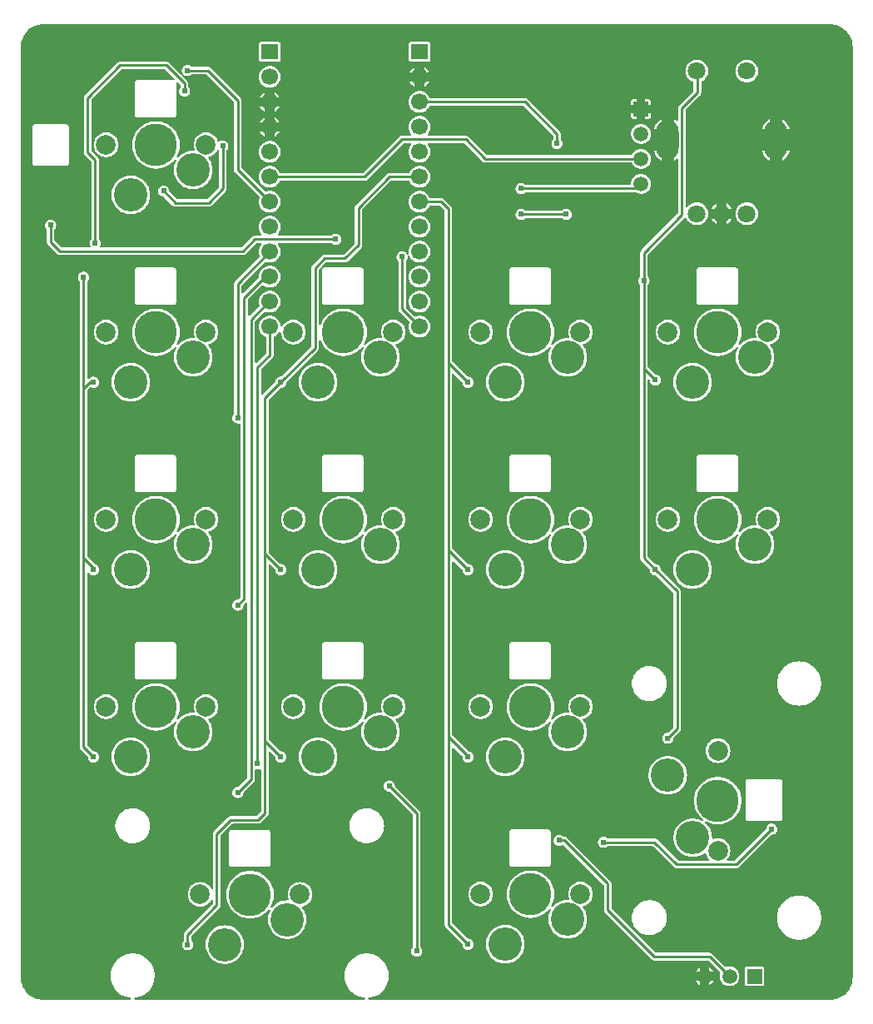
<source format=gtl>
G04 Layer: TopLayer*
G04 EasyEDA v6.5.48, 2025-01-23 00:24:19*
G04 679677d7e51945128001c62092012e12,98668e1c1e3843b3a942620e40044077,10*
G04 Gerber Generator version 0.2*
G04 Scale: 100 percent, Rotated: No, Reflected: No *
G04 Dimensions in inches *
G04 leading zeros omitted , absolute positions ,3 integer and 6 decimal *
%FSLAX36Y36*%
%MOIN*%

%AMMACRO1*21,1,$1,$2,0,0,$3*%
%ADD10C,0.0100*%
%ADD11MACRO1,0.059X0.059X0.0000*%
%ADD12C,0.0590*%
%ADD13C,0.1339*%
%ADD14C,0.1700*%
%ADD15C,0.0787*%
%ADD16R,0.0591X0.0591*%
%ADD17C,0.0591*%
%ADD18R,0.0669X0.0600*%
%ADD19C,0.0669*%
%ADD20C,0.0709*%
%ADD21O,0.09055099999999999X0.15747999999999998*%
%ADD22C,0.0244*%
%ADD23C,0.0196*%

%LPD*%
G36*
X109560Y140620D02*
G01*
X101400Y140980D01*
X93780Y142000D01*
X86260Y143680D01*
X78920Y146020D01*
X71820Y148980D01*
X65000Y152540D01*
X58520Y156680D01*
X52420Y161380D01*
X46760Y166600D01*
X41580Y172280D01*
X36900Y178380D01*
X32780Y184880D01*
X29240Y191720D01*
X26320Y198840D01*
X24020Y206180D01*
X22360Y213700D01*
X21380Y221320D01*
X21040Y229140D01*
X21040Y3956860D01*
X21400Y3965020D01*
X22420Y3972640D01*
X24100Y3980160D01*
X26440Y3987500D01*
X29400Y3994600D01*
X32960Y4001420D01*
X37100Y4007900D01*
X41800Y4014000D01*
X47020Y4019660D01*
X52699Y4024840D01*
X58800Y4029520D01*
X65300Y4033639D01*
X72140Y4037180D01*
X79260Y4040100D01*
X86600Y4042400D01*
X94120Y4044060D01*
X101740Y4045040D01*
X109560Y4045380D01*
X3264440Y4045380D01*
X3272600Y4045020D01*
X3280220Y4044000D01*
X3287740Y4042320D01*
X3295080Y4039980D01*
X3302180Y4037020D01*
X3309000Y4033460D01*
X3315480Y4029320D01*
X3321580Y4024620D01*
X3327240Y4019400D01*
X3332420Y4013720D01*
X3337100Y4007620D01*
X3341220Y4001120D01*
X3344760Y3994280D01*
X3347679Y3987160D01*
X3349980Y3979820D01*
X3351640Y3972300D01*
X3352620Y3964680D01*
X3352960Y3956860D01*
X3352960Y229140D01*
X3352600Y220980D01*
X3351580Y213359D01*
X3349900Y205840D01*
X3347559Y198500D01*
X3344620Y191400D01*
X3341040Y184579D01*
X3336900Y178100D01*
X3332200Y172000D01*
X3326980Y166340D01*
X3321300Y161160D01*
X3315200Y156480D01*
X3308700Y152360D01*
X3301860Y148820D01*
X3294740Y145900D01*
X3287400Y143600D01*
X3279880Y141940D01*
X3272260Y140960D01*
X3264440Y140620D01*
X1416440Y140620D01*
X1414780Y140980D01*
X1413420Y142000D01*
X1412600Y143500D01*
X1412500Y145200D01*
X1413100Y146780D01*
X1414300Y147980D01*
X1415900Y148580D01*
X1422460Y149500D01*
X1430420Y151360D01*
X1438160Y153960D01*
X1445640Y157260D01*
X1452800Y161240D01*
X1459540Y165859D01*
X1465840Y171100D01*
X1471620Y176880D01*
X1476840Y183160D01*
X1481459Y189920D01*
X1485440Y197060D01*
X1488740Y204540D01*
X1491339Y212300D01*
X1493220Y220260D01*
X1494340Y228359D01*
X1494720Y236520D01*
X1494340Y244700D01*
X1493220Y252800D01*
X1491339Y260760D01*
X1488740Y268520D01*
X1485440Y276000D01*
X1481459Y283140D01*
X1476840Y289900D01*
X1471620Y296180D01*
X1465840Y301960D01*
X1459540Y307200D01*
X1452800Y311820D01*
X1445640Y315800D01*
X1438160Y319100D01*
X1430420Y321700D01*
X1422460Y323560D01*
X1414360Y324700D01*
X1406180Y325080D01*
X1398020Y324700D01*
X1389900Y323560D01*
X1381940Y321700D01*
X1374199Y319100D01*
X1366720Y315800D01*
X1359560Y311820D01*
X1352820Y307200D01*
X1346519Y301960D01*
X1340740Y296180D01*
X1335520Y289900D01*
X1330900Y283140D01*
X1326920Y276000D01*
X1323620Y268520D01*
X1321020Y260760D01*
X1319139Y252800D01*
X1318020Y244700D01*
X1317640Y236520D01*
X1318020Y228359D01*
X1319139Y220260D01*
X1321020Y212300D01*
X1323620Y204540D01*
X1326920Y197060D01*
X1330900Y189920D01*
X1335520Y183160D01*
X1340740Y176880D01*
X1346519Y171100D01*
X1352820Y165859D01*
X1359560Y161240D01*
X1366720Y157260D01*
X1374199Y153960D01*
X1381940Y151360D01*
X1389900Y149500D01*
X1396459Y148580D01*
X1398060Y147980D01*
X1399259Y146780D01*
X1399860Y145200D01*
X1399760Y143500D01*
X1398940Y142000D01*
X1397580Y140980D01*
X1395920Y140620D01*
X479120Y140620D01*
X477460Y140980D01*
X476100Y142000D01*
X475280Y143500D01*
X475180Y145200D01*
X475780Y146780D01*
X476980Y147980D01*
X478579Y148580D01*
X485140Y149500D01*
X493100Y151360D01*
X500840Y153960D01*
X508320Y157260D01*
X515480Y161240D01*
X522220Y165859D01*
X528520Y171100D01*
X534300Y176880D01*
X539520Y183160D01*
X544140Y189920D01*
X548120Y197060D01*
X551420Y204540D01*
X554020Y212300D01*
X555900Y220260D01*
X557020Y228359D01*
X557400Y236520D01*
X557020Y244700D01*
X555900Y252800D01*
X554020Y260760D01*
X551420Y268520D01*
X548120Y276000D01*
X544140Y283140D01*
X539520Y289900D01*
X534300Y296180D01*
X528520Y301960D01*
X522220Y307200D01*
X515480Y311820D01*
X508320Y315800D01*
X500840Y319100D01*
X493100Y321700D01*
X485140Y323560D01*
X477040Y324700D01*
X468860Y325080D01*
X460700Y324700D01*
X452580Y323560D01*
X444620Y321700D01*
X436880Y319100D01*
X429400Y315800D01*
X422239Y311820D01*
X415500Y307200D01*
X409200Y301960D01*
X403420Y296180D01*
X398200Y289900D01*
X393579Y283140D01*
X389600Y276000D01*
X386300Y268520D01*
X383700Y260760D01*
X381820Y252800D01*
X380700Y244700D01*
X380319Y236520D01*
X380700Y228359D01*
X381820Y220260D01*
X383700Y212300D01*
X386300Y204540D01*
X389600Y197060D01*
X393579Y189920D01*
X398200Y183160D01*
X403420Y176880D01*
X409200Y171100D01*
X415500Y165859D01*
X422239Y161240D01*
X429400Y157260D01*
X436880Y153960D01*
X444620Y151360D01*
X452580Y149500D01*
X459140Y148580D01*
X460740Y147980D01*
X461940Y146780D01*
X462540Y145200D01*
X462440Y143500D01*
X461620Y142000D01*
X460260Y140980D01*
X458600Y140620D01*
G37*

%LPC*%
G36*
X2930160Y194680D02*
G01*
X2988720Y194680D01*
X2991200Y194960D01*
X2993360Y195720D01*
X2995280Y196920D01*
X2996900Y198540D01*
X2998100Y200460D01*
X2998860Y202620D01*
X2999140Y205100D01*
X2999140Y263660D01*
X2998860Y266140D01*
X2998100Y268300D01*
X2996900Y270220D01*
X2995280Y271840D01*
X2993360Y273040D01*
X2991200Y273800D01*
X2988720Y274080D01*
X2930160Y274080D01*
X2927679Y273800D01*
X2925520Y273040D01*
X2923600Y271840D01*
X2921980Y270220D01*
X2920760Y268300D01*
X2920020Y266140D01*
X2919740Y263660D01*
X2919740Y205100D01*
X2920020Y202620D01*
X2920760Y200460D01*
X2921980Y198540D01*
X2923600Y196920D01*
X2925520Y195720D01*
X2927679Y194960D01*
G37*
G36*
X2858100Y194720D02*
G01*
X2863399Y194880D01*
X2868639Y195780D01*
X2873700Y197340D01*
X2878519Y199579D01*
X2882980Y202420D01*
X2887020Y205840D01*
X2890580Y209780D01*
X2893580Y214160D01*
X2895980Y218880D01*
X2897720Y223900D01*
X2898780Y229080D01*
X2899120Y234380D01*
X2898780Y239680D01*
X2897720Y244860D01*
X2895980Y249880D01*
X2893580Y254600D01*
X2890580Y258980D01*
X2887020Y262920D01*
X2882980Y266340D01*
X2878519Y269180D01*
X2873700Y271420D01*
X2868639Y272980D01*
X2863399Y273880D01*
X2858100Y274040D01*
X2852840Y273520D01*
X2847679Y272280D01*
X2846740Y271940D01*
X2845240Y271660D01*
X2843740Y271980D01*
X2842480Y272840D01*
X2791700Y323600D01*
X2789260Y325620D01*
X2786620Y327020D01*
X2783780Y327879D01*
X2780620Y328200D01*
X2566960Y328200D01*
X2565419Y328500D01*
X2564120Y329380D01*
X2388380Y505120D01*
X2387500Y506420D01*
X2387200Y507960D01*
X2387200Y604800D01*
X2386880Y607960D01*
X2386020Y610800D01*
X2384620Y613440D01*
X2382600Y615880D01*
X2209340Y789140D01*
X2206900Y791160D01*
X2204260Y792560D01*
X2201420Y793420D01*
X2198260Y793740D01*
X2194600Y793740D01*
X2193020Y794060D01*
X2188280Y797600D01*
X2184900Y799320D01*
X2181260Y800420D01*
X2177500Y800920D01*
X2173700Y800740D01*
X2170000Y799940D01*
X2166460Y798540D01*
X2163240Y796540D01*
X2160380Y794040D01*
X2158000Y791080D01*
X2156140Y787760D01*
X2154880Y784180D01*
X2154240Y780440D01*
X2154240Y776640D01*
X2154880Y772900D01*
X2156140Y769320D01*
X2158000Y766000D01*
X2160380Y763040D01*
X2163240Y760540D01*
X2166460Y758540D01*
X2170000Y757140D01*
X2173700Y756340D01*
X2177500Y756160D01*
X2181260Y756660D01*
X2184900Y757760D01*
X2188280Y759479D01*
X2189960Y760720D01*
X2191240Y761340D01*
X2192640Y761480D01*
X2194020Y761140D01*
X2195180Y760320D01*
X2355620Y599880D01*
X2356500Y598580D01*
X2356800Y597040D01*
X2356800Y500200D01*
X2357120Y497040D01*
X2357980Y494200D01*
X2359380Y491560D01*
X2361400Y489120D01*
X2548120Y302400D01*
X2550560Y300380D01*
X2553200Y298980D01*
X2556040Y298120D01*
X2559200Y297800D01*
X2772860Y297800D01*
X2774400Y297500D01*
X2775700Y296620D01*
X2820940Y251380D01*
X2821740Y250240D01*
X2822100Y248900D01*
X2821960Y247500D01*
X2820539Y242280D01*
X2819840Y237040D01*
X2819840Y231720D01*
X2820539Y226480D01*
X2821940Y221360D01*
X2824020Y216480D01*
X2826720Y211920D01*
X2830000Y207760D01*
X2833820Y204060D01*
X2838080Y200920D01*
X2842720Y198380D01*
X2847679Y196480D01*
X2852840Y195240D01*
G37*
G36*
X2742180Y198680D02*
G01*
X2742180Y217120D01*
X2723740Y217120D01*
X2724020Y216480D01*
X2726720Y211920D01*
X2730000Y207760D01*
X2733820Y204060D01*
X2738080Y200920D01*
G37*
G36*
X2776680Y198720D02*
G01*
X2778519Y199579D01*
X2782980Y202420D01*
X2787020Y205840D01*
X2790580Y209780D01*
X2793580Y214160D01*
X2795100Y217120D01*
X2776680Y217120D01*
G37*
G36*
X2776680Y251620D02*
G01*
X2795100Y251620D01*
X2793580Y254600D01*
X2790580Y258980D01*
X2787020Y262920D01*
X2782980Y266340D01*
X2778519Y269180D01*
X2776680Y270040D01*
G37*
G36*
X2723740Y251620D02*
G01*
X2742180Y251620D01*
X2742180Y270080D01*
X2738080Y267840D01*
X2733820Y264700D01*
X2730000Y261000D01*
X2726720Y256840D01*
X2724020Y252280D01*
G37*
G36*
X838120Y283980D02*
G01*
X845680Y284340D01*
X853160Y285460D01*
X860500Y287300D01*
X867640Y289840D01*
X874479Y293080D01*
X880960Y296960D01*
X887039Y301480D01*
X892660Y306560D01*
X897740Y312160D01*
X902240Y318240D01*
X906140Y324739D01*
X909360Y331580D01*
X911919Y338700D01*
X913760Y346040D01*
X914860Y353540D01*
X915240Y361100D01*
X914860Y368660D01*
X913760Y376140D01*
X911919Y383480D01*
X909360Y390600D01*
X906140Y397460D01*
X902240Y403940D01*
X897740Y410020D01*
X892660Y415620D01*
X887039Y420720D01*
X880960Y425220D01*
X874479Y429120D01*
X867640Y432340D01*
X860500Y434900D01*
X853160Y436740D01*
X845680Y437840D01*
X838120Y438220D01*
X830560Y437840D01*
X823060Y436740D01*
X815720Y434900D01*
X808600Y432340D01*
X801760Y429120D01*
X795260Y425220D01*
X789180Y420720D01*
X783580Y415620D01*
X778500Y410020D01*
X773980Y403940D01*
X770100Y397460D01*
X766860Y390600D01*
X764320Y383480D01*
X762480Y376140D01*
X761360Y368660D01*
X761000Y361100D01*
X761360Y353540D01*
X762480Y346040D01*
X764320Y338700D01*
X766860Y331580D01*
X770100Y324739D01*
X773980Y318240D01*
X778500Y312160D01*
X783580Y306560D01*
X789180Y301480D01*
X795260Y296960D01*
X801760Y293080D01*
X808600Y289840D01*
X815720Y287300D01*
X823060Y285460D01*
X830560Y284340D01*
G37*
G36*
X1961519Y285380D02*
G01*
X1969079Y285740D01*
X1976560Y286860D01*
X1983899Y288700D01*
X1991040Y291240D01*
X1997880Y294480D01*
X2004360Y298360D01*
X2010440Y302880D01*
X2016060Y307960D01*
X2021140Y313560D01*
X2025640Y319640D01*
X2029540Y326140D01*
X2032760Y332980D01*
X2035320Y340100D01*
X2037160Y347440D01*
X2038260Y354940D01*
X2038640Y362500D01*
X2038260Y370060D01*
X2037160Y377540D01*
X2035320Y384880D01*
X2032760Y392000D01*
X2029540Y398860D01*
X2025640Y405340D01*
X2021140Y411420D01*
X2016060Y417020D01*
X2010440Y422120D01*
X2004360Y426620D01*
X1997880Y430520D01*
X1991040Y433740D01*
X1983899Y436300D01*
X1976560Y438140D01*
X1969079Y439240D01*
X1961519Y439620D01*
X1953959Y439240D01*
X1946459Y438140D01*
X1939120Y436300D01*
X1932000Y433740D01*
X1925160Y430520D01*
X1918660Y426620D01*
X1912580Y422120D01*
X1906980Y417020D01*
X1901900Y411420D01*
X1897380Y405340D01*
X1893500Y398860D01*
X1890260Y392000D01*
X1887720Y384880D01*
X1885880Y377540D01*
X1884760Y370060D01*
X1884400Y362500D01*
X1884760Y354940D01*
X1885880Y347440D01*
X1887720Y340100D01*
X1890260Y332980D01*
X1893500Y326140D01*
X1897380Y319640D01*
X1901900Y313560D01*
X1906980Y307960D01*
X1912580Y302880D01*
X1918660Y298360D01*
X1925160Y294480D01*
X1932000Y291240D01*
X1939120Y288700D01*
X1946459Y286860D01*
X1953959Y285740D01*
G37*
G36*
X1607360Y312320D02*
G01*
X1611120Y312820D01*
X1614740Y313920D01*
X1618140Y315640D01*
X1621200Y317900D01*
X1623820Y320640D01*
X1625940Y323780D01*
X1627520Y327239D01*
X1628460Y330920D01*
X1628800Y334700D01*
X1628460Y338480D01*
X1627520Y342160D01*
X1625940Y345620D01*
X1623820Y348760D01*
X1622720Y349920D01*
X1621879Y351200D01*
X1621600Y352700D01*
X1621600Y886400D01*
X1621279Y889560D01*
X1620420Y892400D01*
X1619019Y895040D01*
X1617000Y897480D01*
X1520500Y993980D01*
X1519700Y995140D01*
X1519340Y996480D01*
X1519060Y999780D01*
X1518120Y1003460D01*
X1516540Y1006919D01*
X1514420Y1010060D01*
X1511800Y1012800D01*
X1508740Y1015060D01*
X1505340Y1016780D01*
X1501720Y1017880D01*
X1497960Y1018379D01*
X1494160Y1018199D01*
X1490440Y1017400D01*
X1486920Y1016000D01*
X1483680Y1014000D01*
X1480840Y1011500D01*
X1478440Y1008540D01*
X1476600Y1005220D01*
X1475340Y1001640D01*
X1474700Y997900D01*
X1474700Y994100D01*
X1475340Y990360D01*
X1476600Y986780D01*
X1478440Y983460D01*
X1480840Y980500D01*
X1483680Y978000D01*
X1486920Y976000D01*
X1490440Y974599D01*
X1494160Y973800D01*
X1496320Y973700D01*
X1497760Y973360D01*
X1498980Y972540D01*
X1590020Y881480D01*
X1590900Y880180D01*
X1591200Y878640D01*
X1591200Y352800D01*
X1590980Y351460D01*
X1590320Y350280D01*
X1587840Y347239D01*
X1586000Y343920D01*
X1584740Y340340D01*
X1584100Y336599D01*
X1584100Y332800D01*
X1584740Y329060D01*
X1586000Y325480D01*
X1587840Y322160D01*
X1590240Y319200D01*
X1593080Y316700D01*
X1596320Y314700D01*
X1599840Y313300D01*
X1603560Y312500D01*
G37*
G36*
X690040Y338680D02*
G01*
X693800Y339180D01*
X697420Y340280D01*
X700819Y342000D01*
X703880Y344260D01*
X706500Y347000D01*
X708620Y350140D01*
X710200Y353600D01*
X711140Y357280D01*
X711480Y361060D01*
X711140Y364840D01*
X710200Y368519D01*
X708620Y371980D01*
X706500Y375120D01*
X705420Y376260D01*
X704580Y377540D01*
X704300Y379020D01*
X704300Y393140D01*
X704599Y394680D01*
X705480Y395980D01*
X816600Y507120D01*
X818620Y509560D01*
X820020Y512200D01*
X820879Y515040D01*
X821200Y518200D01*
X821200Y796040D01*
X821500Y797580D01*
X822380Y798880D01*
X867120Y843620D01*
X868420Y844500D01*
X869960Y844800D01*
X970800Y844800D01*
X973960Y845120D01*
X976800Y845980D01*
X979440Y847380D01*
X981880Y849400D01*
X1008600Y876120D01*
X1010620Y878560D01*
X1012020Y881200D01*
X1012880Y884040D01*
X1013199Y887200D01*
X1013199Y1130840D01*
X1013500Y1132380D01*
X1014380Y1133680D01*
X1015680Y1134540D01*
X1017200Y1134840D01*
X1018740Y1134540D01*
X1020040Y1133660D01*
X1039080Y1114500D01*
X1039940Y1113220D01*
X1040240Y1111680D01*
X1040240Y1110640D01*
X1040879Y1106900D01*
X1042140Y1103320D01*
X1044000Y1100000D01*
X1046380Y1097040D01*
X1049240Y1094540D01*
X1052460Y1092540D01*
X1056000Y1091140D01*
X1059700Y1090340D01*
X1063500Y1090160D01*
X1067260Y1090660D01*
X1070900Y1091760D01*
X1074280Y1093480D01*
X1077340Y1095740D01*
X1079980Y1098480D01*
X1082100Y1101620D01*
X1083660Y1105080D01*
X1084620Y1108760D01*
X1084940Y1112540D01*
X1084620Y1116320D01*
X1083660Y1120000D01*
X1082100Y1123460D01*
X1079980Y1126600D01*
X1077340Y1129340D01*
X1074280Y1131600D01*
X1070900Y1133320D01*
X1067260Y1134420D01*
X1061860Y1135180D01*
X1060480Y1136080D01*
X1014360Y1182500D01*
X1013500Y1183800D01*
X1013199Y1185320D01*
X1013199Y1879079D01*
X1013500Y1880600D01*
X1014380Y1881900D01*
X1015660Y1882780D01*
X1017200Y1883080D01*
X1018740Y1882780D01*
X1020020Y1881900D01*
X1039120Y1862820D01*
X1039840Y1861819D01*
X1040240Y1860660D01*
X1040879Y1856900D01*
X1042140Y1853320D01*
X1044000Y1850000D01*
X1046380Y1847040D01*
X1049240Y1844540D01*
X1052460Y1842540D01*
X1056000Y1841140D01*
X1059700Y1840340D01*
X1063500Y1840160D01*
X1067260Y1840660D01*
X1070900Y1841759D01*
X1074280Y1843480D01*
X1077340Y1845740D01*
X1079980Y1848480D01*
X1082100Y1851620D01*
X1083660Y1855080D01*
X1084620Y1858760D01*
X1084940Y1862540D01*
X1084620Y1866320D01*
X1083660Y1870000D01*
X1082100Y1873460D01*
X1079980Y1876600D01*
X1077340Y1879340D01*
X1074280Y1881600D01*
X1070900Y1883320D01*
X1067260Y1884420D01*
X1063500Y1884920D01*
X1061920Y1884840D01*
X1060300Y1885120D01*
X1058920Y1886020D01*
X1014380Y1930560D01*
X1013500Y1931860D01*
X1013199Y1933380D01*
X1013199Y2541040D01*
X1013500Y2542580D01*
X1014380Y2543880D01*
X1059540Y2589060D01*
X1060920Y2589960D01*
X1062540Y2590220D01*
X1063500Y2590179D01*
X1067260Y2590659D01*
X1070900Y2591780D01*
X1074280Y2593480D01*
X1077340Y2595740D01*
X1079980Y2598480D01*
X1082100Y2601640D01*
X1083660Y2605100D01*
X1084620Y2608759D01*
X1084900Y2612080D01*
X1085260Y2613420D01*
X1086060Y2614560D01*
X1210600Y2739120D01*
X1212620Y2741560D01*
X1214020Y2744200D01*
X1214880Y2747040D01*
X1215200Y2750200D01*
X1215200Y2779120D01*
X1215520Y2780700D01*
X1216440Y2782020D01*
X1217800Y2782880D01*
X1219380Y2783120D01*
X1220940Y2782740D01*
X1222220Y2781760D01*
X1223000Y2780360D01*
X1223420Y2779120D01*
X1226760Y2771259D01*
X1230820Y2763740D01*
X1235520Y2756600D01*
X1240840Y2749940D01*
X1246740Y2743759D01*
X1253180Y2738140D01*
X1260100Y2733120D01*
X1267420Y2728740D01*
X1275120Y2725020D01*
X1283120Y2722020D01*
X1291360Y2719760D01*
X1299760Y2718220D01*
X1308260Y2717460D01*
X1316800Y2717460D01*
X1325320Y2718220D01*
X1333720Y2719760D01*
X1341960Y2722020D01*
X1349960Y2725020D01*
X1357640Y2728740D01*
X1364980Y2733120D01*
X1371879Y2738140D01*
X1378320Y2743759D01*
X1384220Y2749940D01*
X1386840Y2753200D01*
X1388100Y2754260D01*
X1389700Y2754700D01*
X1391339Y2754460D01*
X1392740Y2753600D01*
X1393660Y2752220D01*
X1393959Y2750600D01*
X1393580Y2749000D01*
X1390300Y2742060D01*
X1387760Y2734940D01*
X1385920Y2727600D01*
X1384800Y2720120D01*
X1384420Y2712559D01*
X1384800Y2705000D01*
X1385920Y2697500D01*
X1387760Y2690160D01*
X1390300Y2683039D01*
X1393540Y2676200D01*
X1397420Y2669700D01*
X1401940Y2663620D01*
X1407020Y2658020D01*
X1412620Y2652940D01*
X1418700Y2648420D01*
X1425200Y2644540D01*
X1432040Y2641300D01*
X1439160Y2638759D01*
X1446500Y2636920D01*
X1454000Y2635800D01*
X1461560Y2635440D01*
X1469120Y2635800D01*
X1476600Y2636920D01*
X1483940Y2638759D01*
X1491060Y2641300D01*
X1497920Y2644540D01*
X1504400Y2648420D01*
X1510480Y2652940D01*
X1516080Y2658020D01*
X1521180Y2663620D01*
X1525680Y2669700D01*
X1529580Y2676200D01*
X1532800Y2683039D01*
X1535360Y2690160D01*
X1537200Y2697500D01*
X1538300Y2705000D01*
X1538680Y2712559D01*
X1538300Y2720120D01*
X1537200Y2727600D01*
X1535360Y2734940D01*
X1532800Y2742060D01*
X1529580Y2748920D01*
X1525680Y2755400D01*
X1522760Y2759340D01*
X1522100Y2760720D01*
X1522000Y2762220D01*
X1522480Y2763660D01*
X1523440Y2764820D01*
X1524780Y2765539D01*
X1530120Y2767220D01*
X1535580Y2769660D01*
X1540700Y2772760D01*
X1545420Y2776460D01*
X1549660Y2780680D01*
X1553340Y2785400D01*
X1556440Y2790520D01*
X1558899Y2795980D01*
X1560680Y2801700D01*
X1561759Y2807580D01*
X1562120Y2813560D01*
X1561759Y2819520D01*
X1560680Y2825419D01*
X1558899Y2831139D01*
X1556440Y2836580D01*
X1553340Y2841700D01*
X1549660Y2846420D01*
X1545420Y2850659D01*
X1540700Y2854340D01*
X1535580Y2857440D01*
X1530120Y2859900D01*
X1524420Y2861680D01*
X1518520Y2862760D01*
X1512560Y2863120D01*
X1506579Y2862760D01*
X1500700Y2861680D01*
X1494980Y2859900D01*
X1489520Y2857440D01*
X1484400Y2854340D01*
X1479680Y2850659D01*
X1475460Y2846420D01*
X1471759Y2841700D01*
X1468660Y2836580D01*
X1466220Y2831139D01*
X1464440Y2825419D01*
X1463360Y2819520D01*
X1463000Y2813560D01*
X1463360Y2807580D01*
X1464440Y2801700D01*
X1466220Y2795980D01*
X1466540Y2795260D01*
X1466879Y2793680D01*
X1466579Y2792080D01*
X1465660Y2790740D01*
X1464300Y2789880D01*
X1462700Y2789620D01*
X1461560Y2789680D01*
X1454000Y2789300D01*
X1446500Y2788200D01*
X1439160Y2786360D01*
X1432040Y2783800D01*
X1425200Y2780580D01*
X1418700Y2776680D01*
X1412620Y2772180D01*
X1407020Y2767080D01*
X1402080Y2761640D01*
X1400740Y2760680D01*
X1399139Y2760320D01*
X1397520Y2760659D01*
X1396180Y2761600D01*
X1395340Y2763020D01*
X1395120Y2764640D01*
X1395600Y2766220D01*
X1398300Y2771259D01*
X1401660Y2779120D01*
X1404300Y2787240D01*
X1406200Y2795560D01*
X1407340Y2804040D01*
X1407740Y2812559D01*
X1407340Y2821100D01*
X1406200Y2829560D01*
X1404300Y2837880D01*
X1401660Y2846019D01*
X1398300Y2853860D01*
X1394259Y2861380D01*
X1389560Y2868519D01*
X1384220Y2875200D01*
X1378320Y2881380D01*
X1371879Y2887000D01*
X1364980Y2892020D01*
X1357640Y2896400D01*
X1349960Y2900100D01*
X1341960Y2903100D01*
X1333720Y2905380D01*
X1325320Y2906900D01*
X1316800Y2907660D01*
X1308260Y2907660D01*
X1299760Y2906900D01*
X1291360Y2905380D01*
X1283120Y2903100D01*
X1275120Y2900100D01*
X1267420Y2896400D01*
X1260100Y2892020D01*
X1253180Y2887000D01*
X1246740Y2881380D01*
X1240840Y2875200D01*
X1235520Y2868519D01*
X1230820Y2861380D01*
X1226760Y2853860D01*
X1223420Y2846019D01*
X1223000Y2844760D01*
X1222220Y2843360D01*
X1220940Y2842400D01*
X1219380Y2842000D01*
X1217800Y2842260D01*
X1216440Y2843100D01*
X1215520Y2844420D01*
X1215200Y2846000D01*
X1215200Y3063039D01*
X1215500Y3064580D01*
X1216380Y3065880D01*
X1223440Y3072940D01*
X1224820Y3073840D01*
X1225260Y3074280D01*
X1226160Y3075680D01*
X1242120Y3091620D01*
X1243420Y3092500D01*
X1244960Y3092799D01*
X1318800Y3092799D01*
X1321960Y3093120D01*
X1324800Y3093980D01*
X1327440Y3095380D01*
X1329880Y3097400D01*
X1383600Y3151120D01*
X1385620Y3153560D01*
X1387020Y3156200D01*
X1387880Y3159040D01*
X1388200Y3162200D01*
X1388200Y3302040D01*
X1388500Y3303580D01*
X1389379Y3304880D01*
X1503220Y3418620D01*
X1504520Y3419500D01*
X1506040Y3419800D01*
X1574480Y3419800D01*
X1576020Y3419500D01*
X1577320Y3418620D01*
X1578180Y3417300D01*
X1578660Y3416100D01*
X1581420Y3411240D01*
X1584760Y3406760D01*
X1588640Y3402740D01*
X1593020Y3399240D01*
X1597800Y3396340D01*
X1602920Y3394080D01*
X1608280Y3392480D01*
X1613800Y3391600D01*
X1619400Y3391420D01*
X1624960Y3391960D01*
X1630420Y3393200D01*
X1635680Y3395140D01*
X1640640Y3397720D01*
X1645220Y3400920D01*
X1649360Y3404680D01*
X1652980Y3408940D01*
X1656040Y3413620D01*
X1658460Y3418660D01*
X1660220Y3423980D01*
X1661300Y3429460D01*
X1661660Y3435040D01*
X1661300Y3440640D01*
X1660220Y3446120D01*
X1658460Y3451440D01*
X1656040Y3456480D01*
X1652980Y3461160D01*
X1649360Y3465419D01*
X1645220Y3469180D01*
X1640640Y3472380D01*
X1635680Y3474960D01*
X1630420Y3476900D01*
X1624960Y3478140D01*
X1619400Y3478680D01*
X1613800Y3478500D01*
X1608280Y3477620D01*
X1602920Y3476019D01*
X1597800Y3473759D01*
X1593020Y3470860D01*
X1588640Y3467360D01*
X1584760Y3463340D01*
X1581420Y3458860D01*
X1578660Y3454000D01*
X1578140Y3452700D01*
X1577280Y3451380D01*
X1575980Y3450500D01*
X1574440Y3450200D01*
X1498300Y3450200D01*
X1495140Y3449900D01*
X1492300Y3449020D01*
X1489680Y3447620D01*
X1487220Y3445620D01*
X1362400Y3320899D01*
X1360380Y3318440D01*
X1358980Y3315820D01*
X1358120Y3312960D01*
X1357800Y3309820D01*
X1357800Y3169960D01*
X1357500Y3168420D01*
X1356620Y3167120D01*
X1313880Y3124380D01*
X1312580Y3123500D01*
X1311040Y3123200D01*
X1237200Y3123200D01*
X1234040Y3122880D01*
X1231200Y3122020D01*
X1228560Y3120620D01*
X1226120Y3118600D01*
X1189400Y3081880D01*
X1187380Y3079440D01*
X1185980Y3076800D01*
X1185120Y3073960D01*
X1184800Y3070800D01*
X1184800Y2757960D01*
X1184500Y2756420D01*
X1183620Y2755120D01*
X1064520Y2636019D01*
X1063300Y2635179D01*
X1061860Y2634860D01*
X1059700Y2634760D01*
X1056000Y2633960D01*
X1052460Y2632540D01*
X1049240Y2630560D01*
X1046380Y2628039D01*
X1044000Y2625080D01*
X1042140Y2621780D01*
X1040879Y2618200D01*
X1039940Y2612860D01*
X1039060Y2611560D01*
X991020Y2563519D01*
X989740Y2562660D01*
X988199Y2562360D01*
X986660Y2562660D01*
X985380Y2563519D01*
X984500Y2564820D01*
X984200Y2566360D01*
X984200Y2664040D01*
X984500Y2665580D01*
X985380Y2666880D01*
X1028600Y2710120D01*
X1030620Y2712559D01*
X1032020Y2715200D01*
X1032880Y2718039D01*
X1033199Y2721200D01*
X1033199Y2791440D01*
X1033460Y2792860D01*
X1034220Y2794100D01*
X1035360Y2794980D01*
X1040639Y2797720D01*
X1045220Y2800920D01*
X1049360Y2804680D01*
X1052980Y2808940D01*
X1055780Y2813240D01*
X1056960Y2814400D01*
X1058500Y2815000D01*
X1060160Y2814920D01*
X1061640Y2814180D01*
X1062680Y2812900D01*
X1063120Y2811300D01*
X1063360Y2807580D01*
X1064440Y2801700D01*
X1066220Y2795980D01*
X1068660Y2790520D01*
X1071760Y2785400D01*
X1075460Y2780680D01*
X1079680Y2776460D01*
X1084400Y2772760D01*
X1089520Y2769660D01*
X1094980Y2767220D01*
X1100700Y2765440D01*
X1106580Y2764360D01*
X1112560Y2764000D01*
X1118520Y2764360D01*
X1124420Y2765440D01*
X1130120Y2767220D01*
X1135580Y2769660D01*
X1140700Y2772760D01*
X1145420Y2776460D01*
X1149660Y2780680D01*
X1153340Y2785400D01*
X1156440Y2790520D01*
X1158900Y2795980D01*
X1160680Y2801700D01*
X1161760Y2807580D01*
X1162120Y2813560D01*
X1161760Y2819520D01*
X1160680Y2825419D01*
X1158900Y2831139D01*
X1156440Y2836580D01*
X1153340Y2841700D01*
X1149660Y2846420D01*
X1145420Y2850659D01*
X1140700Y2854340D01*
X1135580Y2857440D01*
X1130120Y2859900D01*
X1124420Y2861680D01*
X1118520Y2862760D01*
X1112560Y2863120D01*
X1106580Y2862760D01*
X1100700Y2861680D01*
X1094980Y2859900D01*
X1089520Y2857440D01*
X1084400Y2854340D01*
X1079680Y2850659D01*
X1075460Y2846420D01*
X1071760Y2841700D01*
X1068840Y2836860D01*
X1067680Y2835640D01*
X1066140Y2835000D01*
X1064460Y2835059D01*
X1062960Y2835779D01*
X1061880Y2837060D01*
X1061420Y2838680D01*
X1061300Y2840640D01*
X1060220Y2846120D01*
X1058460Y2851440D01*
X1056040Y2856480D01*
X1052980Y2861160D01*
X1049360Y2865419D01*
X1045220Y2869180D01*
X1040639Y2872380D01*
X1035680Y2874960D01*
X1030420Y2876900D01*
X1024960Y2878140D01*
X1019400Y2878680D01*
X1013800Y2878500D01*
X1008280Y2877620D01*
X1002920Y2876019D01*
X997800Y2873759D01*
X993020Y2870860D01*
X988640Y2867360D01*
X984760Y2863340D01*
X981420Y2858860D01*
X978660Y2854000D01*
X976560Y2848800D01*
X975140Y2843399D01*
X974440Y2837840D01*
X974440Y2832260D01*
X975140Y2826700D01*
X976560Y2821300D01*
X978660Y2816100D01*
X981420Y2811240D01*
X984760Y2806760D01*
X988640Y2802740D01*
X993020Y2799240D01*
X997800Y2796340D01*
X1000420Y2795179D01*
X1001680Y2794320D01*
X1002500Y2793039D01*
X1002800Y2791540D01*
X1002800Y2728960D01*
X1002500Y2727420D01*
X1001620Y2726120D01*
X966020Y2690520D01*
X964740Y2689660D01*
X963199Y2689360D01*
X961660Y2689660D01*
X960380Y2690520D01*
X959500Y2691820D01*
X959200Y2693360D01*
X959200Y2856040D01*
X959500Y2857580D01*
X960380Y2858880D01*
X995900Y2894400D01*
X997220Y2895280D01*
X998780Y2895560D01*
X1000340Y2895220D01*
X1002920Y2894080D01*
X1008280Y2892480D01*
X1013800Y2891600D01*
X1019400Y2891420D01*
X1024960Y2891960D01*
X1030420Y2893200D01*
X1035680Y2895140D01*
X1040639Y2897720D01*
X1045220Y2900920D01*
X1049360Y2904680D01*
X1052980Y2908940D01*
X1056040Y2913620D01*
X1058460Y2918660D01*
X1060220Y2923980D01*
X1061300Y2929460D01*
X1061660Y2935040D01*
X1061300Y2940640D01*
X1060220Y2946120D01*
X1058460Y2951440D01*
X1056040Y2956480D01*
X1052980Y2961160D01*
X1049360Y2965419D01*
X1045220Y2969180D01*
X1040639Y2972380D01*
X1035680Y2974960D01*
X1030420Y2976900D01*
X1024960Y2978140D01*
X1019400Y2978680D01*
X1013800Y2978500D01*
X1008280Y2977620D01*
X1002920Y2976019D01*
X997800Y2973759D01*
X993020Y2970860D01*
X988640Y2967360D01*
X984760Y2963340D01*
X981420Y2958860D01*
X978660Y2954000D01*
X976560Y2948800D01*
X975140Y2943399D01*
X974440Y2937840D01*
X974440Y2932260D01*
X975140Y2926700D01*
X976660Y2920980D01*
X976780Y2919600D01*
X976420Y2918260D01*
X975620Y2917120D01*
X938020Y2879520D01*
X936740Y2878660D01*
X935200Y2878360D01*
X933660Y2878660D01*
X932380Y2879520D01*
X931500Y2880820D01*
X931200Y2882360D01*
X931200Y2942040D01*
X931500Y2943580D01*
X932380Y2944880D01*
X987000Y2999500D01*
X988199Y3000320D01*
X989599Y3000659D01*
X991040Y3000480D01*
X992320Y2999800D01*
X993020Y2999240D01*
X997800Y2996340D01*
X1002920Y2994080D01*
X1008280Y2992480D01*
X1013800Y2991600D01*
X1019400Y2991420D01*
X1024960Y2991960D01*
X1030420Y2993200D01*
X1035680Y2995140D01*
X1040639Y2997720D01*
X1045220Y3000920D01*
X1049360Y3004680D01*
X1052980Y3008940D01*
X1056040Y3013620D01*
X1058460Y3018660D01*
X1060220Y3023980D01*
X1061300Y3029460D01*
X1061660Y3035040D01*
X1061300Y3040640D01*
X1060220Y3046120D01*
X1058460Y3051440D01*
X1056040Y3056480D01*
X1052980Y3061160D01*
X1049360Y3065419D01*
X1045220Y3069180D01*
X1040639Y3072380D01*
X1035680Y3074960D01*
X1030420Y3076900D01*
X1024960Y3078140D01*
X1019400Y3078680D01*
X1013800Y3078500D01*
X1008280Y3077620D01*
X1002920Y3076019D01*
X997800Y3073759D01*
X993020Y3070860D01*
X988640Y3067360D01*
X984760Y3063340D01*
X981420Y3058860D01*
X978660Y3054000D01*
X976560Y3048800D01*
X975140Y3043399D01*
X974440Y3037840D01*
X974419Y3030940D01*
X974020Y3029780D01*
X973300Y3028800D01*
X912620Y2968120D01*
X911340Y2967260D01*
X909800Y2966960D01*
X908259Y2967260D01*
X906979Y2968120D01*
X906100Y2969420D01*
X905800Y2970960D01*
X905800Y2999740D01*
X906100Y3001280D01*
X906979Y3002580D01*
X997960Y3093480D01*
X999280Y3094360D01*
X1000840Y3094660D01*
X1008280Y3092480D01*
X1013800Y3091600D01*
X1019400Y3091420D01*
X1024960Y3091960D01*
X1030420Y3093200D01*
X1035680Y3095140D01*
X1040639Y3097720D01*
X1045220Y3100920D01*
X1049360Y3104680D01*
X1052980Y3108940D01*
X1056040Y3113620D01*
X1058460Y3118660D01*
X1060220Y3123980D01*
X1061300Y3129460D01*
X1061660Y3135040D01*
X1061300Y3140640D01*
X1060220Y3146120D01*
X1058460Y3151440D01*
X1056040Y3156480D01*
X1052980Y3161160D01*
X1051240Y3163200D01*
X1050500Y3164520D01*
X1050300Y3166019D01*
X1050660Y3167480D01*
X1051540Y3168700D01*
X1052800Y3169520D01*
X1054300Y3169800D01*
X1264000Y3169800D01*
X1265400Y3169540D01*
X1266640Y3168800D01*
X1268680Y3167000D01*
X1271920Y3165000D01*
X1275440Y3163600D01*
X1279160Y3162799D01*
X1282960Y3162620D01*
X1286720Y3163120D01*
X1290340Y3164220D01*
X1293740Y3165940D01*
X1296800Y3168200D01*
X1299420Y3170940D01*
X1301540Y3174080D01*
X1303120Y3177540D01*
X1304060Y3181220D01*
X1304400Y3185000D01*
X1304060Y3188780D01*
X1303120Y3192460D01*
X1301540Y3195920D01*
X1299420Y3199060D01*
X1296800Y3201800D01*
X1293740Y3204060D01*
X1290340Y3205779D01*
X1286720Y3206880D01*
X1282960Y3207380D01*
X1279160Y3207200D01*
X1275440Y3206400D01*
X1271920Y3205000D01*
X1268680Y3203000D01*
X1266640Y3201200D01*
X1265400Y3200460D01*
X1264000Y3200200D01*
X1054200Y3200200D01*
X1052720Y3200480D01*
X1051460Y3201300D01*
X1050580Y3202520D01*
X1050220Y3203980D01*
X1050420Y3205480D01*
X1051160Y3206800D01*
X1052980Y3208940D01*
X1056040Y3213620D01*
X1058460Y3218660D01*
X1060220Y3223980D01*
X1061300Y3229460D01*
X1061660Y3235040D01*
X1061300Y3240640D01*
X1060220Y3246120D01*
X1058460Y3251440D01*
X1056040Y3256480D01*
X1052980Y3261160D01*
X1049360Y3265419D01*
X1045220Y3269180D01*
X1040639Y3272380D01*
X1035680Y3274960D01*
X1030420Y3276900D01*
X1024960Y3278140D01*
X1019400Y3278680D01*
X1013800Y3278500D01*
X1008280Y3277620D01*
X1002920Y3276019D01*
X997800Y3273759D01*
X993020Y3270860D01*
X988640Y3267360D01*
X984760Y3263340D01*
X981420Y3258860D01*
X978660Y3254000D01*
X976560Y3248800D01*
X975140Y3243399D01*
X974440Y3237840D01*
X974440Y3232260D01*
X975140Y3226700D01*
X976560Y3221300D01*
X978660Y3216100D01*
X981420Y3211240D01*
X984880Y3206600D01*
X985600Y3204980D01*
X985560Y3203240D01*
X984760Y3201660D01*
X983379Y3200580D01*
X981680Y3200200D01*
X959200Y3200200D01*
X956040Y3199880D01*
X953199Y3199020D01*
X950560Y3197620D01*
X948120Y3195600D01*
X905879Y3153380D01*
X904580Y3152500D01*
X903040Y3152200D01*
X342080Y3152200D01*
X340540Y3152520D01*
X339219Y3153399D01*
X338360Y3154740D01*
X338080Y3156300D01*
X338440Y3157840D01*
X340120Y3161540D01*
X341060Y3165220D01*
X341400Y3169000D01*
X341060Y3172780D01*
X340120Y3176460D01*
X338540Y3179920D01*
X336420Y3183060D01*
X335319Y3184220D01*
X334480Y3185500D01*
X334200Y3187000D01*
X334200Y3501800D01*
X333880Y3504960D01*
X333020Y3507799D01*
X331620Y3510440D01*
X329600Y3512880D01*
X304380Y3538120D01*
X303500Y3539420D01*
X303200Y3540960D01*
X303200Y3743039D01*
X303500Y3744580D01*
X304380Y3745880D01*
X424120Y3865620D01*
X425420Y3866500D01*
X426960Y3866800D01*
X595040Y3866800D01*
X596580Y3866500D01*
X597880Y3865620D01*
X634900Y3828600D01*
X635780Y3827300D01*
X636080Y3825779D01*
X635780Y3824240D01*
X634900Y3822940D01*
X633600Y3822080D01*
X632080Y3821780D01*
X487760Y3821780D01*
X485280Y3821500D01*
X483120Y3820740D01*
X481200Y3819520D01*
X479580Y3817919D01*
X478380Y3815980D01*
X477620Y3813840D01*
X477340Y3811340D01*
X477340Y3683800D01*
X477620Y3681300D01*
X478380Y3679160D01*
X479580Y3677220D01*
X481200Y3675620D01*
X483120Y3674400D01*
X485280Y3673660D01*
X487760Y3673380D01*
X633320Y3673380D01*
X635800Y3673660D01*
X637960Y3674400D01*
X639880Y3675620D01*
X641500Y3677220D01*
X642700Y3679160D01*
X643460Y3681300D01*
X643740Y3683800D01*
X643740Y3810100D01*
X644040Y3811640D01*
X644900Y3812940D01*
X646200Y3813800D01*
X647740Y3814100D01*
X649260Y3813800D01*
X650560Y3812940D01*
X660120Y3803380D01*
X661000Y3802080D01*
X661300Y3800539D01*
X661300Y3796620D01*
X661080Y3795280D01*
X660420Y3794100D01*
X657980Y3791100D01*
X656140Y3787799D01*
X654880Y3784220D01*
X654240Y3780460D01*
X654240Y3776680D01*
X654880Y3772919D01*
X656140Y3769340D01*
X657980Y3766040D01*
X660380Y3763080D01*
X663220Y3760560D01*
X666460Y3758580D01*
X669980Y3757160D01*
X673700Y3756360D01*
X677500Y3756200D01*
X681260Y3756680D01*
X684880Y3757799D01*
X688280Y3759500D01*
X691340Y3761760D01*
X693960Y3764500D01*
X696080Y3767660D01*
X697660Y3771120D01*
X698600Y3774780D01*
X698940Y3778560D01*
X698600Y3782360D01*
X697660Y3786019D01*
X696080Y3789480D01*
X693960Y3792640D01*
X692820Y3793840D01*
X691979Y3795120D01*
X691700Y3796600D01*
X691700Y3808300D01*
X691380Y3811460D01*
X690520Y3814300D01*
X689120Y3816940D01*
X687099Y3819380D01*
X669680Y3836800D01*
X668780Y3838180D01*
X668520Y3839820D01*
X668940Y3841420D01*
X669960Y3842700D01*
X671420Y3843480D01*
X673060Y3843600D01*
X674620Y3843039D01*
X677920Y3841000D01*
X681440Y3839600D01*
X685160Y3838800D01*
X688960Y3838620D01*
X692720Y3839120D01*
X696340Y3840220D01*
X699740Y3841940D01*
X704479Y3845480D01*
X706040Y3845800D01*
X762039Y3845800D01*
X763580Y3845500D01*
X764880Y3844620D01*
X873620Y3735880D01*
X874500Y3734580D01*
X874800Y3733039D01*
X874800Y3463240D01*
X875120Y3460080D01*
X875980Y3457240D01*
X877380Y3454620D01*
X879400Y3452160D01*
X976480Y3355080D01*
X977340Y3353800D01*
X977640Y3352280D01*
X977360Y3350740D01*
X976560Y3348800D01*
X975140Y3343399D01*
X974440Y3337840D01*
X974440Y3332260D01*
X975140Y3326700D01*
X976560Y3321300D01*
X978660Y3316100D01*
X981420Y3311240D01*
X984760Y3306760D01*
X988640Y3302740D01*
X993020Y3299240D01*
X997800Y3296340D01*
X1002920Y3294080D01*
X1008280Y3292480D01*
X1013800Y3291600D01*
X1019400Y3291420D01*
X1024960Y3291960D01*
X1030420Y3293200D01*
X1035680Y3295140D01*
X1040639Y3297720D01*
X1045220Y3300920D01*
X1049360Y3304680D01*
X1052980Y3308940D01*
X1056040Y3313620D01*
X1058460Y3318660D01*
X1060220Y3323980D01*
X1061300Y3329460D01*
X1061660Y3335040D01*
X1061300Y3340640D01*
X1060220Y3346120D01*
X1058460Y3351440D01*
X1056040Y3356480D01*
X1052980Y3361160D01*
X1049360Y3365419D01*
X1045220Y3369180D01*
X1040639Y3372380D01*
X1035680Y3374960D01*
X1030420Y3376900D01*
X1024960Y3378140D01*
X1019400Y3378680D01*
X1013800Y3378500D01*
X1008280Y3377620D01*
X1000819Y3375440D01*
X999260Y3375740D01*
X997940Y3376620D01*
X906380Y3468180D01*
X905500Y3469480D01*
X905200Y3471000D01*
X905200Y3740800D01*
X904880Y3743960D01*
X904020Y3746800D01*
X902620Y3749440D01*
X900600Y3751880D01*
X780879Y3871600D01*
X778439Y3873620D01*
X775800Y3875020D01*
X772960Y3875880D01*
X769800Y3876200D01*
X706040Y3876200D01*
X704479Y3876520D01*
X699740Y3880059D01*
X696340Y3881780D01*
X692720Y3882880D01*
X688960Y3883380D01*
X685160Y3883200D01*
X681440Y3882400D01*
X677920Y3881000D01*
X674680Y3879000D01*
X671840Y3876500D01*
X669440Y3873540D01*
X667600Y3870220D01*
X666340Y3866640D01*
X665699Y3862900D01*
X665699Y3859100D01*
X666340Y3855360D01*
X667600Y3851780D01*
X669440Y3848460D01*
X670000Y3847780D01*
X670780Y3846240D01*
X670819Y3844500D01*
X670140Y3842919D01*
X668860Y3841780D01*
X667220Y3841280D01*
X665520Y3841500D01*
X664060Y3842420D01*
X613880Y3892600D01*
X611440Y3894620D01*
X608800Y3896019D01*
X605960Y3896880D01*
X602800Y3897200D01*
X419200Y3897200D01*
X416040Y3896880D01*
X413200Y3896019D01*
X410560Y3894620D01*
X408120Y3892600D01*
X277400Y3761880D01*
X275380Y3759440D01*
X273980Y3756800D01*
X273120Y3753960D01*
X272800Y3750800D01*
X272800Y3533200D01*
X273120Y3530040D01*
X273980Y3527200D01*
X275380Y3524560D01*
X277400Y3522120D01*
X302620Y3496880D01*
X303500Y3495580D01*
X303800Y3494040D01*
X303800Y3187100D01*
X303580Y3185760D01*
X302920Y3184580D01*
X300440Y3181540D01*
X298600Y3178220D01*
X297340Y3174640D01*
X296700Y3170899D01*
X296700Y3167100D01*
X297340Y3163360D01*
X298600Y3159780D01*
X299500Y3158159D01*
X300000Y3156580D01*
X299800Y3154940D01*
X298980Y3153500D01*
X297640Y3152540D01*
X296020Y3152200D01*
X185960Y3152200D01*
X184420Y3152500D01*
X183120Y3153380D01*
X157000Y3179500D01*
X156140Y3180800D01*
X155840Y3182320D01*
X155840Y3223960D01*
X156120Y3225460D01*
X156940Y3226720D01*
X158060Y3227880D01*
X160180Y3231040D01*
X161740Y3234500D01*
X162700Y3238159D01*
X163020Y3241940D01*
X162700Y3245740D01*
X161740Y3249400D01*
X160180Y3252860D01*
X158060Y3256019D01*
X155420Y3258759D01*
X152360Y3261019D01*
X148980Y3262720D01*
X145340Y3263840D01*
X141580Y3264320D01*
X137780Y3264160D01*
X134080Y3263360D01*
X130540Y3261940D01*
X127320Y3259960D01*
X124460Y3257440D01*
X122080Y3254480D01*
X120220Y3251180D01*
X118960Y3247600D01*
X118320Y3243840D01*
X118320Y3240059D01*
X118960Y3236300D01*
X120220Y3232720D01*
X122080Y3229420D01*
X124540Y3226360D01*
X125200Y3225179D01*
X125440Y3223840D01*
X125440Y3174560D01*
X125740Y3171400D01*
X126600Y3168560D01*
X128000Y3165940D01*
X130020Y3163480D01*
X167120Y3126400D01*
X169560Y3124380D01*
X172200Y3122980D01*
X175040Y3122120D01*
X178200Y3121800D01*
X910800Y3121800D01*
X913960Y3122120D01*
X916800Y3122980D01*
X919440Y3124380D01*
X921880Y3126400D01*
X964120Y3168620D01*
X965420Y3169500D01*
X966960Y3169800D01*
X981600Y3169800D01*
X983300Y3169420D01*
X984700Y3168340D01*
X985480Y3166760D01*
X985520Y3165020D01*
X984800Y3163399D01*
X981420Y3158860D01*
X978660Y3154000D01*
X976560Y3148800D01*
X975140Y3143399D01*
X974440Y3137840D01*
X974440Y3132260D01*
X975140Y3126700D01*
X976560Y3121300D01*
X977360Y3119340D01*
X977660Y3117799D01*
X977340Y3116280D01*
X976480Y3115000D01*
X880000Y3018600D01*
X877980Y3016139D01*
X876580Y3013519D01*
X875720Y3010659D01*
X875400Y3007520D01*
X875400Y2488340D01*
X875180Y2487000D01*
X874520Y2485820D01*
X872080Y2482820D01*
X870240Y2479500D01*
X868980Y2475920D01*
X868340Y2472180D01*
X868340Y2468380D01*
X868980Y2464640D01*
X870240Y2461060D01*
X872080Y2457740D01*
X874479Y2454780D01*
X877320Y2452280D01*
X880560Y2450280D01*
X884080Y2448880D01*
X887800Y2448080D01*
X891600Y2447900D01*
X897099Y2448640D01*
X898540Y2448260D01*
X899740Y2447360D01*
X900520Y2446120D01*
X900800Y2444660D01*
X900800Y1753580D01*
X900500Y1752040D01*
X899620Y1750740D01*
X892580Y1743740D01*
X891360Y1742900D01*
X889940Y1742560D01*
X887800Y1742480D01*
X884080Y1741680D01*
X880560Y1740260D01*
X877320Y1738280D01*
X874479Y1735760D01*
X872080Y1732800D01*
X870240Y1729500D01*
X868980Y1725920D01*
X868340Y1722160D01*
X868340Y1718380D01*
X868980Y1714620D01*
X870240Y1711040D01*
X872080Y1707740D01*
X874479Y1704780D01*
X877320Y1702260D01*
X880560Y1700280D01*
X884080Y1698860D01*
X887800Y1698060D01*
X891600Y1697900D01*
X895360Y1698380D01*
X898980Y1699500D01*
X902380Y1701200D01*
X905440Y1703460D01*
X908060Y1706200D01*
X910180Y1709360D01*
X911760Y1712820D01*
X912700Y1716480D01*
X913000Y1719820D01*
X913360Y1721160D01*
X914160Y1722300D01*
X921979Y1730100D01*
X923280Y1730960D01*
X924800Y1731260D01*
X926340Y1730960D01*
X927640Y1730100D01*
X928500Y1728800D01*
X928800Y1727260D01*
X928800Y1031560D01*
X928500Y1030040D01*
X927620Y1028740D01*
X892620Y993720D01*
X891400Y992880D01*
X889960Y992560D01*
X887800Y992460D01*
X884080Y991660D01*
X880560Y990240D01*
X877320Y988259D01*
X874479Y985740D01*
X872080Y982780D01*
X870240Y979479D01*
X868980Y975900D01*
X868340Y972140D01*
X868340Y968360D01*
X868980Y964599D01*
X870240Y961020D01*
X872080Y957720D01*
X874479Y954760D01*
X877320Y952240D01*
X880560Y950260D01*
X884080Y948840D01*
X887800Y948040D01*
X891600Y947880D01*
X895360Y948360D01*
X898980Y949479D01*
X902380Y951180D01*
X905440Y953439D01*
X908060Y956180D01*
X910180Y959340D01*
X911760Y962800D01*
X912700Y966460D01*
X912980Y969780D01*
X913340Y971120D01*
X914140Y972260D01*
X954599Y1012720D01*
X956620Y1015180D01*
X958020Y1017800D01*
X958880Y1020639D01*
X959200Y1023800D01*
X959200Y1059340D01*
X959599Y1061060D01*
X960680Y1062440D01*
X962280Y1063220D01*
X964040Y1063240D01*
X966160Y1062800D01*
X969960Y1062620D01*
X973720Y1063120D01*
X977620Y1064300D01*
X979100Y1064480D01*
X980540Y1064080D01*
X981740Y1063200D01*
X982520Y1061940D01*
X982800Y1060480D01*
X982800Y894960D01*
X982500Y893420D01*
X981620Y892120D01*
X965879Y876380D01*
X964580Y875500D01*
X963040Y875200D01*
X862200Y875200D01*
X859040Y874880D01*
X856200Y874020D01*
X853560Y872620D01*
X851120Y870600D01*
X795400Y814880D01*
X793379Y812440D01*
X791979Y809800D01*
X791120Y806960D01*
X790800Y803800D01*
X790800Y586440D01*
X790500Y584920D01*
X789659Y583640D01*
X788379Y582760D01*
X786860Y582440D01*
X785340Y582700D01*
X784040Y583540D01*
X783000Y585120D01*
X779900Y590240D01*
X776220Y594960D01*
X771979Y599200D01*
X767280Y602880D01*
X762140Y605980D01*
X756700Y608440D01*
X750980Y610220D01*
X745100Y611300D01*
X739120Y611660D01*
X733139Y611300D01*
X727260Y610220D01*
X721540Y608440D01*
X716080Y605980D01*
X710960Y602880D01*
X706240Y599200D01*
X702020Y594960D01*
X698319Y590240D01*
X695240Y585120D01*
X692780Y579680D01*
X691000Y573960D01*
X689920Y568060D01*
X689560Y562100D01*
X689920Y556120D01*
X691000Y550240D01*
X692780Y544520D01*
X695240Y539060D01*
X698319Y533940D01*
X702020Y529220D01*
X706240Y525000D01*
X710960Y521300D01*
X716080Y518200D01*
X721540Y515760D01*
X727260Y513980D01*
X733139Y512900D01*
X739120Y512540D01*
X745100Y512900D01*
X750980Y513980D01*
X756700Y515760D01*
X762140Y518200D01*
X767280Y521300D01*
X771979Y525000D01*
X776220Y529220D01*
X779900Y533940D01*
X784040Y540660D01*
X785340Y541480D01*
X786860Y541760D01*
X788379Y541440D01*
X789659Y540560D01*
X790500Y539280D01*
X790800Y537760D01*
X790800Y525960D01*
X790500Y524420D01*
X789620Y523120D01*
X678500Y411980D01*
X676480Y409540D01*
X675080Y406900D01*
X674220Y404060D01*
X673900Y400900D01*
X673900Y379180D01*
X673680Y377860D01*
X673020Y376680D01*
X670520Y373600D01*
X668680Y370280D01*
X667420Y366700D01*
X666780Y362960D01*
X666780Y359159D01*
X667420Y355420D01*
X668680Y351840D01*
X670520Y348519D01*
X672920Y345560D01*
X675759Y343060D01*
X679000Y341060D01*
X682520Y339660D01*
X686240Y338860D01*
G37*
G36*
X1813500Y340160D02*
G01*
X1817260Y340660D01*
X1820900Y341760D01*
X1824280Y343480D01*
X1827340Y345740D01*
X1829980Y348480D01*
X1832100Y351620D01*
X1833660Y355080D01*
X1834620Y358760D01*
X1834940Y362540D01*
X1834620Y366320D01*
X1833660Y370000D01*
X1832100Y373459D01*
X1829980Y376599D01*
X1827340Y379340D01*
X1824280Y381599D01*
X1820900Y383320D01*
X1817260Y384420D01*
X1811879Y385180D01*
X1810500Y386079D01*
X1750380Y446220D01*
X1749500Y447520D01*
X1749199Y449040D01*
X1749199Y1147120D01*
X1749500Y1148640D01*
X1750380Y1149940D01*
X1751660Y1150800D01*
X1753200Y1151120D01*
X1754740Y1150800D01*
X1756020Y1149940D01*
X1789060Y1116900D01*
X1789940Y1115600D01*
X1790240Y1114060D01*
X1790240Y1110640D01*
X1790880Y1106900D01*
X1792140Y1103320D01*
X1794000Y1100000D01*
X1796380Y1097040D01*
X1799240Y1094540D01*
X1802460Y1092540D01*
X1806000Y1091140D01*
X1809700Y1090340D01*
X1813500Y1090160D01*
X1817260Y1090660D01*
X1820900Y1091760D01*
X1824280Y1093480D01*
X1827340Y1095740D01*
X1829980Y1098480D01*
X1832100Y1101620D01*
X1833660Y1105080D01*
X1834620Y1108760D01*
X1834940Y1112540D01*
X1834620Y1116320D01*
X1833660Y1120000D01*
X1832100Y1123460D01*
X1829980Y1126600D01*
X1827340Y1129340D01*
X1824280Y1131600D01*
X1820900Y1133320D01*
X1817260Y1134420D01*
X1815480Y1134660D01*
X1814220Y1135040D01*
X1813160Y1135800D01*
X1750380Y1198580D01*
X1749500Y1199880D01*
X1749199Y1201420D01*
X1749199Y1894420D01*
X1749500Y1895940D01*
X1750360Y1897240D01*
X1751660Y1898100D01*
X1753200Y1898420D01*
X1754720Y1898120D01*
X1756020Y1897240D01*
X1789060Y1864379D01*
X1789940Y1863080D01*
X1790240Y1861540D01*
X1790240Y1860640D01*
X1790880Y1856900D01*
X1792140Y1853320D01*
X1794000Y1850000D01*
X1796380Y1847040D01*
X1799240Y1844540D01*
X1802460Y1842540D01*
X1806000Y1841140D01*
X1809700Y1840340D01*
X1813500Y1840160D01*
X1817260Y1840660D01*
X1820900Y1841759D01*
X1824280Y1843480D01*
X1827340Y1845740D01*
X1829980Y1848480D01*
X1832100Y1851620D01*
X1833660Y1855080D01*
X1834620Y1858760D01*
X1834940Y1862540D01*
X1834620Y1866320D01*
X1833660Y1870000D01*
X1832100Y1873460D01*
X1829980Y1876600D01*
X1827340Y1879340D01*
X1824280Y1881600D01*
X1820900Y1883320D01*
X1817260Y1884420D01*
X1813360Y1884900D01*
X1811740Y1885180D01*
X1810360Y1886060D01*
X1750380Y1945740D01*
X1749500Y1947040D01*
X1749199Y1948580D01*
X1749199Y2644740D01*
X1749500Y2646280D01*
X1750380Y2647580D01*
X1751660Y2648440D01*
X1753200Y2648740D01*
X1754740Y2648440D01*
X1756020Y2647580D01*
X1789079Y2614520D01*
X1789960Y2613220D01*
X1790260Y2611680D01*
X1790260Y2610659D01*
X1790900Y2606900D01*
X1792160Y2603320D01*
X1794019Y2600020D01*
X1796399Y2597060D01*
X1799259Y2594540D01*
X1802480Y2592559D01*
X1806020Y2591139D01*
X1809720Y2590340D01*
X1813520Y2590179D01*
X1817280Y2590659D01*
X1820920Y2591780D01*
X1824300Y2593480D01*
X1827360Y2595740D01*
X1830000Y2598480D01*
X1832120Y2601640D01*
X1833680Y2605100D01*
X1834640Y2608759D01*
X1834960Y2612540D01*
X1834640Y2616340D01*
X1833680Y2620000D01*
X1832120Y2623460D01*
X1830000Y2626620D01*
X1827360Y2629360D01*
X1824300Y2631620D01*
X1820920Y2633320D01*
X1817280Y2634440D01*
X1811879Y2635179D01*
X1810500Y2636080D01*
X1750380Y2696220D01*
X1749500Y2697520D01*
X1749199Y2699060D01*
X1749199Y3305800D01*
X1748880Y3308960D01*
X1748020Y3311800D01*
X1746620Y3314440D01*
X1744600Y3316880D01*
X1715880Y3345600D01*
X1713440Y3347620D01*
X1710800Y3349020D01*
X1707960Y3349880D01*
X1704800Y3350200D01*
X1661579Y3350200D01*
X1660120Y3350480D01*
X1658860Y3351259D01*
X1657960Y3352460D01*
X1656040Y3356480D01*
X1652980Y3361160D01*
X1649360Y3365419D01*
X1645220Y3369180D01*
X1640640Y3372380D01*
X1635680Y3374960D01*
X1630420Y3376900D01*
X1624960Y3378140D01*
X1619400Y3378680D01*
X1613800Y3378500D01*
X1608280Y3377620D01*
X1602920Y3376019D01*
X1597800Y3373759D01*
X1593020Y3370860D01*
X1588640Y3367360D01*
X1584760Y3363340D01*
X1581420Y3358860D01*
X1578660Y3354000D01*
X1576560Y3348800D01*
X1575140Y3343399D01*
X1574440Y3337840D01*
X1574440Y3332260D01*
X1575140Y3326700D01*
X1576560Y3321300D01*
X1578660Y3316100D01*
X1581420Y3311240D01*
X1584760Y3306760D01*
X1588640Y3302740D01*
X1593020Y3299240D01*
X1597800Y3296340D01*
X1602920Y3294080D01*
X1608280Y3292480D01*
X1613800Y3291600D01*
X1619400Y3291420D01*
X1624960Y3291960D01*
X1630420Y3293200D01*
X1635680Y3295140D01*
X1640640Y3297720D01*
X1645220Y3300920D01*
X1649360Y3304680D01*
X1652980Y3308940D01*
X1656040Y3313620D01*
X1657920Y3317540D01*
X1658800Y3318740D01*
X1660060Y3319520D01*
X1661519Y3319800D01*
X1697040Y3319800D01*
X1698580Y3319500D01*
X1699880Y3318620D01*
X1717620Y3300880D01*
X1718500Y3299580D01*
X1718800Y3298039D01*
X1718800Y441280D01*
X1719120Y438120D01*
X1719980Y435280D01*
X1721380Y432660D01*
X1723400Y430200D01*
X1789060Y364520D01*
X1789940Y363220D01*
X1790240Y361700D01*
X1790240Y360640D01*
X1790880Y356900D01*
X1792140Y353320D01*
X1794000Y350000D01*
X1796380Y347040D01*
X1799240Y344540D01*
X1802460Y342540D01*
X1806000Y341140D01*
X1809700Y340340D01*
G37*
G36*
X3138519Y380340D02*
G01*
X3146680Y380720D01*
X3154780Y381840D01*
X3162740Y383720D01*
X3170500Y386320D01*
X3177980Y389620D01*
X3185120Y393600D01*
X3191880Y398220D01*
X3198159Y403440D01*
X3203940Y409219D01*
X3209180Y415520D01*
X3213800Y422260D01*
X3217780Y429420D01*
X3221080Y436900D01*
X3223680Y444640D01*
X3225539Y452600D01*
X3226680Y460700D01*
X3227060Y468880D01*
X3226680Y477040D01*
X3225539Y485160D01*
X3223680Y493120D01*
X3221080Y500860D01*
X3217780Y508340D01*
X3213800Y515500D01*
X3209180Y522239D01*
X3203940Y528540D01*
X3198159Y534320D01*
X3191880Y539540D01*
X3185120Y544160D01*
X3177980Y548140D01*
X3170500Y551440D01*
X3162740Y554040D01*
X3154780Y555920D01*
X3146680Y557040D01*
X3138519Y557420D01*
X3130340Y557040D01*
X3122240Y555920D01*
X3114280Y554040D01*
X3106520Y551440D01*
X3099040Y548140D01*
X3091900Y544160D01*
X3085140Y539540D01*
X3078860Y534320D01*
X3073080Y528540D01*
X3067840Y522239D01*
X3063220Y515500D01*
X3059240Y508340D01*
X3055940Y500860D01*
X3053340Y493120D01*
X3051480Y485160D01*
X3050340Y477040D01*
X3049960Y468880D01*
X3050340Y460700D01*
X3051480Y452600D01*
X3053340Y444640D01*
X3055940Y436900D01*
X3059240Y429420D01*
X3063220Y422260D01*
X3067840Y415520D01*
X3073080Y409219D01*
X3078860Y403440D01*
X3085140Y398220D01*
X3091900Y393600D01*
X3099040Y389620D01*
X3106520Y386320D01*
X3114280Y383720D01*
X3122240Y381840D01*
X3130340Y380720D01*
G37*
G36*
X1088120Y383980D02*
G01*
X1095680Y384340D01*
X1103160Y385460D01*
X1110500Y387299D01*
X1117640Y389840D01*
X1124480Y393080D01*
X1130960Y396960D01*
X1137040Y401480D01*
X1142660Y406560D01*
X1147740Y412160D01*
X1152240Y418240D01*
X1156140Y424739D01*
X1159360Y431580D01*
X1161920Y438700D01*
X1163760Y446040D01*
X1164860Y453540D01*
X1165240Y461100D01*
X1164860Y468660D01*
X1163760Y476140D01*
X1161920Y483480D01*
X1159360Y490600D01*
X1156140Y497460D01*
X1152240Y503940D01*
X1149320Y507879D01*
X1148660Y509260D01*
X1148560Y510760D01*
X1149040Y512200D01*
X1150000Y513360D01*
X1151340Y514080D01*
X1156700Y515760D01*
X1162140Y518200D01*
X1167280Y521300D01*
X1171980Y525000D01*
X1176220Y529220D01*
X1179900Y533940D01*
X1183000Y539060D01*
X1185460Y544520D01*
X1187240Y550240D01*
X1188320Y556120D01*
X1188680Y562100D01*
X1188320Y568060D01*
X1187240Y573960D01*
X1185460Y579680D01*
X1183000Y585120D01*
X1179900Y590240D01*
X1176220Y594960D01*
X1171980Y599200D01*
X1167280Y602880D01*
X1162140Y605980D01*
X1156700Y608440D01*
X1150980Y610220D01*
X1145100Y611300D01*
X1139120Y611660D01*
X1133140Y611300D01*
X1127260Y610220D01*
X1121540Y608440D01*
X1116080Y605980D01*
X1110960Y602880D01*
X1106240Y599200D01*
X1102020Y594960D01*
X1098320Y590240D01*
X1095240Y585120D01*
X1092780Y579680D01*
X1091000Y573960D01*
X1089920Y568060D01*
X1089560Y562100D01*
X1089920Y556120D01*
X1091000Y550240D01*
X1092780Y544520D01*
X1093100Y543800D01*
X1093460Y542220D01*
X1093140Y540620D01*
X1092220Y539280D01*
X1090860Y538420D01*
X1089260Y538160D01*
X1088120Y538220D01*
X1080560Y537840D01*
X1073060Y536740D01*
X1065720Y534900D01*
X1058600Y532340D01*
X1051760Y529120D01*
X1045260Y525220D01*
X1039180Y520720D01*
X1033580Y515620D01*
X1028640Y510180D01*
X1027320Y509219D01*
X1025699Y508860D01*
X1024100Y509200D01*
X1022740Y510140D01*
X1021900Y511560D01*
X1021700Y513180D01*
X1022159Y514760D01*
X1024860Y519799D01*
X1028220Y527660D01*
X1030860Y535780D01*
X1032760Y544100D01*
X1033920Y552580D01*
X1034300Y561100D01*
X1033920Y569640D01*
X1032760Y578100D01*
X1030860Y586420D01*
X1028220Y594560D01*
X1024860Y602400D01*
X1020819Y609920D01*
X1016120Y617060D01*
X1010780Y623740D01*
X1004880Y629920D01*
X998460Y635540D01*
X991540Y640560D01*
X984200Y644940D01*
X976520Y648640D01*
X968520Y651640D01*
X960280Y653920D01*
X951880Y655440D01*
X943360Y656200D01*
X934820Y656200D01*
X926320Y655440D01*
X917920Y653920D01*
X909680Y651640D01*
X901680Y648640D01*
X893980Y644940D01*
X886660Y640560D01*
X879740Y635540D01*
X873319Y629920D01*
X867400Y623740D01*
X862080Y617060D01*
X857380Y609920D01*
X853319Y602400D01*
X849980Y594560D01*
X847340Y586420D01*
X845440Y578100D01*
X844280Y569640D01*
X843900Y561100D01*
X844280Y552580D01*
X845440Y544100D01*
X847340Y535780D01*
X849980Y527660D01*
X853319Y519799D01*
X857380Y512280D01*
X862080Y505140D01*
X867400Y498480D01*
X873319Y492299D01*
X879740Y486680D01*
X886660Y481659D01*
X893980Y477280D01*
X901680Y473560D01*
X909680Y470560D01*
X917920Y468300D01*
X926320Y466760D01*
X934820Y466000D01*
X943360Y466000D01*
X951880Y466760D01*
X960280Y468300D01*
X968520Y470560D01*
X976520Y473560D01*
X984200Y477280D01*
X991540Y481659D01*
X998460Y486680D01*
X1004880Y492299D01*
X1010780Y498480D01*
X1013400Y501740D01*
X1014680Y502800D01*
X1016260Y503240D01*
X1017900Y503000D01*
X1019300Y502140D01*
X1020220Y500760D01*
X1020520Y499140D01*
X1020140Y497540D01*
X1016860Y490600D01*
X1014320Y483480D01*
X1012480Y476140D01*
X1011360Y468660D01*
X1011000Y461100D01*
X1011360Y453540D01*
X1012480Y446040D01*
X1014320Y438700D01*
X1016860Y431580D01*
X1020100Y424739D01*
X1023980Y418240D01*
X1028500Y412160D01*
X1033580Y406560D01*
X1039180Y401480D01*
X1045260Y396960D01*
X1051760Y393080D01*
X1058600Y389840D01*
X1065720Y387299D01*
X1073060Y385460D01*
X1080560Y384340D01*
G37*
G36*
X2211520Y385379D02*
G01*
X2219080Y385740D01*
X2226560Y386860D01*
X2233900Y388700D01*
X2241040Y391240D01*
X2247880Y394480D01*
X2254360Y398360D01*
X2260440Y402879D01*
X2266060Y407960D01*
X2271140Y413560D01*
X2275640Y419640D01*
X2279540Y426140D01*
X2282760Y432980D01*
X2285320Y440100D01*
X2287160Y447440D01*
X2288260Y454940D01*
X2288640Y462500D01*
X2288260Y470060D01*
X2287160Y477540D01*
X2285320Y484880D01*
X2282760Y492000D01*
X2279540Y498860D01*
X2275640Y505340D01*
X2272720Y509280D01*
X2272060Y510660D01*
X2271960Y512160D01*
X2272440Y513600D01*
X2273400Y514760D01*
X2274740Y515480D01*
X2280100Y517160D01*
X2285540Y519600D01*
X2290680Y522700D01*
X2295380Y526400D01*
X2299620Y530620D01*
X2303300Y535340D01*
X2306400Y540460D01*
X2308860Y545920D01*
X2310640Y551640D01*
X2311720Y557520D01*
X2312080Y563500D01*
X2311720Y569460D01*
X2310640Y575360D01*
X2308860Y581080D01*
X2306400Y586520D01*
X2303300Y591640D01*
X2299620Y596360D01*
X2295380Y600600D01*
X2290680Y604280D01*
X2285540Y607380D01*
X2280100Y609840D01*
X2274380Y611620D01*
X2268500Y612700D01*
X2262520Y613060D01*
X2256540Y612700D01*
X2250660Y611620D01*
X2244940Y609840D01*
X2239480Y607380D01*
X2234360Y604280D01*
X2229640Y600600D01*
X2225420Y596360D01*
X2221720Y591640D01*
X2218640Y586520D01*
X2216180Y581080D01*
X2214400Y575360D01*
X2213320Y569460D01*
X2212960Y563500D01*
X2213320Y557520D01*
X2214400Y551640D01*
X2216180Y545920D01*
X2216500Y545200D01*
X2216860Y543620D01*
X2216540Y542020D01*
X2215620Y540680D01*
X2214260Y539820D01*
X2212660Y539560D01*
X2211520Y539620D01*
X2203960Y539240D01*
X2196460Y538140D01*
X2189120Y536300D01*
X2182000Y533740D01*
X2175160Y530520D01*
X2168660Y526620D01*
X2162580Y522120D01*
X2156980Y517020D01*
X2152040Y511580D01*
X2150720Y510620D01*
X2149100Y510260D01*
X2147500Y510600D01*
X2146140Y511540D01*
X2145300Y512960D01*
X2145100Y514580D01*
X2145560Y516160D01*
X2148260Y521200D01*
X2151620Y529060D01*
X2154260Y537180D01*
X2156160Y545500D01*
X2157320Y553980D01*
X2157700Y562500D01*
X2157320Y571040D01*
X2156160Y579500D01*
X2154260Y587820D01*
X2151620Y595960D01*
X2148260Y603800D01*
X2144220Y611320D01*
X2139520Y618460D01*
X2134180Y625140D01*
X2128280Y631320D01*
X2121860Y636940D01*
X2114940Y641960D01*
X2107600Y646340D01*
X2099920Y650040D01*
X2091920Y653040D01*
X2083680Y655320D01*
X2075280Y656840D01*
X2066759Y657600D01*
X2058220Y657600D01*
X2049720Y656840D01*
X2041320Y655320D01*
X2033080Y653040D01*
X2025080Y650040D01*
X2017380Y646340D01*
X2010060Y641960D01*
X2003140Y636940D01*
X1996720Y631320D01*
X1990800Y625140D01*
X1985480Y618460D01*
X1980780Y611320D01*
X1976720Y603800D01*
X1973380Y595960D01*
X1970740Y587820D01*
X1968839Y579500D01*
X1967680Y571040D01*
X1967300Y562500D01*
X1967680Y553980D01*
X1968839Y545500D01*
X1970740Y537180D01*
X1973380Y529060D01*
X1976720Y521200D01*
X1980780Y513680D01*
X1985480Y506540D01*
X1990800Y499880D01*
X1996720Y493700D01*
X2003140Y488080D01*
X2010060Y483060D01*
X2017380Y478680D01*
X2025080Y474960D01*
X2033080Y471960D01*
X2041320Y469700D01*
X2049720Y468160D01*
X2058220Y467400D01*
X2066759Y467400D01*
X2075280Y468160D01*
X2083680Y469700D01*
X2091920Y471960D01*
X2099920Y474960D01*
X2107600Y478680D01*
X2114940Y483060D01*
X2121860Y488080D01*
X2128280Y493700D01*
X2134180Y499880D01*
X2136800Y503140D01*
X2138080Y504200D01*
X2139660Y504640D01*
X2141300Y504400D01*
X2142700Y503540D01*
X2143620Y502160D01*
X2143920Y500540D01*
X2143540Y498940D01*
X2140260Y492000D01*
X2137720Y484880D01*
X2135880Y477540D01*
X2134760Y470060D01*
X2134400Y462500D01*
X2134760Y454940D01*
X2135880Y447440D01*
X2137720Y440100D01*
X2140260Y432980D01*
X2143500Y426140D01*
X2147380Y419640D01*
X2151900Y413560D01*
X2156980Y407960D01*
X2162580Y402879D01*
X2168660Y398360D01*
X2175160Y394480D01*
X2182000Y391240D01*
X2189120Y388700D01*
X2196460Y386860D01*
X2203960Y385740D01*
G37*
G36*
X2540320Y398700D02*
G01*
X2547520Y399260D01*
X2554640Y400560D01*
X2561580Y402580D01*
X2568260Y405300D01*
X2574640Y408700D01*
X2580640Y412740D01*
X2586200Y417360D01*
X2591240Y422540D01*
X2595720Y428200D01*
X2599600Y434300D01*
X2602840Y440780D01*
X2605380Y447540D01*
X2607220Y454520D01*
X2608340Y461659D01*
X2608700Y468880D01*
X2608340Y476100D01*
X2607220Y483240D01*
X2605380Y490220D01*
X2602840Y496980D01*
X2599600Y503459D01*
X2595720Y509560D01*
X2591240Y515220D01*
X2586200Y520400D01*
X2580640Y525020D01*
X2574640Y529060D01*
X2568260Y532460D01*
X2561580Y535180D01*
X2554640Y537200D01*
X2547520Y538500D01*
X2540320Y539060D01*
X2533100Y538860D01*
X2525920Y537940D01*
X2518900Y536280D01*
X2512060Y533900D01*
X2505520Y530840D01*
X2499320Y527120D01*
X2493540Y522780D01*
X2488240Y517879D01*
X2483460Y512440D01*
X2479280Y506560D01*
X2475720Y500260D01*
X2472820Y493640D01*
X2470620Y486760D01*
X2469160Y479680D01*
X2468400Y472500D01*
X2468400Y465260D01*
X2469160Y458080D01*
X2470620Y451000D01*
X2472820Y444120D01*
X2475720Y437500D01*
X2479280Y431200D01*
X2483460Y425319D01*
X2488240Y419880D01*
X2493540Y414980D01*
X2499320Y410640D01*
X2505520Y406920D01*
X2512060Y403860D01*
X2518900Y401480D01*
X2525920Y399820D01*
X2533100Y398900D01*
G37*
G36*
X1862520Y513940D02*
G01*
X1868500Y514300D01*
X1874379Y515379D01*
X1880100Y517160D01*
X1885540Y519600D01*
X1890680Y522700D01*
X1895380Y526400D01*
X1899620Y530620D01*
X1903300Y535340D01*
X1906399Y540460D01*
X1908860Y545920D01*
X1910640Y551640D01*
X1911720Y557520D01*
X1912080Y563500D01*
X1911720Y569460D01*
X1910640Y575360D01*
X1908860Y581080D01*
X1906399Y586520D01*
X1903300Y591640D01*
X1899620Y596360D01*
X1895380Y600600D01*
X1890680Y604280D01*
X1885540Y607380D01*
X1880100Y609840D01*
X1874379Y611620D01*
X1868500Y612700D01*
X1862520Y613060D01*
X1856540Y612700D01*
X1850660Y611620D01*
X1844940Y609840D01*
X1839480Y607380D01*
X1834360Y604280D01*
X1829640Y600600D01*
X1825420Y596360D01*
X1821720Y591640D01*
X1818640Y586520D01*
X1816180Y581080D01*
X1814400Y575360D01*
X1813320Y569460D01*
X1812960Y563500D01*
X1813320Y557520D01*
X1814400Y551640D01*
X1816180Y545920D01*
X1818640Y540460D01*
X1821720Y535340D01*
X1825420Y530620D01*
X1829640Y526400D01*
X1834360Y522700D01*
X1839480Y519600D01*
X1844940Y517160D01*
X1850660Y515379D01*
X1856540Y514300D01*
G37*
G36*
X2648200Y666800D02*
G01*
X2886800Y666800D01*
X2889960Y667120D01*
X2892799Y667980D01*
X2895440Y669380D01*
X2897880Y671400D01*
X3026480Y799980D01*
X3027860Y800879D01*
X3033240Y801640D01*
X3036880Y802740D01*
X3040260Y804460D01*
X3043320Y806720D01*
X3045960Y809460D01*
X3048080Y812600D01*
X3049640Y816060D01*
X3050600Y819740D01*
X3050920Y823520D01*
X3050600Y827300D01*
X3049640Y830980D01*
X3048080Y834440D01*
X3045960Y837580D01*
X3043320Y840320D01*
X3040260Y842580D01*
X3036880Y844300D01*
X3033240Y845400D01*
X3029480Y845900D01*
X3025680Y845720D01*
X3021980Y844920D01*
X3018440Y843520D01*
X3015220Y841520D01*
X3012360Y839020D01*
X3009980Y836060D01*
X3008120Y832740D01*
X3006860Y829160D01*
X3006220Y825420D01*
X3006220Y824380D01*
X3005920Y822840D01*
X3005040Y821540D01*
X2881880Y698379D01*
X2880580Y697500D01*
X2879040Y697200D01*
X2852840Y697200D01*
X2851300Y697500D01*
X2850000Y698379D01*
X2849140Y699659D01*
X2848840Y701200D01*
X2849140Y702740D01*
X2850000Y704020D01*
X2850580Y704599D01*
X2854280Y709320D01*
X2857380Y714440D01*
X2859820Y719900D01*
X2861600Y725620D01*
X2862679Y731500D01*
X2863039Y737480D01*
X2862679Y743439D01*
X2861600Y749340D01*
X2859820Y755040D01*
X2857380Y760500D01*
X2854280Y765620D01*
X2850580Y770340D01*
X2846360Y774580D01*
X2841640Y778259D01*
X2836520Y781360D01*
X2831060Y783820D01*
X2825340Y785600D01*
X2819460Y786680D01*
X2813480Y787039D01*
X2807520Y786680D01*
X2801620Y785600D01*
X2795899Y783820D01*
X2795200Y783500D01*
X2793600Y783139D01*
X2792020Y783439D01*
X2790680Y784360D01*
X2789800Y785740D01*
X2789560Y787340D01*
X2789600Y788480D01*
X2789240Y796040D01*
X2788120Y803520D01*
X2786280Y810860D01*
X2783740Y817980D01*
X2780500Y824840D01*
X2776620Y831320D01*
X2772100Y837400D01*
X2767020Y843000D01*
X2761580Y847940D01*
X2760600Y849280D01*
X2760260Y850879D01*
X2760580Y852500D01*
X2761540Y853840D01*
X2762940Y854700D01*
X2764580Y854900D01*
X2766160Y854440D01*
X2771200Y851720D01*
X2779040Y848360D01*
X2787160Y845720D01*
X2795500Y843820D01*
X2803960Y842680D01*
X2812500Y842300D01*
X2821019Y842680D01*
X2829500Y843820D01*
X2837820Y845720D01*
X2845940Y848360D01*
X2853800Y851720D01*
X2861320Y855780D01*
X2868440Y860480D01*
X2875120Y865800D01*
X2881300Y871700D01*
X2886920Y878139D01*
X2891940Y885040D01*
X2896320Y892380D01*
X2900020Y900080D01*
X2903039Y908080D01*
X2905299Y916300D01*
X2906820Y924720D01*
X2907600Y933220D01*
X2907600Y941760D01*
X2906820Y950280D01*
X2905299Y958680D01*
X2903039Y966900D01*
X2900020Y974900D01*
X2896320Y982600D01*
X2891940Y989940D01*
X2886920Y996840D01*
X2881300Y1003280D01*
X2875120Y1009180D01*
X2868440Y1014500D01*
X2861320Y1019220D01*
X2853800Y1023259D01*
X2845940Y1026620D01*
X2837820Y1029260D01*
X2829500Y1031160D01*
X2821019Y1032300D01*
X2812500Y1032680D01*
X2803960Y1032300D01*
X2795500Y1031160D01*
X2787160Y1029260D01*
X2779040Y1026620D01*
X2771200Y1023259D01*
X2763660Y1019220D01*
X2756540Y1014500D01*
X2749860Y1009180D01*
X2743680Y1003280D01*
X2738060Y996840D01*
X2733039Y989940D01*
X2728660Y982600D01*
X2724960Y974900D01*
X2721960Y966900D01*
X2719680Y958680D01*
X2718159Y950280D01*
X2717400Y941760D01*
X2717400Y933220D01*
X2718159Y924720D01*
X2719680Y916300D01*
X2721960Y908080D01*
X2724960Y900080D01*
X2728660Y892380D01*
X2733039Y885040D01*
X2738060Y878139D01*
X2743680Y871700D01*
X2749860Y865800D01*
X2753140Y863199D01*
X2754180Y861919D01*
X2754640Y860340D01*
X2754400Y858700D01*
X2753519Y857300D01*
X2752160Y856360D01*
X2750539Y856060D01*
X2748920Y856440D01*
X2742000Y859720D01*
X2734880Y862280D01*
X2727540Y864120D01*
X2720040Y865220D01*
X2712480Y865600D01*
X2704920Y865220D01*
X2697440Y864120D01*
X2690100Y862280D01*
X2682980Y859720D01*
X2676120Y856500D01*
X2669640Y852600D01*
X2663560Y848100D01*
X2657960Y843000D01*
X2652860Y837400D01*
X2648360Y831320D01*
X2644460Y824840D01*
X2641240Y817980D01*
X2638680Y810860D01*
X2636840Y803520D01*
X2635740Y796040D01*
X2635360Y788480D01*
X2635740Y780920D01*
X2636840Y773420D01*
X2638680Y766080D01*
X2641240Y758960D01*
X2644460Y752120D01*
X2648360Y745620D01*
X2652860Y739539D01*
X2657960Y733940D01*
X2663560Y728860D01*
X2669640Y724340D01*
X2676120Y720460D01*
X2682980Y717220D01*
X2690100Y714680D01*
X2697440Y712840D01*
X2704920Y711720D01*
X2712480Y711340D01*
X2720040Y711720D01*
X2727540Y712840D01*
X2734880Y714680D01*
X2742000Y717220D01*
X2748840Y720460D01*
X2755340Y724340D01*
X2759280Y727280D01*
X2760640Y727920D01*
X2762160Y728020D01*
X2763600Y727560D01*
X2764760Y726580D01*
X2765480Y725240D01*
X2767140Y719900D01*
X2769600Y714440D01*
X2772700Y709320D01*
X2776380Y704599D01*
X2776960Y704020D01*
X2777840Y702740D01*
X2778140Y701200D01*
X2777840Y699659D01*
X2776960Y698379D01*
X2775659Y697500D01*
X2774140Y697200D01*
X2655960Y697200D01*
X2654420Y697500D01*
X2653120Y698379D01*
X2569880Y781600D01*
X2567440Y783620D01*
X2564800Y785020D01*
X2561960Y785879D01*
X2558800Y786200D01*
X2373040Y786200D01*
X2371480Y786520D01*
X2366740Y790060D01*
X2363340Y791780D01*
X2359720Y792880D01*
X2355960Y793379D01*
X2352160Y793199D01*
X2348440Y792400D01*
X2344920Y791000D01*
X2341680Y789000D01*
X2338840Y786500D01*
X2336440Y783540D01*
X2334600Y780220D01*
X2333340Y776640D01*
X2332700Y772900D01*
X2332700Y769100D01*
X2333340Y765360D01*
X2334600Y761780D01*
X2336440Y758460D01*
X2338840Y755500D01*
X2341680Y753000D01*
X2344920Y751000D01*
X2348440Y749599D01*
X2352160Y748800D01*
X2355960Y748620D01*
X2359720Y749120D01*
X2363340Y750220D01*
X2366740Y751940D01*
X2371480Y755480D01*
X2373040Y755800D01*
X2551040Y755800D01*
X2552580Y755500D01*
X2553880Y754620D01*
X2637120Y671400D01*
X2639560Y669380D01*
X2642200Y667980D01*
X2645040Y667120D01*
G37*
G36*
X864340Y671900D02*
G01*
X1009900Y671900D01*
X1012380Y672180D01*
X1014539Y672920D01*
X1016460Y674140D01*
X1018080Y675759D01*
X1019280Y677680D01*
X1020040Y679840D01*
X1020320Y682320D01*
X1020320Y809880D01*
X1020040Y812360D01*
X1019280Y814500D01*
X1018080Y816440D01*
X1016460Y818040D01*
X1014539Y819260D01*
X1012380Y820020D01*
X1009900Y820300D01*
X864340Y820300D01*
X861860Y820020D01*
X859700Y819260D01*
X857780Y818040D01*
X856160Y816440D01*
X854940Y814500D01*
X854200Y812360D01*
X853920Y809880D01*
X853920Y682320D01*
X854200Y679840D01*
X854940Y677680D01*
X856160Y675759D01*
X857780Y674140D01*
X859700Y672920D01*
X861860Y672180D01*
G37*
G36*
X1987740Y673300D02*
G01*
X2133300Y673300D01*
X2135780Y673580D01*
X2137940Y674320D01*
X2139860Y675540D01*
X2141480Y677159D01*
X2142680Y679080D01*
X2143440Y681240D01*
X2143720Y683720D01*
X2143720Y811280D01*
X2143440Y813760D01*
X2142680Y815900D01*
X2141480Y817840D01*
X2139860Y819440D01*
X2137940Y820660D01*
X2135780Y821420D01*
X2133300Y821700D01*
X1987740Y821700D01*
X1985260Y821420D01*
X1983100Y820660D01*
X1981180Y819440D01*
X1979560Y817840D01*
X1978340Y815900D01*
X1977600Y813760D01*
X1977320Y811280D01*
X1977320Y683720D01*
X1977600Y681240D01*
X1978340Y679080D01*
X1979560Y677159D01*
X1981180Y675540D01*
X1983100Y674320D01*
X1985260Y673580D01*
G37*
G36*
X1407980Y766360D02*
G01*
X1415200Y766919D01*
X1422300Y768220D01*
X1429240Y770240D01*
X1435940Y772960D01*
X1442320Y776360D01*
X1448320Y780380D01*
X1453860Y785020D01*
X1458899Y790200D01*
X1463400Y795860D01*
X1467260Y801960D01*
X1470500Y808420D01*
X1473040Y815180D01*
X1474900Y822180D01*
X1476000Y829320D01*
X1476380Y836520D01*
X1476000Y843740D01*
X1474900Y850879D01*
X1473040Y857880D01*
X1470500Y864640D01*
X1467260Y871100D01*
X1463400Y877200D01*
X1458899Y882860D01*
X1453860Y888040D01*
X1448320Y892680D01*
X1442320Y896700D01*
X1435940Y900100D01*
X1429240Y902820D01*
X1422300Y904840D01*
X1415200Y906140D01*
X1407980Y906700D01*
X1400760Y906520D01*
X1393600Y905580D01*
X1386560Y903920D01*
X1379740Y901560D01*
X1373200Y898480D01*
X1367000Y894760D01*
X1361220Y890440D01*
X1355900Y885520D01*
X1351140Y880100D01*
X1346960Y874200D01*
X1343400Y867920D01*
X1340500Y861300D01*
X1338300Y854400D01*
X1336819Y847340D01*
X1336080Y840140D01*
X1336080Y832920D01*
X1336819Y825720D01*
X1338300Y818660D01*
X1340500Y811760D01*
X1343400Y805140D01*
X1346960Y798860D01*
X1351140Y792960D01*
X1355900Y787540D01*
X1361220Y782620D01*
X1367000Y778300D01*
X1373200Y774580D01*
X1379740Y771500D01*
X1386560Y769140D01*
X1393600Y767480D01*
X1400760Y766540D01*
G37*
G36*
X470660Y766360D02*
G01*
X477879Y766919D01*
X484980Y768220D01*
X491920Y770240D01*
X498620Y772960D01*
X505000Y776360D01*
X511000Y780380D01*
X516540Y785020D01*
X521580Y790200D01*
X526080Y795860D01*
X529940Y801960D01*
X533180Y808420D01*
X535720Y815180D01*
X537580Y822180D01*
X538680Y829320D01*
X539060Y836520D01*
X538680Y843740D01*
X537580Y850879D01*
X535720Y857880D01*
X533180Y864640D01*
X529940Y871100D01*
X526080Y877200D01*
X521580Y882860D01*
X516540Y888040D01*
X511000Y892680D01*
X505000Y896700D01*
X498620Y900100D01*
X491920Y902820D01*
X484980Y904840D01*
X477879Y906140D01*
X470660Y906700D01*
X463440Y906520D01*
X456280Y905580D01*
X449240Y903920D01*
X442420Y901560D01*
X435880Y898480D01*
X429680Y894760D01*
X423900Y890440D01*
X418579Y885520D01*
X413820Y880100D01*
X409640Y874200D01*
X406079Y867920D01*
X403180Y861300D01*
X400980Y854400D01*
X399500Y847340D01*
X398760Y840140D01*
X398760Y832920D01*
X399500Y825720D01*
X400980Y818660D01*
X403180Y811760D01*
X406079Y805140D01*
X409640Y798860D01*
X413820Y792960D01*
X418579Y787540D01*
X423900Y782620D01*
X429680Y778300D01*
X435880Y774580D01*
X442420Y771500D01*
X449240Y769140D01*
X456280Y767480D01*
X463440Y766540D01*
G37*
G36*
X2933700Y856280D02*
G01*
X3061259Y856280D01*
X3063740Y856560D01*
X3065899Y857300D01*
X3067820Y858520D01*
X3069440Y860140D01*
X3070659Y862060D01*
X3071400Y864200D01*
X3071680Y866700D01*
X3071680Y1012240D01*
X3071400Y1014740D01*
X3070659Y1016880D01*
X3069440Y1018820D01*
X3067820Y1020420D01*
X3065899Y1021640D01*
X3063740Y1022400D01*
X3061259Y1022680D01*
X2933700Y1022680D01*
X2931220Y1022400D01*
X2929080Y1021640D01*
X2927140Y1020420D01*
X2925539Y1018820D01*
X2924320Y1016880D01*
X2923560Y1014740D01*
X2923279Y1012240D01*
X2923279Y866700D01*
X2923560Y864200D01*
X2924320Y862060D01*
X2925539Y860140D01*
X2927140Y858520D01*
X2929080Y857300D01*
X2931220Y856560D01*
G37*
G36*
X2612480Y961340D02*
G01*
X2620040Y961720D01*
X2627540Y962840D01*
X2634880Y964680D01*
X2642000Y967220D01*
X2648840Y970460D01*
X2655340Y974340D01*
X2661420Y978860D01*
X2667020Y983940D01*
X2672100Y989539D01*
X2676620Y995620D01*
X2680500Y1002120D01*
X2683740Y1008960D01*
X2686280Y1016080D01*
X2688120Y1023420D01*
X2689240Y1030920D01*
X2689600Y1038480D01*
X2689240Y1046040D01*
X2688120Y1053520D01*
X2686280Y1060860D01*
X2683740Y1067980D01*
X2680500Y1074840D01*
X2676620Y1081320D01*
X2672100Y1087400D01*
X2667020Y1093000D01*
X2661420Y1098100D01*
X2655340Y1102600D01*
X2648840Y1106500D01*
X2642000Y1109720D01*
X2634880Y1112280D01*
X2627540Y1114120D01*
X2620040Y1115220D01*
X2612480Y1115600D01*
X2604920Y1115220D01*
X2597440Y1114120D01*
X2590100Y1112280D01*
X2582980Y1109720D01*
X2576120Y1106500D01*
X2569640Y1102600D01*
X2563560Y1098100D01*
X2557960Y1093000D01*
X2552860Y1087400D01*
X2548360Y1081320D01*
X2544460Y1074840D01*
X2541240Y1067980D01*
X2538680Y1060860D01*
X2536840Y1053520D01*
X2535740Y1046040D01*
X2535360Y1038480D01*
X2535740Y1030920D01*
X2536840Y1023420D01*
X2538680Y1016080D01*
X2541240Y1008960D01*
X2544460Y1002120D01*
X2548360Y995620D01*
X2552860Y989539D01*
X2557960Y983940D01*
X2563560Y978860D01*
X2569640Y974340D01*
X2576120Y970460D01*
X2582980Y967220D01*
X2590100Y964680D01*
X2597440Y962840D01*
X2604920Y961720D01*
G37*
G36*
X461520Y1035380D02*
G01*
X469080Y1035740D01*
X476560Y1036860D01*
X483900Y1038700D01*
X491040Y1041240D01*
X497879Y1044479D01*
X504360Y1048360D01*
X510439Y1052880D01*
X516060Y1057960D01*
X521140Y1063560D01*
X525640Y1069640D01*
X529540Y1076140D01*
X532760Y1082980D01*
X535320Y1090100D01*
X537160Y1097440D01*
X538260Y1104940D01*
X538640Y1112500D01*
X538260Y1120060D01*
X537160Y1127540D01*
X535320Y1134880D01*
X532760Y1142000D01*
X529540Y1148860D01*
X525640Y1155340D01*
X521140Y1161420D01*
X516060Y1167020D01*
X510439Y1172120D01*
X504360Y1176620D01*
X497879Y1180520D01*
X491040Y1183740D01*
X483900Y1186300D01*
X476560Y1188140D01*
X469080Y1189240D01*
X461520Y1189620D01*
X453960Y1189240D01*
X446460Y1188140D01*
X439120Y1186300D01*
X432000Y1183740D01*
X425160Y1180520D01*
X418660Y1176620D01*
X412580Y1172120D01*
X406980Y1167020D01*
X401900Y1161420D01*
X397380Y1155340D01*
X393500Y1148860D01*
X390260Y1142000D01*
X387720Y1134880D01*
X385880Y1127540D01*
X384760Y1120060D01*
X384400Y1112500D01*
X384760Y1104940D01*
X385880Y1097440D01*
X387720Y1090100D01*
X390260Y1082980D01*
X393500Y1076140D01*
X397380Y1069640D01*
X401900Y1063560D01*
X406980Y1057960D01*
X412580Y1052880D01*
X418660Y1048360D01*
X425160Y1044479D01*
X432000Y1041240D01*
X439120Y1038700D01*
X446460Y1036860D01*
X453960Y1035740D01*
G37*
G36*
X1211520Y1035380D02*
G01*
X1219080Y1035740D01*
X1226560Y1036860D01*
X1233900Y1038700D01*
X1241040Y1041240D01*
X1247880Y1044479D01*
X1254360Y1048360D01*
X1260440Y1052880D01*
X1266060Y1057960D01*
X1271140Y1063560D01*
X1275640Y1069640D01*
X1279540Y1076140D01*
X1282760Y1082980D01*
X1285320Y1090100D01*
X1287160Y1097440D01*
X1288260Y1104940D01*
X1288640Y1112500D01*
X1288260Y1120060D01*
X1287160Y1127540D01*
X1285320Y1134880D01*
X1282760Y1142000D01*
X1279540Y1148860D01*
X1275640Y1155340D01*
X1271140Y1161420D01*
X1266060Y1167020D01*
X1260440Y1172120D01*
X1254360Y1176620D01*
X1247880Y1180520D01*
X1241040Y1183740D01*
X1233900Y1186300D01*
X1226560Y1188140D01*
X1219080Y1189240D01*
X1211520Y1189620D01*
X1203960Y1189240D01*
X1196460Y1188140D01*
X1189120Y1186300D01*
X1182000Y1183740D01*
X1175160Y1180520D01*
X1168660Y1176620D01*
X1162580Y1172120D01*
X1156980Y1167020D01*
X1151900Y1161420D01*
X1147380Y1155340D01*
X1143500Y1148860D01*
X1140260Y1142000D01*
X1137720Y1134880D01*
X1135880Y1127540D01*
X1134760Y1120060D01*
X1134400Y1112500D01*
X1134760Y1104940D01*
X1135880Y1097440D01*
X1137720Y1090100D01*
X1140260Y1082980D01*
X1143500Y1076140D01*
X1147380Y1069640D01*
X1151900Y1063560D01*
X1156980Y1057960D01*
X1162580Y1052880D01*
X1168660Y1048360D01*
X1175160Y1044479D01*
X1182000Y1041240D01*
X1189120Y1038700D01*
X1196460Y1036860D01*
X1203960Y1035740D01*
G37*
G36*
X1961519Y1035380D02*
G01*
X1969079Y1035740D01*
X1976560Y1036860D01*
X1983899Y1038700D01*
X1991040Y1041240D01*
X1997880Y1044479D01*
X2004360Y1048360D01*
X2010440Y1052880D01*
X2016060Y1057960D01*
X2021140Y1063560D01*
X2025640Y1069640D01*
X2029540Y1076140D01*
X2032760Y1082980D01*
X2035320Y1090100D01*
X2037160Y1097440D01*
X2038260Y1104940D01*
X2038640Y1112500D01*
X2038260Y1120060D01*
X2037160Y1127540D01*
X2035320Y1134880D01*
X2032760Y1142000D01*
X2029540Y1148860D01*
X2025640Y1155340D01*
X2021140Y1161420D01*
X2016060Y1167020D01*
X2010440Y1172120D01*
X2004360Y1176620D01*
X1997880Y1180520D01*
X1991040Y1183740D01*
X1983899Y1186300D01*
X1976560Y1188140D01*
X1969079Y1189240D01*
X1961519Y1189620D01*
X1953959Y1189240D01*
X1946459Y1188140D01*
X1939120Y1186300D01*
X1932000Y1183740D01*
X1925160Y1180520D01*
X1918660Y1176620D01*
X1912580Y1172120D01*
X1906980Y1167020D01*
X1901900Y1161420D01*
X1897380Y1155340D01*
X1893500Y1148860D01*
X1890260Y1142000D01*
X1887720Y1134880D01*
X1885880Y1127540D01*
X1884760Y1120060D01*
X1884400Y1112500D01*
X1884760Y1104940D01*
X1885880Y1097440D01*
X1887720Y1090100D01*
X1890260Y1082980D01*
X1893500Y1076140D01*
X1897380Y1069640D01*
X1901900Y1063560D01*
X1906980Y1057960D01*
X1912580Y1052880D01*
X1918660Y1048360D01*
X1925160Y1044479D01*
X1932000Y1041240D01*
X1939120Y1038700D01*
X1946459Y1036860D01*
X1953959Y1035740D01*
G37*
G36*
X2813480Y1087920D02*
G01*
X2819460Y1088280D01*
X2825340Y1089360D01*
X2831060Y1091140D01*
X2836520Y1093580D01*
X2841640Y1096680D01*
X2846360Y1100380D01*
X2850580Y1104600D01*
X2854280Y1109320D01*
X2857380Y1114440D01*
X2859820Y1119900D01*
X2861600Y1125620D01*
X2862679Y1131500D01*
X2863039Y1137480D01*
X2862679Y1143440D01*
X2861600Y1149340D01*
X2859820Y1155040D01*
X2857380Y1160500D01*
X2854280Y1165620D01*
X2850580Y1170340D01*
X2846360Y1174580D01*
X2841640Y1178260D01*
X2836520Y1181360D01*
X2831060Y1183820D01*
X2825340Y1185600D01*
X2819460Y1186680D01*
X2813480Y1187040D01*
X2807520Y1186680D01*
X2801620Y1185600D01*
X2795899Y1183820D01*
X2790460Y1181360D01*
X2785340Y1178260D01*
X2780620Y1174580D01*
X2776380Y1170340D01*
X2772700Y1165620D01*
X2769600Y1160500D01*
X2767140Y1155040D01*
X2765360Y1149340D01*
X2764280Y1143440D01*
X2763920Y1137480D01*
X2764280Y1131500D01*
X2765360Y1125620D01*
X2767140Y1119900D01*
X2769600Y1114440D01*
X2772700Y1109320D01*
X2776380Y1104600D01*
X2780620Y1100380D01*
X2785340Y1096680D01*
X2790460Y1093580D01*
X2795899Y1091140D01*
X2801620Y1089360D01*
X2807520Y1088280D01*
G37*
G36*
X313500Y1090160D02*
G01*
X317260Y1090660D01*
X320900Y1091760D01*
X324280Y1093480D01*
X327340Y1095740D01*
X329980Y1098480D01*
X332100Y1101620D01*
X333660Y1105080D01*
X334620Y1108760D01*
X334940Y1112540D01*
X334620Y1116320D01*
X333660Y1120000D01*
X332100Y1123460D01*
X329980Y1126600D01*
X327340Y1129340D01*
X324280Y1131600D01*
X320900Y1133320D01*
X317260Y1134420D01*
X311880Y1135180D01*
X310500Y1136080D01*
X288380Y1158220D01*
X287500Y1159520D01*
X287200Y1161040D01*
X287200Y1847100D01*
X287540Y1848700D01*
X288480Y1850020D01*
X289860Y1850880D01*
X291480Y1851100D01*
X293060Y1850640D01*
X294320Y1849620D01*
X296380Y1847040D01*
X299240Y1844540D01*
X302460Y1842540D01*
X306000Y1841140D01*
X309700Y1840340D01*
X313500Y1840160D01*
X317260Y1840660D01*
X320900Y1841759D01*
X324280Y1843480D01*
X327340Y1845740D01*
X329980Y1848480D01*
X332100Y1851620D01*
X333660Y1855080D01*
X334620Y1858760D01*
X334940Y1862540D01*
X334620Y1866320D01*
X333660Y1870000D01*
X332100Y1873460D01*
X329980Y1876600D01*
X327340Y1879340D01*
X324280Y1881600D01*
X321260Y1883140D01*
X320220Y1883880D01*
X288380Y1915740D01*
X287500Y1917040D01*
X287200Y1918560D01*
X287200Y2578039D01*
X287500Y2579580D01*
X288380Y2580880D01*
X298880Y2591380D01*
X300160Y2592240D01*
X301680Y2592540D01*
X303200Y2592260D01*
X305980Y2591139D01*
X309700Y2590340D01*
X313500Y2590179D01*
X317260Y2590659D01*
X320880Y2591780D01*
X324280Y2593480D01*
X327340Y2595740D01*
X329960Y2598480D01*
X332080Y2601640D01*
X333660Y2605100D01*
X334600Y2608759D01*
X334940Y2612540D01*
X334600Y2616340D01*
X333660Y2620000D01*
X332080Y2623460D01*
X329960Y2626620D01*
X327340Y2629360D01*
X324280Y2631620D01*
X320880Y2633320D01*
X317260Y2634440D01*
X313500Y2634920D01*
X309700Y2634760D01*
X305980Y2633960D01*
X302460Y2632540D01*
X299220Y2630560D01*
X296400Y2628060D01*
X294920Y2627240D01*
X292360Y2626460D01*
X290880Y2626300D01*
X289460Y2626680D01*
X288260Y2627580D01*
X287480Y2628820D01*
X287200Y2630280D01*
X287200Y3015000D01*
X287480Y3016500D01*
X288320Y3017780D01*
X289420Y3018940D01*
X291540Y3022080D01*
X293120Y3025539D01*
X294060Y3029220D01*
X294400Y3033000D01*
X294060Y3036780D01*
X293120Y3040460D01*
X291540Y3043920D01*
X289420Y3047060D01*
X286800Y3049800D01*
X283740Y3052060D01*
X280340Y3053780D01*
X276720Y3054880D01*
X272960Y3055380D01*
X269160Y3055200D01*
X265440Y3054400D01*
X261920Y3053000D01*
X258680Y3051000D01*
X255840Y3048500D01*
X253440Y3045539D01*
X251600Y3042220D01*
X250340Y3038639D01*
X249700Y3034900D01*
X249700Y3031100D01*
X250340Y3027360D01*
X251600Y3023780D01*
X253440Y3020460D01*
X255920Y3017420D01*
X256580Y3016240D01*
X256800Y3014900D01*
X256800Y1153280D01*
X257120Y1150120D01*
X257979Y1147280D01*
X259380Y1144660D01*
X261400Y1142200D01*
X289060Y1114520D01*
X289940Y1113220D01*
X290240Y1111700D01*
X290240Y1110640D01*
X290880Y1106900D01*
X292140Y1103320D01*
X294000Y1100000D01*
X296380Y1097040D01*
X299240Y1094540D01*
X302460Y1092540D01*
X306000Y1091140D01*
X309700Y1090340D01*
G37*
G36*
X711520Y1135380D02*
G01*
X719080Y1135740D01*
X726560Y1136860D01*
X733900Y1138700D01*
X741040Y1141240D01*
X747880Y1144480D01*
X754360Y1148360D01*
X760440Y1152880D01*
X766060Y1157960D01*
X771140Y1163560D01*
X775639Y1169640D01*
X779539Y1176140D01*
X782760Y1182980D01*
X785320Y1190100D01*
X787159Y1197440D01*
X788259Y1204940D01*
X788640Y1212500D01*
X788259Y1220060D01*
X787159Y1227540D01*
X785320Y1234880D01*
X782760Y1242000D01*
X779539Y1248860D01*
X775639Y1255340D01*
X772720Y1259280D01*
X772060Y1260660D01*
X771960Y1262160D01*
X772440Y1263600D01*
X773400Y1264760D01*
X774740Y1265480D01*
X780100Y1267160D01*
X785540Y1269600D01*
X790680Y1272700D01*
X795380Y1276400D01*
X799620Y1280620D01*
X803300Y1285340D01*
X806400Y1290460D01*
X808860Y1295920D01*
X810639Y1301639D01*
X811720Y1307520D01*
X812080Y1313500D01*
X811720Y1319460D01*
X810639Y1325360D01*
X808860Y1331080D01*
X806400Y1336519D01*
X803300Y1341639D01*
X799620Y1346360D01*
X795380Y1350600D01*
X790680Y1354280D01*
X785540Y1357380D01*
X780100Y1359840D01*
X774380Y1361620D01*
X768500Y1362700D01*
X762520Y1363060D01*
X756540Y1362700D01*
X750660Y1361620D01*
X744940Y1359840D01*
X739479Y1357380D01*
X734360Y1354280D01*
X729640Y1350600D01*
X725420Y1346360D01*
X721720Y1341639D01*
X718640Y1336519D01*
X716180Y1331080D01*
X714400Y1325360D01*
X713319Y1319460D01*
X712960Y1313500D01*
X713319Y1307520D01*
X714400Y1301639D01*
X716180Y1295920D01*
X716500Y1295200D01*
X716860Y1293620D01*
X716540Y1292020D01*
X715620Y1290680D01*
X714260Y1289820D01*
X712660Y1289560D01*
X711520Y1289620D01*
X703960Y1289240D01*
X696460Y1288140D01*
X689120Y1286300D01*
X682000Y1283740D01*
X675160Y1280520D01*
X668660Y1276620D01*
X662580Y1272120D01*
X656979Y1267020D01*
X652039Y1261580D01*
X650720Y1260620D01*
X649100Y1260260D01*
X647500Y1260600D01*
X646140Y1261540D01*
X645300Y1262960D01*
X645100Y1264580D01*
X645560Y1266160D01*
X648259Y1271200D01*
X651620Y1279060D01*
X654260Y1287180D01*
X656160Y1295500D01*
X657320Y1303980D01*
X657700Y1312500D01*
X657320Y1321040D01*
X656160Y1329500D01*
X654260Y1337820D01*
X651620Y1345960D01*
X648259Y1353800D01*
X644220Y1361320D01*
X639520Y1368460D01*
X634180Y1375140D01*
X628280Y1381320D01*
X621860Y1386940D01*
X614940Y1391960D01*
X607600Y1396339D01*
X599920Y1400040D01*
X591920Y1403040D01*
X583680Y1405320D01*
X575280Y1406840D01*
X566760Y1407600D01*
X558220Y1407600D01*
X549720Y1406840D01*
X541320Y1405320D01*
X533080Y1403040D01*
X525080Y1400040D01*
X517380Y1396339D01*
X510060Y1391960D01*
X503140Y1386940D01*
X496719Y1381320D01*
X490800Y1375140D01*
X485480Y1368460D01*
X480780Y1361320D01*
X476719Y1353800D01*
X473380Y1345960D01*
X470740Y1337820D01*
X468840Y1329500D01*
X467680Y1321040D01*
X467299Y1312500D01*
X467680Y1303980D01*
X468840Y1295500D01*
X470740Y1287180D01*
X473380Y1279060D01*
X476719Y1271200D01*
X480780Y1263680D01*
X485480Y1256540D01*
X490800Y1249880D01*
X496719Y1243700D01*
X503140Y1238080D01*
X510060Y1233060D01*
X517380Y1228680D01*
X525080Y1224960D01*
X533080Y1221960D01*
X541320Y1219700D01*
X549720Y1218160D01*
X558220Y1217400D01*
X566760Y1217400D01*
X575280Y1218160D01*
X583680Y1219700D01*
X591920Y1221960D01*
X599920Y1224960D01*
X607600Y1228680D01*
X614940Y1233060D01*
X621860Y1238080D01*
X628280Y1243700D01*
X634180Y1249880D01*
X636800Y1253140D01*
X638080Y1254200D01*
X639660Y1254640D01*
X641300Y1254400D01*
X642700Y1253540D01*
X643620Y1252160D01*
X643920Y1250540D01*
X643540Y1248940D01*
X640260Y1242000D01*
X637720Y1234880D01*
X635880Y1227540D01*
X634760Y1220060D01*
X634400Y1212500D01*
X634760Y1204940D01*
X635880Y1197440D01*
X637720Y1190100D01*
X640260Y1182980D01*
X643500Y1176140D01*
X647380Y1169640D01*
X651900Y1163560D01*
X656979Y1157960D01*
X662580Y1152880D01*
X668660Y1148360D01*
X675160Y1144480D01*
X682000Y1141240D01*
X689120Y1138700D01*
X696460Y1136860D01*
X703960Y1135740D01*
G37*
G36*
X1461519Y1135380D02*
G01*
X1469079Y1135740D01*
X1476560Y1136860D01*
X1483899Y1138700D01*
X1491040Y1141240D01*
X1497880Y1144480D01*
X1504360Y1148360D01*
X1510440Y1152880D01*
X1516060Y1157960D01*
X1521140Y1163560D01*
X1525640Y1169640D01*
X1529540Y1176140D01*
X1532760Y1182980D01*
X1535320Y1190100D01*
X1537160Y1197440D01*
X1538260Y1204940D01*
X1538640Y1212500D01*
X1538260Y1220060D01*
X1537160Y1227540D01*
X1535320Y1234880D01*
X1532760Y1242000D01*
X1529540Y1248860D01*
X1525640Y1255340D01*
X1522720Y1259280D01*
X1522060Y1260660D01*
X1521960Y1262160D01*
X1522440Y1263600D01*
X1523400Y1264760D01*
X1524740Y1265480D01*
X1530100Y1267160D01*
X1535540Y1269600D01*
X1540680Y1272700D01*
X1545380Y1276400D01*
X1549620Y1280620D01*
X1553300Y1285340D01*
X1556399Y1290460D01*
X1558860Y1295920D01*
X1560640Y1301639D01*
X1561720Y1307520D01*
X1562080Y1313500D01*
X1561720Y1319460D01*
X1560640Y1325360D01*
X1558860Y1331080D01*
X1556399Y1336519D01*
X1553300Y1341639D01*
X1549620Y1346360D01*
X1545380Y1350600D01*
X1540680Y1354280D01*
X1535540Y1357380D01*
X1530100Y1359840D01*
X1524379Y1361620D01*
X1518500Y1362700D01*
X1512520Y1363060D01*
X1506540Y1362700D01*
X1500660Y1361620D01*
X1494940Y1359840D01*
X1489480Y1357380D01*
X1484360Y1354280D01*
X1479640Y1350600D01*
X1475420Y1346360D01*
X1471720Y1341639D01*
X1468640Y1336519D01*
X1466180Y1331080D01*
X1464400Y1325360D01*
X1463320Y1319460D01*
X1462960Y1313500D01*
X1463320Y1307520D01*
X1464400Y1301639D01*
X1466180Y1295920D01*
X1466500Y1295200D01*
X1466860Y1293620D01*
X1466540Y1292020D01*
X1465620Y1290680D01*
X1464259Y1289820D01*
X1462660Y1289560D01*
X1461519Y1289620D01*
X1453959Y1289240D01*
X1446459Y1288140D01*
X1439120Y1286300D01*
X1432000Y1283740D01*
X1425160Y1280520D01*
X1418660Y1276620D01*
X1412580Y1272120D01*
X1406980Y1267020D01*
X1402040Y1261580D01*
X1400720Y1260620D01*
X1399100Y1260260D01*
X1397500Y1260600D01*
X1396140Y1261540D01*
X1395300Y1262960D01*
X1395100Y1264580D01*
X1395560Y1266160D01*
X1398260Y1271200D01*
X1401620Y1279060D01*
X1404259Y1287180D01*
X1406160Y1295500D01*
X1407320Y1303980D01*
X1407700Y1312500D01*
X1407320Y1321040D01*
X1406160Y1329500D01*
X1404259Y1337820D01*
X1401620Y1345960D01*
X1398260Y1353800D01*
X1394220Y1361320D01*
X1389520Y1368460D01*
X1384180Y1375140D01*
X1378280Y1381320D01*
X1371860Y1386940D01*
X1364940Y1391960D01*
X1357600Y1396339D01*
X1349920Y1400040D01*
X1341920Y1403040D01*
X1333680Y1405320D01*
X1325280Y1406840D01*
X1316759Y1407600D01*
X1308220Y1407600D01*
X1299720Y1406840D01*
X1291320Y1405320D01*
X1283080Y1403040D01*
X1275080Y1400040D01*
X1267380Y1396339D01*
X1260060Y1391960D01*
X1253140Y1386940D01*
X1246720Y1381320D01*
X1240800Y1375140D01*
X1235480Y1368460D01*
X1230780Y1361320D01*
X1226720Y1353800D01*
X1223380Y1345960D01*
X1220740Y1337820D01*
X1218840Y1329500D01*
X1217680Y1321040D01*
X1217300Y1312500D01*
X1217680Y1303980D01*
X1218840Y1295500D01*
X1220740Y1287180D01*
X1223380Y1279060D01*
X1226720Y1271200D01*
X1230780Y1263680D01*
X1235480Y1256540D01*
X1240800Y1249880D01*
X1246720Y1243700D01*
X1253140Y1238080D01*
X1260060Y1233060D01*
X1267380Y1228680D01*
X1275080Y1224960D01*
X1283080Y1221960D01*
X1291320Y1219700D01*
X1299720Y1218160D01*
X1308220Y1217400D01*
X1316759Y1217400D01*
X1325280Y1218160D01*
X1333680Y1219700D01*
X1341920Y1221960D01*
X1349920Y1224960D01*
X1357600Y1228680D01*
X1364940Y1233060D01*
X1371860Y1238080D01*
X1378280Y1243700D01*
X1384180Y1249880D01*
X1386800Y1253140D01*
X1388080Y1254200D01*
X1389660Y1254640D01*
X1391300Y1254400D01*
X1392700Y1253540D01*
X1393620Y1252160D01*
X1393920Y1250540D01*
X1393540Y1248940D01*
X1390260Y1242000D01*
X1387720Y1234880D01*
X1385880Y1227540D01*
X1384760Y1220060D01*
X1384400Y1212500D01*
X1384760Y1204940D01*
X1385880Y1197440D01*
X1387720Y1190100D01*
X1390260Y1182980D01*
X1393500Y1176140D01*
X1397380Y1169640D01*
X1401900Y1163560D01*
X1406980Y1157960D01*
X1412580Y1152880D01*
X1418660Y1148360D01*
X1425160Y1144480D01*
X1432000Y1141240D01*
X1439120Y1138700D01*
X1446459Y1136860D01*
X1453959Y1135740D01*
G37*
G36*
X2211520Y1135380D02*
G01*
X2219080Y1135740D01*
X2226560Y1136860D01*
X2233900Y1138700D01*
X2241040Y1141240D01*
X2247880Y1144480D01*
X2254360Y1148360D01*
X2260440Y1152880D01*
X2266060Y1157960D01*
X2271140Y1163560D01*
X2275640Y1169640D01*
X2279540Y1176140D01*
X2282760Y1182980D01*
X2285320Y1190100D01*
X2287160Y1197440D01*
X2288260Y1204940D01*
X2288640Y1212500D01*
X2288260Y1220060D01*
X2287160Y1227540D01*
X2285320Y1234880D01*
X2282760Y1242000D01*
X2279540Y1248860D01*
X2275640Y1255340D01*
X2272720Y1259280D01*
X2272060Y1260660D01*
X2271960Y1262160D01*
X2272440Y1263600D01*
X2273400Y1264760D01*
X2274740Y1265480D01*
X2280100Y1267160D01*
X2285540Y1269600D01*
X2290680Y1272700D01*
X2295380Y1276400D01*
X2299620Y1280620D01*
X2303300Y1285340D01*
X2306400Y1290460D01*
X2308860Y1295920D01*
X2310640Y1301639D01*
X2311720Y1307520D01*
X2312080Y1313500D01*
X2311720Y1319460D01*
X2310640Y1325360D01*
X2308860Y1331080D01*
X2306400Y1336519D01*
X2303300Y1341639D01*
X2299620Y1346360D01*
X2295380Y1350600D01*
X2290680Y1354280D01*
X2285540Y1357380D01*
X2280100Y1359840D01*
X2274380Y1361620D01*
X2268500Y1362700D01*
X2262520Y1363060D01*
X2256540Y1362700D01*
X2250660Y1361620D01*
X2244940Y1359840D01*
X2239480Y1357380D01*
X2234360Y1354280D01*
X2229640Y1350600D01*
X2225420Y1346360D01*
X2221720Y1341639D01*
X2218640Y1336519D01*
X2216180Y1331080D01*
X2214400Y1325360D01*
X2213320Y1319460D01*
X2212960Y1313500D01*
X2213320Y1307520D01*
X2214400Y1301639D01*
X2216180Y1295920D01*
X2216500Y1295200D01*
X2216860Y1293620D01*
X2216540Y1292020D01*
X2215620Y1290680D01*
X2214260Y1289820D01*
X2212660Y1289560D01*
X2211520Y1289620D01*
X2203960Y1289240D01*
X2196460Y1288140D01*
X2189120Y1286300D01*
X2182000Y1283740D01*
X2175160Y1280520D01*
X2168660Y1276620D01*
X2162580Y1272120D01*
X2156980Y1267020D01*
X2152040Y1261580D01*
X2150720Y1260620D01*
X2149100Y1260260D01*
X2147500Y1260600D01*
X2146140Y1261540D01*
X2145300Y1262960D01*
X2145100Y1264580D01*
X2145560Y1266160D01*
X2148260Y1271200D01*
X2151620Y1279060D01*
X2154260Y1287180D01*
X2156160Y1295500D01*
X2157320Y1303980D01*
X2157700Y1312500D01*
X2157320Y1321040D01*
X2156160Y1329500D01*
X2154260Y1337820D01*
X2151620Y1345960D01*
X2148260Y1353800D01*
X2144220Y1361320D01*
X2139520Y1368460D01*
X2134180Y1375140D01*
X2128280Y1381320D01*
X2121860Y1386940D01*
X2114940Y1391960D01*
X2107600Y1396339D01*
X2099920Y1400040D01*
X2091920Y1403040D01*
X2083680Y1405320D01*
X2075280Y1406840D01*
X2066759Y1407600D01*
X2058220Y1407600D01*
X2049720Y1406840D01*
X2041320Y1405320D01*
X2033080Y1403040D01*
X2025080Y1400040D01*
X2017380Y1396339D01*
X2010060Y1391960D01*
X2003140Y1386940D01*
X1996720Y1381320D01*
X1990800Y1375140D01*
X1985480Y1368460D01*
X1980780Y1361320D01*
X1976720Y1353800D01*
X1973380Y1345960D01*
X1970740Y1337820D01*
X1968839Y1329500D01*
X1967680Y1321040D01*
X1967300Y1312500D01*
X1967680Y1303980D01*
X1968839Y1295500D01*
X1970740Y1287180D01*
X1973380Y1279060D01*
X1976720Y1271200D01*
X1980780Y1263680D01*
X1985480Y1256540D01*
X1990800Y1249880D01*
X1996720Y1243700D01*
X2003140Y1238080D01*
X2010060Y1233060D01*
X2017380Y1228680D01*
X2025080Y1224960D01*
X2033080Y1221960D01*
X2041320Y1219700D01*
X2049720Y1218160D01*
X2058220Y1217400D01*
X2066759Y1217400D01*
X2075280Y1218160D01*
X2083680Y1219700D01*
X2091920Y1221960D01*
X2099920Y1224960D01*
X2107600Y1228680D01*
X2114940Y1233060D01*
X2121860Y1238080D01*
X2128280Y1243700D01*
X2134180Y1249880D01*
X2136800Y1253140D01*
X2138080Y1254200D01*
X2139660Y1254640D01*
X2141300Y1254400D01*
X2142700Y1253540D01*
X2143620Y1252160D01*
X2143920Y1250540D01*
X2143540Y1248940D01*
X2140260Y1242000D01*
X2137720Y1234880D01*
X2135880Y1227540D01*
X2134760Y1220060D01*
X2134400Y1212500D01*
X2134760Y1204940D01*
X2135880Y1197440D01*
X2137720Y1190100D01*
X2140260Y1182980D01*
X2143500Y1176140D01*
X2147380Y1169640D01*
X2151900Y1163560D01*
X2156980Y1157960D01*
X2162580Y1152880D01*
X2168660Y1148360D01*
X2175160Y1144480D01*
X2182000Y1141240D01*
X2189120Y1138700D01*
X2196460Y1136860D01*
X2203960Y1135740D01*
G37*
G36*
X2613480Y1165140D02*
G01*
X2617240Y1165640D01*
X2620860Y1166740D01*
X2624260Y1168460D01*
X2627320Y1170720D01*
X2629940Y1173460D01*
X2632060Y1176600D01*
X2633639Y1180060D01*
X2634580Y1183740D01*
X2634860Y1187040D01*
X2635220Y1188380D01*
X2636019Y1189540D01*
X2660600Y1214120D01*
X2662620Y1216560D01*
X2664020Y1219200D01*
X2664880Y1222040D01*
X2665200Y1225200D01*
X2665200Y1774800D01*
X2664900Y1777960D01*
X2664020Y1780800D01*
X2662620Y1783420D01*
X2660620Y1785880D01*
X2586100Y1860480D01*
X2585299Y1861620D01*
X2584940Y1862960D01*
X2584660Y1866320D01*
X2583700Y1870000D01*
X2582140Y1873460D01*
X2580020Y1876600D01*
X2577380Y1879340D01*
X2574320Y1881600D01*
X2570940Y1883320D01*
X2567300Y1884420D01*
X2561920Y1885180D01*
X2560539Y1886080D01*
X2533380Y1913260D01*
X2532500Y1914560D01*
X2532200Y1916080D01*
X2532200Y2620960D01*
X2532580Y2622660D01*
X2533640Y2624040D01*
X2535200Y2624840D01*
X2536940Y2624900D01*
X2538540Y2624200D01*
X2539700Y2622900D01*
X2540200Y2621220D01*
X2540260Y2620200D01*
X2540920Y2616320D01*
X2542180Y2612740D01*
X2544040Y2609420D01*
X2546420Y2606460D01*
X2549280Y2603960D01*
X2552500Y2601960D01*
X2556040Y2600560D01*
X2559740Y2599760D01*
X2563540Y2599600D01*
X2567300Y2600080D01*
X2570940Y2601180D01*
X2574320Y2602900D01*
X2577380Y2605160D01*
X2580020Y2607900D01*
X2582140Y2611040D01*
X2583700Y2614500D01*
X2584660Y2618180D01*
X2584980Y2621960D01*
X2584660Y2625740D01*
X2583700Y2629420D01*
X2582140Y2632880D01*
X2580020Y2636019D01*
X2577380Y2638759D01*
X2574320Y2641019D01*
X2570940Y2642740D01*
X2567300Y2643840D01*
X2561720Y2644580D01*
X2560360Y2645460D01*
X2533400Y2671820D01*
X2532520Y2673120D01*
X2532200Y2674680D01*
X2532200Y3002020D01*
X2532480Y3003519D01*
X2533320Y3004800D01*
X2534420Y3005960D01*
X2536540Y3009100D01*
X2538120Y3012559D01*
X2539060Y3016240D01*
X2539400Y3020020D01*
X2539060Y3023800D01*
X2538120Y3027480D01*
X2536540Y3030940D01*
X2534420Y3034080D01*
X2533320Y3035240D01*
X2532480Y3036520D01*
X2532200Y3038000D01*
X2532200Y3123039D01*
X2532500Y3124580D01*
X2533380Y3125880D01*
X2679740Y3272260D01*
X2681040Y3273120D01*
X2682820Y3273420D01*
X2684300Y3273140D01*
X2685560Y3272340D01*
X2686440Y3271120D01*
X2688980Y3265720D01*
X2692060Y3260880D01*
X2695700Y3256460D01*
X2699880Y3252540D01*
X2704520Y3249180D01*
X2709540Y3246420D01*
X2714880Y3244300D01*
X2720419Y3242880D01*
X2726100Y3242160D01*
X2731840Y3242160D01*
X2737520Y3242880D01*
X2743060Y3244300D01*
X2748399Y3246420D01*
X2753420Y3249180D01*
X2758060Y3252540D01*
X2762220Y3256460D01*
X2765880Y3260880D01*
X2768960Y3265720D01*
X2771400Y3270899D01*
X2773159Y3276340D01*
X2774240Y3281980D01*
X2774600Y3287700D01*
X2774240Y3293420D01*
X2773159Y3299040D01*
X2771400Y3304500D01*
X2768960Y3309680D01*
X2765880Y3314520D01*
X2762220Y3318920D01*
X2758060Y3322840D01*
X2753420Y3326220D01*
X2748399Y3328980D01*
X2743060Y3331080D01*
X2737520Y3332520D01*
X2731840Y3333240D01*
X2726100Y3333240D01*
X2720419Y3332520D01*
X2714880Y3331080D01*
X2709540Y3328980D01*
X2704520Y3326220D01*
X2699880Y3322840D01*
X2695700Y3318920D01*
X2692060Y3314520D01*
X2691580Y3313759D01*
X2690380Y3312540D01*
X2688780Y3311940D01*
X2687080Y3312060D01*
X2685580Y3312880D01*
X2684560Y3314240D01*
X2684200Y3315899D01*
X2684200Y3702040D01*
X2684500Y3703580D01*
X2685380Y3704880D01*
X2741600Y3761120D01*
X2743620Y3763560D01*
X2745020Y3766200D01*
X2745880Y3769040D01*
X2746200Y3772200D01*
X2746200Y3813700D01*
X2746460Y3815100D01*
X2747180Y3816320D01*
X2748279Y3817220D01*
X2753420Y3820040D01*
X2758060Y3823420D01*
X2762220Y3827340D01*
X2765880Y3831740D01*
X2768960Y3836580D01*
X2771400Y3841760D01*
X2773159Y3847220D01*
X2774240Y3852840D01*
X2774600Y3858560D01*
X2774240Y3864280D01*
X2773159Y3869920D01*
X2771400Y3875360D01*
X2768960Y3880539D01*
X2765880Y3885380D01*
X2762220Y3889800D01*
X2758060Y3893720D01*
X2753420Y3897080D01*
X2748399Y3899840D01*
X2743060Y3901960D01*
X2737520Y3903380D01*
X2731840Y3904100D01*
X2726100Y3904100D01*
X2720419Y3903380D01*
X2714880Y3901960D01*
X2709540Y3899840D01*
X2704520Y3897080D01*
X2699880Y3893720D01*
X2695700Y3889800D01*
X2692060Y3885380D01*
X2688980Y3880539D01*
X2686540Y3875360D01*
X2684780Y3869920D01*
X2683700Y3864280D01*
X2683340Y3858560D01*
X2683700Y3852840D01*
X2684780Y3847220D01*
X2686540Y3841760D01*
X2688980Y3836580D01*
X2692060Y3831740D01*
X2695700Y3827340D01*
X2699880Y3823420D01*
X2704520Y3820040D01*
X2709540Y3817280D01*
X2713279Y3815800D01*
X2714600Y3814940D01*
X2715480Y3813639D01*
X2715800Y3812080D01*
X2715800Y3779960D01*
X2715500Y3778420D01*
X2714620Y3777120D01*
X2658399Y3720880D01*
X2656380Y3718440D01*
X2654980Y3715800D01*
X2654120Y3712960D01*
X2653800Y3709800D01*
X2653800Y3662679D01*
X2653500Y3661180D01*
X2652679Y3659920D01*
X2651440Y3659040D01*
X2649940Y3658680D01*
X2648440Y3658920D01*
X2647020Y3659800D01*
X2641940Y3663399D01*
X2637580Y3665820D01*
X2637580Y3624840D01*
X2649800Y3624840D01*
X2651340Y3624540D01*
X2652620Y3623680D01*
X2653500Y3622380D01*
X2653800Y3620840D01*
X2653800Y3545100D01*
X2653500Y3543580D01*
X2652620Y3542280D01*
X2651340Y3541400D01*
X2649800Y3541100D01*
X2637580Y3541100D01*
X2637580Y3500120D01*
X2641940Y3502540D01*
X2647140Y3506240D01*
X2648440Y3507020D01*
X2649940Y3507260D01*
X2651440Y3506920D01*
X2652679Y3506040D01*
X2653500Y3504760D01*
X2653800Y3503260D01*
X2653800Y3290960D01*
X2653500Y3289420D01*
X2652620Y3288120D01*
X2506400Y3141880D01*
X2504380Y3139440D01*
X2502980Y3136800D01*
X2502120Y3133960D01*
X2501800Y3130800D01*
X2501800Y3038120D01*
X2501580Y3036780D01*
X2500920Y3035600D01*
X2498440Y3032559D01*
X2496600Y3029240D01*
X2495340Y3025659D01*
X2494700Y3021920D01*
X2494700Y3018120D01*
X2495340Y3014380D01*
X2496600Y3010800D01*
X2498440Y3007480D01*
X2500920Y3004420D01*
X2501580Y3003240D01*
X2501800Y3001920D01*
X2501800Y1908320D01*
X2502120Y1905160D01*
X2502980Y1902320D01*
X2504380Y1899700D01*
X2506400Y1897240D01*
X2539100Y1864520D01*
X2539980Y1863220D01*
X2540280Y1861699D01*
X2540280Y1860640D01*
X2540920Y1856900D01*
X2542180Y1853320D01*
X2544040Y1850000D01*
X2546420Y1847040D01*
X2549280Y1844540D01*
X2552500Y1842540D01*
X2556040Y1841140D01*
X2559740Y1840340D01*
X2561860Y1840240D01*
X2563300Y1839900D01*
X2564520Y1839079D01*
X2633639Y1769880D01*
X2634500Y1768580D01*
X2634800Y1767060D01*
X2634800Y1232960D01*
X2634500Y1231420D01*
X2633620Y1230120D01*
X2614500Y1210980D01*
X2613279Y1210160D01*
X2611840Y1209820D01*
X2609680Y1209720D01*
X2605960Y1208920D01*
X2602440Y1207520D01*
X2599200Y1205520D01*
X2596360Y1203020D01*
X2593960Y1200060D01*
X2592120Y1196740D01*
X2590860Y1193160D01*
X2590220Y1189420D01*
X2590220Y1185620D01*
X2590860Y1181880D01*
X2592120Y1178300D01*
X2593960Y1174980D01*
X2596360Y1172020D01*
X2599200Y1169520D01*
X2602440Y1167520D01*
X2605960Y1166120D01*
X2609680Y1165320D01*
G37*
G36*
X1862520Y1263940D02*
G01*
X1868500Y1264300D01*
X1874379Y1265380D01*
X1880100Y1267160D01*
X1885540Y1269600D01*
X1890680Y1272700D01*
X1895380Y1276400D01*
X1899620Y1280620D01*
X1903300Y1285340D01*
X1906399Y1290460D01*
X1908860Y1295920D01*
X1910640Y1301639D01*
X1911720Y1307520D01*
X1912080Y1313500D01*
X1911720Y1319460D01*
X1910640Y1325360D01*
X1908860Y1331080D01*
X1906399Y1336519D01*
X1903300Y1341639D01*
X1899620Y1346360D01*
X1895380Y1350600D01*
X1890680Y1354280D01*
X1885540Y1357380D01*
X1880100Y1359840D01*
X1874379Y1361620D01*
X1868500Y1362700D01*
X1862520Y1363060D01*
X1856540Y1362700D01*
X1850660Y1361620D01*
X1844940Y1359840D01*
X1839480Y1357380D01*
X1834360Y1354280D01*
X1829640Y1350600D01*
X1825420Y1346360D01*
X1821720Y1341639D01*
X1818640Y1336519D01*
X1816180Y1331080D01*
X1814400Y1325360D01*
X1813320Y1319460D01*
X1812960Y1313500D01*
X1813320Y1307520D01*
X1814400Y1301639D01*
X1816180Y1295920D01*
X1818640Y1290460D01*
X1821720Y1285340D01*
X1825420Y1280620D01*
X1829640Y1276400D01*
X1834360Y1272700D01*
X1839480Y1269600D01*
X1844940Y1267160D01*
X1850660Y1265380D01*
X1856540Y1264300D01*
G37*
G36*
X362520Y1263940D02*
G01*
X368500Y1264300D01*
X374380Y1265380D01*
X380100Y1267160D01*
X385540Y1269600D01*
X390680Y1272700D01*
X395379Y1276400D01*
X399620Y1280620D01*
X403300Y1285340D01*
X406400Y1290460D01*
X408860Y1295920D01*
X410640Y1301639D01*
X411719Y1307520D01*
X412080Y1313500D01*
X411719Y1319460D01*
X410640Y1325360D01*
X408860Y1331080D01*
X406400Y1336519D01*
X403300Y1341639D01*
X399620Y1346360D01*
X395379Y1350600D01*
X390680Y1354280D01*
X385540Y1357380D01*
X380100Y1359840D01*
X374380Y1361620D01*
X368500Y1362700D01*
X362520Y1363060D01*
X356540Y1362700D01*
X350660Y1361620D01*
X344940Y1359840D01*
X339480Y1357380D01*
X334360Y1354280D01*
X329640Y1350600D01*
X325420Y1346360D01*
X321719Y1341639D01*
X318640Y1336519D01*
X316180Y1331080D01*
X314400Y1325360D01*
X313320Y1319460D01*
X312960Y1313500D01*
X313320Y1307520D01*
X314400Y1301639D01*
X316180Y1295920D01*
X318640Y1290460D01*
X321719Y1285340D01*
X325420Y1280620D01*
X329640Y1276400D01*
X334360Y1272700D01*
X339480Y1269600D01*
X344940Y1267160D01*
X350660Y1265380D01*
X356540Y1264300D01*
G37*
G36*
X1112520Y1263940D02*
G01*
X1118500Y1264300D01*
X1124380Y1265380D01*
X1130100Y1267160D01*
X1135540Y1269600D01*
X1140680Y1272700D01*
X1145380Y1276400D01*
X1149620Y1280620D01*
X1153300Y1285340D01*
X1156400Y1290460D01*
X1158860Y1295920D01*
X1160640Y1301639D01*
X1161720Y1307520D01*
X1162080Y1313500D01*
X1161720Y1319460D01*
X1160640Y1325360D01*
X1158860Y1331080D01*
X1156400Y1336519D01*
X1153300Y1341639D01*
X1149620Y1346360D01*
X1145380Y1350600D01*
X1140680Y1354280D01*
X1135540Y1357380D01*
X1130100Y1359840D01*
X1124380Y1361620D01*
X1118500Y1362700D01*
X1112520Y1363060D01*
X1106540Y1362700D01*
X1100660Y1361620D01*
X1094940Y1359840D01*
X1089480Y1357380D01*
X1084360Y1354280D01*
X1079640Y1350600D01*
X1075420Y1346360D01*
X1071720Y1341639D01*
X1068640Y1336519D01*
X1066180Y1331080D01*
X1064400Y1325360D01*
X1063320Y1319460D01*
X1062960Y1313500D01*
X1063320Y1307520D01*
X1064400Y1301639D01*
X1066180Y1295920D01*
X1068640Y1290460D01*
X1071720Y1285340D01*
X1075420Y1280620D01*
X1079640Y1276400D01*
X1084360Y1272700D01*
X1089480Y1269600D01*
X1094940Y1267160D01*
X1100660Y1265380D01*
X1106540Y1264300D01*
G37*
G36*
X3138519Y1317660D02*
G01*
X3146680Y1318040D01*
X3154780Y1319160D01*
X3162740Y1321040D01*
X3170500Y1323640D01*
X3177980Y1326940D01*
X3185120Y1330920D01*
X3191880Y1335540D01*
X3198159Y1340760D01*
X3203940Y1346540D01*
X3209180Y1352840D01*
X3213800Y1359580D01*
X3217780Y1366740D01*
X3221080Y1374220D01*
X3223680Y1381960D01*
X3225539Y1389920D01*
X3226680Y1398020D01*
X3227060Y1406200D01*
X3226680Y1414360D01*
X3225539Y1422480D01*
X3223680Y1430440D01*
X3221080Y1438180D01*
X3217780Y1445660D01*
X3213800Y1452820D01*
X3209180Y1459560D01*
X3203940Y1465860D01*
X3198159Y1471639D01*
X3191880Y1476860D01*
X3185120Y1481480D01*
X3177980Y1485460D01*
X3170500Y1488760D01*
X3162740Y1491360D01*
X3154780Y1493240D01*
X3146680Y1494360D01*
X3138519Y1494740D01*
X3130340Y1494360D01*
X3122240Y1493240D01*
X3114280Y1491360D01*
X3106520Y1488760D01*
X3099040Y1485460D01*
X3091900Y1481480D01*
X3085140Y1476860D01*
X3078860Y1471639D01*
X3073080Y1465860D01*
X3067840Y1459560D01*
X3063220Y1452820D01*
X3059240Y1445660D01*
X3055940Y1438180D01*
X3053340Y1430440D01*
X3051480Y1422480D01*
X3050340Y1414360D01*
X3049960Y1406200D01*
X3050340Y1398020D01*
X3051480Y1389920D01*
X3053340Y1381960D01*
X3055940Y1374220D01*
X3059240Y1366740D01*
X3063220Y1359580D01*
X3067840Y1352840D01*
X3073080Y1346540D01*
X3078860Y1340760D01*
X3085140Y1335540D01*
X3091900Y1330920D01*
X3099040Y1326940D01*
X3106520Y1323640D01*
X3114280Y1321040D01*
X3122240Y1319160D01*
X3130340Y1318040D01*
G37*
G36*
X2540320Y1336020D02*
G01*
X2547520Y1336579D01*
X2554640Y1337880D01*
X2561580Y1339900D01*
X2568260Y1342620D01*
X2574640Y1346020D01*
X2580640Y1350060D01*
X2586200Y1354680D01*
X2591240Y1359860D01*
X2595720Y1365520D01*
X2599600Y1371620D01*
X2602840Y1378100D01*
X2605380Y1384860D01*
X2607220Y1391840D01*
X2608340Y1398980D01*
X2608700Y1406200D01*
X2608340Y1413420D01*
X2607220Y1420560D01*
X2605380Y1427540D01*
X2602840Y1434300D01*
X2599600Y1440780D01*
X2595720Y1446879D01*
X2591240Y1452540D01*
X2586200Y1457720D01*
X2580640Y1462340D01*
X2574640Y1466380D01*
X2568260Y1469780D01*
X2561580Y1472500D01*
X2554640Y1474520D01*
X2547520Y1475820D01*
X2540320Y1476380D01*
X2533100Y1476180D01*
X2525920Y1475260D01*
X2518900Y1473600D01*
X2512060Y1471220D01*
X2505520Y1468160D01*
X2499320Y1464440D01*
X2493540Y1460100D01*
X2488240Y1455200D01*
X2483460Y1449760D01*
X2479280Y1443880D01*
X2475720Y1437580D01*
X2472820Y1430960D01*
X2470620Y1424079D01*
X2469160Y1417000D01*
X2468400Y1409820D01*
X2468400Y1402580D01*
X2469160Y1395400D01*
X2470620Y1388320D01*
X2472820Y1381440D01*
X2475720Y1374820D01*
X2479280Y1368520D01*
X2483460Y1362640D01*
X2488240Y1357200D01*
X2493540Y1352300D01*
X2499320Y1347960D01*
X2505520Y1344240D01*
X2512060Y1341180D01*
X2518900Y1338800D01*
X2525920Y1337140D01*
X2533100Y1336220D01*
G37*
G36*
X487740Y1423300D02*
G01*
X633300Y1423300D01*
X635780Y1423580D01*
X637940Y1424319D01*
X639860Y1425540D01*
X641480Y1427160D01*
X642680Y1429079D01*
X643439Y1431240D01*
X643720Y1433720D01*
X643720Y1561279D01*
X643439Y1563760D01*
X642680Y1565900D01*
X641480Y1567840D01*
X639860Y1569440D01*
X637940Y1570660D01*
X635780Y1571420D01*
X633300Y1571699D01*
X487740Y1571699D01*
X485260Y1571420D01*
X483100Y1570660D01*
X481180Y1569440D01*
X479560Y1567840D01*
X478340Y1565900D01*
X477600Y1563760D01*
X477320Y1561279D01*
X477320Y1433720D01*
X477600Y1431240D01*
X478340Y1429079D01*
X479560Y1427160D01*
X481180Y1425540D01*
X483100Y1424319D01*
X485260Y1423580D01*
G37*
G36*
X1237740Y1423300D02*
G01*
X1383300Y1423300D01*
X1385780Y1423580D01*
X1387940Y1424319D01*
X1389860Y1425540D01*
X1391480Y1427160D01*
X1392680Y1429079D01*
X1393440Y1431240D01*
X1393720Y1433720D01*
X1393720Y1561279D01*
X1393440Y1563760D01*
X1392680Y1565900D01*
X1391480Y1567840D01*
X1389860Y1569440D01*
X1387940Y1570660D01*
X1385780Y1571420D01*
X1383300Y1571699D01*
X1237740Y1571699D01*
X1235260Y1571420D01*
X1233100Y1570660D01*
X1231180Y1569440D01*
X1229560Y1567840D01*
X1228340Y1565900D01*
X1227600Y1563760D01*
X1227320Y1561279D01*
X1227320Y1433720D01*
X1227600Y1431240D01*
X1228340Y1429079D01*
X1229560Y1427160D01*
X1231180Y1425540D01*
X1233100Y1424319D01*
X1235260Y1423580D01*
G37*
G36*
X1987740Y1423300D02*
G01*
X2133300Y1423300D01*
X2135780Y1423580D01*
X2137940Y1424319D01*
X2139860Y1425540D01*
X2141480Y1427160D01*
X2142680Y1429079D01*
X2143440Y1431240D01*
X2143720Y1433720D01*
X2143720Y1561279D01*
X2143440Y1563760D01*
X2142680Y1565900D01*
X2141480Y1567840D01*
X2139860Y1569440D01*
X2137940Y1570660D01*
X2135780Y1571420D01*
X2133300Y1571699D01*
X1987740Y1571699D01*
X1985260Y1571420D01*
X1983100Y1570660D01*
X1981180Y1569440D01*
X1979560Y1567840D01*
X1978340Y1565900D01*
X1977600Y1563760D01*
X1977320Y1561279D01*
X1977320Y1433720D01*
X1977600Y1431240D01*
X1978340Y1429079D01*
X1979560Y1427160D01*
X1981180Y1425540D01*
X1983100Y1424319D01*
X1985260Y1423580D01*
G37*
G36*
X461520Y1785380D02*
G01*
X469080Y1785740D01*
X476560Y1786860D01*
X483900Y1788700D01*
X491040Y1791240D01*
X497879Y1794480D01*
X504360Y1798360D01*
X510439Y1802880D01*
X516060Y1807960D01*
X521140Y1813560D01*
X525640Y1819640D01*
X529540Y1826140D01*
X532760Y1832980D01*
X535320Y1840100D01*
X537160Y1847440D01*
X538260Y1854940D01*
X538640Y1862500D01*
X538260Y1870060D01*
X537160Y1877540D01*
X535320Y1884880D01*
X532760Y1892000D01*
X529540Y1898860D01*
X525640Y1905340D01*
X521140Y1911420D01*
X516060Y1917020D01*
X510439Y1922120D01*
X504360Y1926620D01*
X497879Y1930520D01*
X491040Y1933740D01*
X483900Y1936300D01*
X476560Y1938140D01*
X469080Y1939240D01*
X461520Y1939620D01*
X453960Y1939240D01*
X446460Y1938140D01*
X439120Y1936300D01*
X432000Y1933740D01*
X425160Y1930520D01*
X418660Y1926620D01*
X412580Y1922120D01*
X406980Y1917020D01*
X401900Y1911420D01*
X397380Y1905340D01*
X393500Y1898860D01*
X390260Y1892000D01*
X387720Y1884880D01*
X385880Y1877540D01*
X384760Y1870060D01*
X384400Y1862500D01*
X384760Y1854940D01*
X385880Y1847440D01*
X387720Y1840100D01*
X390260Y1832980D01*
X393500Y1826140D01*
X397380Y1819640D01*
X401900Y1813560D01*
X406980Y1807960D01*
X412580Y1802880D01*
X418660Y1798360D01*
X425160Y1794480D01*
X432000Y1791240D01*
X439120Y1788700D01*
X446460Y1786860D01*
X453960Y1785740D01*
G37*
G36*
X2711620Y1785380D02*
G01*
X2719180Y1785740D01*
X2726660Y1786860D01*
X2734000Y1788700D01*
X2741139Y1791240D01*
X2747980Y1794480D01*
X2754460Y1798360D01*
X2760539Y1802880D01*
X2766160Y1807960D01*
X2771240Y1813560D01*
X2775740Y1819640D01*
X2779640Y1826140D01*
X2782860Y1832980D01*
X2785419Y1840100D01*
X2787260Y1847440D01*
X2788360Y1854940D01*
X2788740Y1862500D01*
X2788360Y1870060D01*
X2787260Y1877540D01*
X2785419Y1884880D01*
X2782860Y1892000D01*
X2779640Y1898860D01*
X2775740Y1905340D01*
X2771240Y1911420D01*
X2766160Y1917020D01*
X2760539Y1922120D01*
X2754460Y1926620D01*
X2747980Y1930520D01*
X2741139Y1933740D01*
X2734000Y1936300D01*
X2726660Y1938140D01*
X2719180Y1939240D01*
X2711620Y1939620D01*
X2704060Y1939240D01*
X2696560Y1938140D01*
X2689220Y1936300D01*
X2682100Y1933740D01*
X2675260Y1930520D01*
X2668759Y1926620D01*
X2662679Y1922120D01*
X2657080Y1917020D01*
X2652000Y1911420D01*
X2647480Y1905340D01*
X2643600Y1898860D01*
X2640360Y1892000D01*
X2637820Y1884880D01*
X2635980Y1877540D01*
X2634860Y1870060D01*
X2634500Y1862500D01*
X2634860Y1854940D01*
X2635980Y1847440D01*
X2637820Y1840100D01*
X2640360Y1832980D01*
X2643600Y1826140D01*
X2647480Y1819640D01*
X2652000Y1813560D01*
X2657080Y1807960D01*
X2662679Y1802880D01*
X2668759Y1798360D01*
X2675260Y1794480D01*
X2682100Y1791240D01*
X2689220Y1788700D01*
X2696560Y1786860D01*
X2704060Y1785740D01*
G37*
G36*
X1211520Y1785380D02*
G01*
X1219080Y1785740D01*
X1226560Y1786860D01*
X1233900Y1788700D01*
X1241040Y1791240D01*
X1247880Y1794480D01*
X1254360Y1798360D01*
X1260440Y1802880D01*
X1266060Y1807960D01*
X1271140Y1813560D01*
X1275640Y1819640D01*
X1279540Y1826140D01*
X1282760Y1832980D01*
X1285320Y1840100D01*
X1287160Y1847440D01*
X1288260Y1854940D01*
X1288640Y1862500D01*
X1288260Y1870060D01*
X1287160Y1877540D01*
X1285320Y1884880D01*
X1282760Y1892000D01*
X1279540Y1898860D01*
X1275640Y1905340D01*
X1271140Y1911420D01*
X1266060Y1917020D01*
X1260440Y1922120D01*
X1254360Y1926620D01*
X1247880Y1930520D01*
X1241040Y1933740D01*
X1233900Y1936300D01*
X1226560Y1938140D01*
X1219080Y1939240D01*
X1211520Y1939620D01*
X1203960Y1939240D01*
X1196460Y1938140D01*
X1189120Y1936300D01*
X1182000Y1933740D01*
X1175160Y1930520D01*
X1168660Y1926620D01*
X1162580Y1922120D01*
X1156980Y1917020D01*
X1151900Y1911420D01*
X1147380Y1905340D01*
X1143500Y1898860D01*
X1140260Y1892000D01*
X1137720Y1884880D01*
X1135880Y1877540D01*
X1134760Y1870060D01*
X1134400Y1862500D01*
X1134760Y1854940D01*
X1135880Y1847440D01*
X1137720Y1840100D01*
X1140260Y1832980D01*
X1143500Y1826140D01*
X1147380Y1819640D01*
X1151900Y1813560D01*
X1156980Y1807960D01*
X1162580Y1802880D01*
X1168660Y1798360D01*
X1175160Y1794480D01*
X1182000Y1791240D01*
X1189120Y1788700D01*
X1196460Y1786860D01*
X1203960Y1785740D01*
G37*
G36*
X1961519Y1785380D02*
G01*
X1969079Y1785740D01*
X1976560Y1786860D01*
X1983899Y1788700D01*
X1991040Y1791240D01*
X1997880Y1794480D01*
X2004360Y1798360D01*
X2010440Y1802880D01*
X2016060Y1807960D01*
X2021140Y1813560D01*
X2025640Y1819640D01*
X2029540Y1826140D01*
X2032760Y1832980D01*
X2035320Y1840100D01*
X2037160Y1847440D01*
X2038260Y1854940D01*
X2038640Y1862500D01*
X2038260Y1870060D01*
X2037160Y1877540D01*
X2035320Y1884880D01*
X2032760Y1892000D01*
X2029540Y1898860D01*
X2025640Y1905340D01*
X2021140Y1911420D01*
X2016060Y1917020D01*
X2010440Y1922120D01*
X2004360Y1926620D01*
X1997880Y1930520D01*
X1991040Y1933740D01*
X1983899Y1936300D01*
X1976560Y1938140D01*
X1969079Y1939240D01*
X1961519Y1939620D01*
X1953959Y1939240D01*
X1946459Y1938140D01*
X1939120Y1936300D01*
X1932000Y1933740D01*
X1925160Y1930520D01*
X1918660Y1926620D01*
X1912580Y1922120D01*
X1906980Y1917020D01*
X1901900Y1911420D01*
X1897380Y1905340D01*
X1893500Y1898860D01*
X1890260Y1892000D01*
X1887720Y1884880D01*
X1885880Y1877540D01*
X1884760Y1870060D01*
X1884400Y1862500D01*
X1884760Y1854940D01*
X1885880Y1847440D01*
X1887720Y1840100D01*
X1890260Y1832980D01*
X1893500Y1826140D01*
X1897380Y1819640D01*
X1901900Y1813560D01*
X1906980Y1807960D01*
X1912580Y1802880D01*
X1918660Y1798360D01*
X1925160Y1794480D01*
X1932000Y1791240D01*
X1939120Y1788700D01*
X1946459Y1786860D01*
X1953959Y1785740D01*
G37*
G36*
X711520Y1885380D02*
G01*
X719080Y1885740D01*
X726560Y1886860D01*
X733900Y1888700D01*
X741040Y1891240D01*
X747880Y1894480D01*
X754360Y1898360D01*
X760440Y1902880D01*
X766060Y1907960D01*
X771140Y1913560D01*
X775639Y1919640D01*
X779539Y1926140D01*
X782760Y1932980D01*
X785320Y1940100D01*
X787159Y1947440D01*
X788259Y1954940D01*
X788640Y1962500D01*
X788259Y1970060D01*
X787159Y1977540D01*
X785320Y1984880D01*
X782760Y1992000D01*
X779539Y1998860D01*
X775639Y2005340D01*
X772720Y2009280D01*
X772060Y2010660D01*
X771960Y2012160D01*
X772440Y2013600D01*
X773400Y2014760D01*
X774740Y2015480D01*
X780100Y2017160D01*
X785540Y2019600D01*
X790680Y2022700D01*
X795380Y2026399D01*
X799620Y2030620D01*
X803300Y2035340D01*
X806400Y2040460D01*
X808860Y2045920D01*
X810639Y2051639D01*
X811720Y2057520D01*
X812080Y2063500D01*
X811720Y2069460D01*
X810639Y2075360D01*
X808860Y2081080D01*
X806400Y2086519D01*
X803300Y2091639D01*
X799620Y2096360D01*
X795380Y2100600D01*
X790680Y2104280D01*
X785540Y2107380D01*
X780100Y2109840D01*
X774380Y2111620D01*
X768500Y2112700D01*
X762520Y2113060D01*
X756540Y2112700D01*
X750660Y2111620D01*
X744940Y2109840D01*
X739479Y2107380D01*
X734360Y2104280D01*
X729640Y2100600D01*
X725420Y2096360D01*
X721720Y2091639D01*
X718640Y2086519D01*
X716180Y2081080D01*
X714400Y2075360D01*
X713319Y2069460D01*
X712960Y2063500D01*
X713319Y2057520D01*
X714400Y2051639D01*
X716180Y2045920D01*
X716500Y2045200D01*
X716860Y2043620D01*
X716540Y2042020D01*
X715620Y2040680D01*
X714260Y2039820D01*
X712660Y2039560D01*
X711520Y2039620D01*
X703960Y2039240D01*
X696460Y2038140D01*
X689120Y2036300D01*
X682000Y2033740D01*
X675160Y2030520D01*
X668660Y2026620D01*
X662580Y2022120D01*
X656979Y2017020D01*
X652039Y2011579D01*
X650720Y2010620D01*
X649100Y2010260D01*
X647500Y2010600D01*
X646140Y2011540D01*
X645300Y2012960D01*
X645100Y2014580D01*
X645560Y2016160D01*
X648259Y2021200D01*
X651620Y2029060D01*
X654260Y2037180D01*
X656160Y2045500D01*
X657320Y2053980D01*
X657700Y2062500D01*
X657320Y2071040D01*
X656160Y2079500D01*
X654260Y2087820D01*
X651620Y2095960D01*
X648259Y2103800D01*
X644220Y2111320D01*
X639520Y2118460D01*
X634180Y2125140D01*
X628280Y2131320D01*
X621860Y2136940D01*
X614940Y2141960D01*
X607600Y2146340D01*
X599920Y2150040D01*
X591920Y2153040D01*
X583680Y2155320D01*
X575280Y2156840D01*
X566760Y2157600D01*
X558220Y2157600D01*
X549720Y2156840D01*
X541320Y2155320D01*
X533080Y2153040D01*
X525080Y2150040D01*
X517380Y2146340D01*
X510060Y2141960D01*
X503140Y2136940D01*
X496719Y2131320D01*
X490800Y2125140D01*
X485480Y2118460D01*
X480780Y2111320D01*
X476719Y2103800D01*
X473380Y2095960D01*
X470740Y2087820D01*
X468840Y2079500D01*
X467680Y2071040D01*
X467299Y2062500D01*
X467680Y2053980D01*
X468840Y2045500D01*
X470740Y2037180D01*
X473380Y2029060D01*
X476719Y2021200D01*
X480780Y2013680D01*
X485480Y2006540D01*
X490800Y1999880D01*
X496719Y1993700D01*
X503140Y1988080D01*
X510060Y1983060D01*
X517380Y1978680D01*
X525080Y1974960D01*
X533080Y1971960D01*
X541320Y1969700D01*
X549720Y1968160D01*
X558220Y1967400D01*
X566760Y1967400D01*
X575280Y1968160D01*
X583680Y1969700D01*
X591920Y1971960D01*
X599920Y1974960D01*
X607600Y1978680D01*
X614940Y1983060D01*
X621860Y1988080D01*
X628280Y1993700D01*
X634180Y1999880D01*
X636800Y2003140D01*
X638080Y2004199D01*
X639660Y2004640D01*
X641300Y2004400D01*
X642700Y2003540D01*
X643620Y2002160D01*
X643920Y2000540D01*
X643540Y1998940D01*
X640260Y1992000D01*
X637720Y1984880D01*
X635880Y1977540D01*
X634760Y1970060D01*
X634400Y1962500D01*
X634760Y1954940D01*
X635880Y1947440D01*
X637720Y1940100D01*
X640260Y1932980D01*
X643500Y1926140D01*
X647380Y1919640D01*
X651900Y1913560D01*
X656979Y1907960D01*
X662580Y1902880D01*
X668660Y1898360D01*
X675160Y1894480D01*
X682000Y1891240D01*
X689120Y1888700D01*
X696460Y1886860D01*
X703960Y1885740D01*
G37*
G36*
X1461519Y1885380D02*
G01*
X1469079Y1885740D01*
X1476560Y1886860D01*
X1483899Y1888700D01*
X1491040Y1891240D01*
X1497880Y1894480D01*
X1504360Y1898360D01*
X1510440Y1902880D01*
X1516060Y1907960D01*
X1521140Y1913560D01*
X1525640Y1919640D01*
X1529540Y1926140D01*
X1532760Y1932980D01*
X1535320Y1940100D01*
X1537160Y1947440D01*
X1538260Y1954940D01*
X1538640Y1962500D01*
X1538260Y1970060D01*
X1537160Y1977540D01*
X1535320Y1984880D01*
X1532760Y1992000D01*
X1529540Y1998860D01*
X1525640Y2005340D01*
X1522720Y2009280D01*
X1522060Y2010660D01*
X1521960Y2012160D01*
X1522440Y2013600D01*
X1523400Y2014760D01*
X1524740Y2015480D01*
X1530100Y2017160D01*
X1535540Y2019600D01*
X1540680Y2022700D01*
X1545380Y2026399D01*
X1549620Y2030620D01*
X1553300Y2035340D01*
X1556399Y2040460D01*
X1558860Y2045920D01*
X1560640Y2051639D01*
X1561720Y2057520D01*
X1562080Y2063500D01*
X1561720Y2069460D01*
X1560640Y2075360D01*
X1558860Y2081080D01*
X1556399Y2086519D01*
X1553300Y2091639D01*
X1549620Y2096360D01*
X1545380Y2100600D01*
X1540680Y2104280D01*
X1535540Y2107380D01*
X1530100Y2109840D01*
X1524379Y2111620D01*
X1518500Y2112700D01*
X1512520Y2113060D01*
X1506540Y2112700D01*
X1500660Y2111620D01*
X1494940Y2109840D01*
X1489480Y2107380D01*
X1484360Y2104280D01*
X1479640Y2100600D01*
X1475420Y2096360D01*
X1471720Y2091639D01*
X1468640Y2086519D01*
X1466180Y2081080D01*
X1464400Y2075360D01*
X1463320Y2069460D01*
X1462960Y2063500D01*
X1463320Y2057520D01*
X1464400Y2051639D01*
X1466180Y2045920D01*
X1466500Y2045200D01*
X1466860Y2043620D01*
X1466540Y2042020D01*
X1465620Y2040680D01*
X1464259Y2039820D01*
X1462660Y2039560D01*
X1461519Y2039620D01*
X1453959Y2039240D01*
X1446459Y2038140D01*
X1439120Y2036300D01*
X1432000Y2033740D01*
X1425160Y2030520D01*
X1418660Y2026620D01*
X1412580Y2022120D01*
X1406980Y2017020D01*
X1402040Y2011579D01*
X1400720Y2010620D01*
X1399100Y2010260D01*
X1397500Y2010600D01*
X1396140Y2011540D01*
X1395300Y2012960D01*
X1395100Y2014580D01*
X1395560Y2016160D01*
X1398260Y2021200D01*
X1401620Y2029060D01*
X1404259Y2037180D01*
X1406160Y2045500D01*
X1407320Y2053980D01*
X1407700Y2062500D01*
X1407320Y2071040D01*
X1406160Y2079500D01*
X1404259Y2087820D01*
X1401620Y2095960D01*
X1398260Y2103800D01*
X1394220Y2111320D01*
X1389520Y2118460D01*
X1384180Y2125140D01*
X1378280Y2131320D01*
X1371860Y2136940D01*
X1364940Y2141960D01*
X1357600Y2146340D01*
X1349920Y2150040D01*
X1341920Y2153040D01*
X1333680Y2155320D01*
X1325280Y2156840D01*
X1316759Y2157600D01*
X1308220Y2157600D01*
X1299720Y2156840D01*
X1291320Y2155320D01*
X1283080Y2153040D01*
X1275080Y2150040D01*
X1267380Y2146340D01*
X1260060Y2141960D01*
X1253140Y2136940D01*
X1246720Y2131320D01*
X1240800Y2125140D01*
X1235480Y2118460D01*
X1230780Y2111320D01*
X1226720Y2103800D01*
X1223380Y2095960D01*
X1220740Y2087820D01*
X1218840Y2079500D01*
X1217680Y2071040D01*
X1217300Y2062500D01*
X1217680Y2053980D01*
X1218840Y2045500D01*
X1220740Y2037180D01*
X1223380Y2029060D01*
X1226720Y2021200D01*
X1230780Y2013680D01*
X1235480Y2006540D01*
X1240800Y1999880D01*
X1246720Y1993700D01*
X1253140Y1988080D01*
X1260060Y1983060D01*
X1267380Y1978680D01*
X1275080Y1974960D01*
X1283080Y1971960D01*
X1291320Y1969700D01*
X1299720Y1968160D01*
X1308220Y1967400D01*
X1316759Y1967400D01*
X1325280Y1968160D01*
X1333680Y1969700D01*
X1341920Y1971960D01*
X1349920Y1974960D01*
X1357600Y1978680D01*
X1364940Y1983060D01*
X1371860Y1988080D01*
X1378280Y1993700D01*
X1384180Y1999880D01*
X1386800Y2003140D01*
X1388080Y2004199D01*
X1389660Y2004640D01*
X1391300Y2004400D01*
X1392700Y2003540D01*
X1393620Y2002160D01*
X1393920Y2000540D01*
X1393540Y1998940D01*
X1390260Y1992000D01*
X1387720Y1984880D01*
X1385880Y1977540D01*
X1384760Y1970060D01*
X1384400Y1962500D01*
X1384760Y1954940D01*
X1385880Y1947440D01*
X1387720Y1940100D01*
X1390260Y1932980D01*
X1393500Y1926140D01*
X1397380Y1919640D01*
X1401900Y1913560D01*
X1406980Y1907960D01*
X1412580Y1902880D01*
X1418660Y1898360D01*
X1425160Y1894480D01*
X1432000Y1891240D01*
X1439120Y1888700D01*
X1446459Y1886860D01*
X1453959Y1885740D01*
G37*
G36*
X2211520Y1885380D02*
G01*
X2219080Y1885740D01*
X2226560Y1886860D01*
X2233900Y1888700D01*
X2241040Y1891240D01*
X2247880Y1894480D01*
X2254360Y1898360D01*
X2260440Y1902880D01*
X2266060Y1907960D01*
X2271140Y1913560D01*
X2275640Y1919640D01*
X2279540Y1926140D01*
X2282760Y1932980D01*
X2285320Y1940100D01*
X2287160Y1947440D01*
X2288260Y1954940D01*
X2288640Y1962500D01*
X2288260Y1970060D01*
X2287160Y1977540D01*
X2285320Y1984880D01*
X2282760Y1992000D01*
X2279540Y1998860D01*
X2275640Y2005340D01*
X2272720Y2009280D01*
X2272060Y2010660D01*
X2271960Y2012160D01*
X2272440Y2013600D01*
X2273400Y2014760D01*
X2274740Y2015480D01*
X2280100Y2017160D01*
X2285540Y2019600D01*
X2290680Y2022700D01*
X2295380Y2026399D01*
X2299620Y2030620D01*
X2303300Y2035340D01*
X2306400Y2040460D01*
X2308860Y2045920D01*
X2310640Y2051639D01*
X2311720Y2057520D01*
X2312080Y2063500D01*
X2311720Y2069460D01*
X2310640Y2075360D01*
X2308860Y2081080D01*
X2306400Y2086519D01*
X2303300Y2091639D01*
X2299620Y2096360D01*
X2295380Y2100600D01*
X2290680Y2104280D01*
X2285540Y2107380D01*
X2280100Y2109840D01*
X2274380Y2111620D01*
X2268500Y2112700D01*
X2262520Y2113060D01*
X2256540Y2112700D01*
X2250660Y2111620D01*
X2244940Y2109840D01*
X2239480Y2107380D01*
X2234360Y2104280D01*
X2229640Y2100600D01*
X2225420Y2096360D01*
X2221720Y2091639D01*
X2218640Y2086519D01*
X2216180Y2081080D01*
X2214400Y2075360D01*
X2213320Y2069460D01*
X2212960Y2063500D01*
X2213320Y2057520D01*
X2214400Y2051639D01*
X2216180Y2045920D01*
X2216500Y2045200D01*
X2216860Y2043620D01*
X2216540Y2042020D01*
X2215620Y2040680D01*
X2214260Y2039820D01*
X2212660Y2039560D01*
X2211520Y2039620D01*
X2203960Y2039240D01*
X2196460Y2038140D01*
X2189120Y2036300D01*
X2182000Y2033740D01*
X2175160Y2030520D01*
X2168660Y2026620D01*
X2162580Y2022120D01*
X2156980Y2017020D01*
X2152040Y2011579D01*
X2150720Y2010620D01*
X2149100Y2010260D01*
X2147500Y2010600D01*
X2146140Y2011540D01*
X2145300Y2012960D01*
X2145100Y2014580D01*
X2145560Y2016160D01*
X2148260Y2021200D01*
X2151620Y2029060D01*
X2154260Y2037180D01*
X2156160Y2045500D01*
X2157320Y2053980D01*
X2157700Y2062500D01*
X2157320Y2071040D01*
X2156160Y2079500D01*
X2154260Y2087820D01*
X2151620Y2095960D01*
X2148260Y2103800D01*
X2144220Y2111320D01*
X2139520Y2118460D01*
X2134180Y2125140D01*
X2128280Y2131320D01*
X2121860Y2136940D01*
X2114940Y2141960D01*
X2107600Y2146340D01*
X2099920Y2150040D01*
X2091920Y2153040D01*
X2083680Y2155320D01*
X2075280Y2156840D01*
X2066759Y2157600D01*
X2058220Y2157600D01*
X2049720Y2156840D01*
X2041320Y2155320D01*
X2033080Y2153040D01*
X2025080Y2150040D01*
X2017380Y2146340D01*
X2010060Y2141960D01*
X2003140Y2136940D01*
X1996720Y2131320D01*
X1990800Y2125140D01*
X1985480Y2118460D01*
X1980780Y2111320D01*
X1976720Y2103800D01*
X1973380Y2095960D01*
X1970740Y2087820D01*
X1968839Y2079500D01*
X1967680Y2071040D01*
X1967300Y2062500D01*
X1967680Y2053980D01*
X1968839Y2045500D01*
X1970740Y2037180D01*
X1973380Y2029060D01*
X1976720Y2021200D01*
X1980780Y2013680D01*
X1985480Y2006540D01*
X1990800Y1999880D01*
X1996720Y1993700D01*
X2003140Y1988080D01*
X2010060Y1983060D01*
X2017380Y1978680D01*
X2025080Y1974960D01*
X2033080Y1971960D01*
X2041320Y1969700D01*
X2049720Y1968160D01*
X2058220Y1967400D01*
X2066759Y1967400D01*
X2075280Y1968160D01*
X2083680Y1969700D01*
X2091920Y1971960D01*
X2099920Y1974960D01*
X2107600Y1978680D01*
X2114940Y1983060D01*
X2121860Y1988080D01*
X2128280Y1993700D01*
X2134180Y1999880D01*
X2136800Y2003140D01*
X2138080Y2004199D01*
X2139660Y2004640D01*
X2141300Y2004400D01*
X2142700Y2003540D01*
X2143620Y2002160D01*
X2143920Y2000540D01*
X2143540Y1998940D01*
X2140260Y1992000D01*
X2137720Y1984880D01*
X2135880Y1977540D01*
X2134760Y1970060D01*
X2134400Y1962500D01*
X2134760Y1954940D01*
X2135880Y1947440D01*
X2137720Y1940100D01*
X2140260Y1932980D01*
X2143500Y1926140D01*
X2147380Y1919640D01*
X2151900Y1913560D01*
X2156980Y1907960D01*
X2162580Y1902880D01*
X2168660Y1898360D01*
X2175160Y1894480D01*
X2182000Y1891240D01*
X2189120Y1888700D01*
X2196460Y1886860D01*
X2203960Y1885740D01*
G37*
G36*
X2961620Y1885380D02*
G01*
X2969180Y1885740D01*
X2976660Y1886860D01*
X2984000Y1888700D01*
X2991139Y1891240D01*
X2997980Y1894480D01*
X3004460Y1898360D01*
X3010539Y1902880D01*
X3016160Y1907960D01*
X3021240Y1913560D01*
X3025740Y1919640D01*
X3029640Y1926140D01*
X3032860Y1932980D01*
X3035419Y1940100D01*
X3037260Y1947440D01*
X3038360Y1954940D01*
X3038740Y1962500D01*
X3038360Y1970060D01*
X3037260Y1977540D01*
X3035419Y1984880D01*
X3032860Y1992000D01*
X3029640Y1998860D01*
X3025740Y2005340D01*
X3022820Y2009280D01*
X3022160Y2010660D01*
X3022060Y2012160D01*
X3022540Y2013600D01*
X3023500Y2014760D01*
X3024840Y2015480D01*
X3030200Y2017160D01*
X3035640Y2019600D01*
X3040779Y2022700D01*
X3045480Y2026399D01*
X3049720Y2030620D01*
X3053399Y2035340D01*
X3056500Y2040460D01*
X3058960Y2045920D01*
X3060740Y2051639D01*
X3061820Y2057520D01*
X3062180Y2063500D01*
X3061820Y2069460D01*
X3060740Y2075360D01*
X3058960Y2081080D01*
X3056500Y2086519D01*
X3053399Y2091639D01*
X3049720Y2096360D01*
X3045480Y2100600D01*
X3040779Y2104280D01*
X3035640Y2107380D01*
X3030200Y2109840D01*
X3024480Y2111620D01*
X3018600Y2112700D01*
X3012620Y2113060D01*
X3006640Y2112700D01*
X3000760Y2111620D01*
X2995040Y2109840D01*
X2989580Y2107380D01*
X2984460Y2104280D01*
X2979740Y2100600D01*
X2975520Y2096360D01*
X2971820Y2091639D01*
X2968740Y2086519D01*
X2966280Y2081080D01*
X2964500Y2075360D01*
X2963420Y2069460D01*
X2963060Y2063500D01*
X2963420Y2057520D01*
X2964500Y2051639D01*
X2966280Y2045920D01*
X2966600Y2045200D01*
X2966960Y2043620D01*
X2966640Y2042020D01*
X2965720Y2040680D01*
X2964360Y2039820D01*
X2962760Y2039560D01*
X2961620Y2039620D01*
X2954060Y2039240D01*
X2946560Y2038140D01*
X2939220Y2036300D01*
X2932100Y2033740D01*
X2925260Y2030520D01*
X2918759Y2026620D01*
X2912679Y2022120D01*
X2907080Y2017020D01*
X2902140Y2011579D01*
X2900820Y2010620D01*
X2899200Y2010260D01*
X2897600Y2010600D01*
X2896240Y2011540D01*
X2895400Y2012960D01*
X2895200Y2014580D01*
X2895659Y2016160D01*
X2898360Y2021200D01*
X2901720Y2029060D01*
X2904360Y2037180D01*
X2906259Y2045500D01*
X2907420Y2053980D01*
X2907799Y2062500D01*
X2907420Y2071040D01*
X2906259Y2079500D01*
X2904360Y2087820D01*
X2901720Y2095960D01*
X2898360Y2103800D01*
X2894320Y2111320D01*
X2889620Y2118460D01*
X2884280Y2125140D01*
X2878380Y2131320D01*
X2871960Y2136940D01*
X2865040Y2141960D01*
X2857700Y2146340D01*
X2850020Y2150040D01*
X2842020Y2153040D01*
X2833780Y2155320D01*
X2825380Y2156840D01*
X2816860Y2157600D01*
X2808320Y2157600D01*
X2799820Y2156840D01*
X2791420Y2155320D01*
X2783180Y2153040D01*
X2775179Y2150040D01*
X2767480Y2146340D01*
X2760160Y2141960D01*
X2753240Y2136940D01*
X2746820Y2131320D01*
X2740899Y2125140D01*
X2735580Y2118460D01*
X2730880Y2111320D01*
X2726820Y2103800D01*
X2723480Y2095960D01*
X2720840Y2087820D01*
X2718940Y2079500D01*
X2717780Y2071040D01*
X2717400Y2062500D01*
X2717780Y2053980D01*
X2718940Y2045500D01*
X2720840Y2037180D01*
X2723480Y2029060D01*
X2726820Y2021200D01*
X2730880Y2013680D01*
X2735580Y2006540D01*
X2740899Y1999880D01*
X2746820Y1993700D01*
X2753240Y1988080D01*
X2760160Y1983060D01*
X2767480Y1978680D01*
X2775179Y1974960D01*
X2783180Y1971960D01*
X2791420Y1969700D01*
X2799820Y1968160D01*
X2808320Y1967400D01*
X2816860Y1967400D01*
X2825380Y1968160D01*
X2833780Y1969700D01*
X2842020Y1971960D01*
X2850020Y1974960D01*
X2857700Y1978680D01*
X2865040Y1983060D01*
X2871960Y1988080D01*
X2878380Y1993700D01*
X2884280Y1999880D01*
X2886900Y2003140D01*
X2888180Y2004199D01*
X2889760Y2004640D01*
X2891400Y2004400D01*
X2892799Y2003540D01*
X2893720Y2002160D01*
X2894020Y2000540D01*
X2893639Y1998940D01*
X2890360Y1992000D01*
X2887820Y1984880D01*
X2885980Y1977540D01*
X2884860Y1970060D01*
X2884500Y1962500D01*
X2884860Y1954940D01*
X2885980Y1947440D01*
X2887820Y1940100D01*
X2890360Y1932980D01*
X2893600Y1926140D01*
X2897480Y1919640D01*
X2902000Y1913560D01*
X2907080Y1907960D01*
X2912679Y1902880D01*
X2918759Y1898360D01*
X2925260Y1894480D01*
X2932100Y1891240D01*
X2939220Y1888700D01*
X2946560Y1886860D01*
X2954060Y1885740D01*
G37*
G36*
X2612620Y2013940D02*
G01*
X2618600Y2014300D01*
X2624480Y2015380D01*
X2630200Y2017160D01*
X2635640Y2019600D01*
X2640779Y2022700D01*
X2645480Y2026399D01*
X2649720Y2030620D01*
X2653399Y2035340D01*
X2656500Y2040460D01*
X2658960Y2045920D01*
X2660740Y2051639D01*
X2661820Y2057520D01*
X2662180Y2063500D01*
X2661820Y2069460D01*
X2660740Y2075360D01*
X2658960Y2081080D01*
X2656500Y2086519D01*
X2653399Y2091639D01*
X2649720Y2096360D01*
X2645480Y2100600D01*
X2640779Y2104280D01*
X2635640Y2107380D01*
X2630200Y2109840D01*
X2624480Y2111620D01*
X2618600Y2112700D01*
X2612620Y2113060D01*
X2606640Y2112700D01*
X2600760Y2111620D01*
X2595040Y2109840D01*
X2589580Y2107380D01*
X2584460Y2104280D01*
X2579740Y2100600D01*
X2575520Y2096360D01*
X2571820Y2091639D01*
X2568740Y2086519D01*
X2566280Y2081080D01*
X2564500Y2075360D01*
X2563420Y2069460D01*
X2563060Y2063500D01*
X2563420Y2057520D01*
X2564500Y2051639D01*
X2566280Y2045920D01*
X2568740Y2040460D01*
X2571820Y2035340D01*
X2575520Y2030620D01*
X2579740Y2026399D01*
X2584460Y2022700D01*
X2589580Y2019600D01*
X2595040Y2017160D01*
X2600760Y2015380D01*
X2606640Y2014300D01*
G37*
G36*
X362520Y2013940D02*
G01*
X368500Y2014300D01*
X374380Y2015380D01*
X380100Y2017160D01*
X385540Y2019600D01*
X390680Y2022700D01*
X395379Y2026399D01*
X399620Y2030620D01*
X403300Y2035340D01*
X406400Y2040460D01*
X408860Y2045920D01*
X410640Y2051639D01*
X411719Y2057520D01*
X412080Y2063500D01*
X411719Y2069460D01*
X410640Y2075360D01*
X408860Y2081080D01*
X406400Y2086519D01*
X403300Y2091639D01*
X399620Y2096360D01*
X395379Y2100600D01*
X390680Y2104280D01*
X385540Y2107380D01*
X380100Y2109840D01*
X374380Y2111620D01*
X368500Y2112700D01*
X362520Y2113060D01*
X356540Y2112700D01*
X350660Y2111620D01*
X344940Y2109840D01*
X339480Y2107380D01*
X334360Y2104280D01*
X329640Y2100600D01*
X325420Y2096360D01*
X321719Y2091639D01*
X318640Y2086519D01*
X316180Y2081080D01*
X314400Y2075360D01*
X313320Y2069460D01*
X312960Y2063500D01*
X313320Y2057520D01*
X314400Y2051639D01*
X316180Y2045920D01*
X318640Y2040460D01*
X321719Y2035340D01*
X325420Y2030620D01*
X329640Y2026399D01*
X334360Y2022700D01*
X339480Y2019600D01*
X344940Y2017160D01*
X350660Y2015380D01*
X356540Y2014300D01*
G37*
G36*
X1112520Y2013940D02*
G01*
X1118500Y2014300D01*
X1124380Y2015380D01*
X1130100Y2017160D01*
X1135540Y2019600D01*
X1140680Y2022700D01*
X1145380Y2026399D01*
X1149620Y2030620D01*
X1153300Y2035340D01*
X1156400Y2040460D01*
X1158860Y2045920D01*
X1160640Y2051639D01*
X1161720Y2057520D01*
X1162080Y2063500D01*
X1161720Y2069460D01*
X1160640Y2075360D01*
X1158860Y2081080D01*
X1156400Y2086519D01*
X1153300Y2091639D01*
X1149620Y2096360D01*
X1145380Y2100600D01*
X1140680Y2104280D01*
X1135540Y2107380D01*
X1130100Y2109840D01*
X1124380Y2111620D01*
X1118500Y2112700D01*
X1112520Y2113060D01*
X1106540Y2112700D01*
X1100660Y2111620D01*
X1094940Y2109840D01*
X1089480Y2107380D01*
X1084360Y2104280D01*
X1079640Y2100600D01*
X1075420Y2096360D01*
X1071720Y2091639D01*
X1068640Y2086519D01*
X1066180Y2081080D01*
X1064400Y2075360D01*
X1063320Y2069460D01*
X1062960Y2063500D01*
X1063320Y2057520D01*
X1064400Y2051639D01*
X1066180Y2045920D01*
X1068640Y2040460D01*
X1071720Y2035340D01*
X1075420Y2030620D01*
X1079640Y2026399D01*
X1084360Y2022700D01*
X1089480Y2019600D01*
X1094940Y2017160D01*
X1100660Y2015380D01*
X1106540Y2014300D01*
G37*
G36*
X1862520Y2013940D02*
G01*
X1868500Y2014300D01*
X1874379Y2015380D01*
X1880100Y2017160D01*
X1885540Y2019600D01*
X1890680Y2022700D01*
X1895380Y2026399D01*
X1899620Y2030620D01*
X1903300Y2035340D01*
X1906399Y2040460D01*
X1908860Y2045920D01*
X1910640Y2051639D01*
X1911720Y2057520D01*
X1912080Y2063500D01*
X1911720Y2069460D01*
X1910640Y2075360D01*
X1908860Y2081080D01*
X1906399Y2086519D01*
X1903300Y2091639D01*
X1899620Y2096360D01*
X1895380Y2100600D01*
X1890680Y2104280D01*
X1885540Y2107380D01*
X1880100Y2109840D01*
X1874379Y2111620D01*
X1868500Y2112700D01*
X1862520Y2113060D01*
X1856540Y2112700D01*
X1850660Y2111620D01*
X1844940Y2109840D01*
X1839480Y2107380D01*
X1834360Y2104280D01*
X1829640Y2100600D01*
X1825420Y2096360D01*
X1821720Y2091639D01*
X1818640Y2086519D01*
X1816180Y2081080D01*
X1814400Y2075360D01*
X1813320Y2069460D01*
X1812960Y2063500D01*
X1813320Y2057520D01*
X1814400Y2051639D01*
X1816180Y2045920D01*
X1818640Y2040460D01*
X1821720Y2035340D01*
X1825420Y2030620D01*
X1829640Y2026399D01*
X1834360Y2022700D01*
X1839480Y2019600D01*
X1844940Y2017160D01*
X1850660Y2015380D01*
X1856540Y2014300D01*
G37*
G36*
X1237740Y2173300D02*
G01*
X1383300Y2173300D01*
X1385780Y2173580D01*
X1387940Y2174320D01*
X1389860Y2175540D01*
X1391480Y2177160D01*
X1392680Y2179080D01*
X1393440Y2181240D01*
X1393720Y2183720D01*
X1393720Y2311280D01*
X1393440Y2313760D01*
X1392680Y2315900D01*
X1391480Y2317840D01*
X1389860Y2319440D01*
X1387940Y2320660D01*
X1385780Y2321420D01*
X1383300Y2321700D01*
X1237740Y2321700D01*
X1235260Y2321420D01*
X1233100Y2320660D01*
X1231180Y2319440D01*
X1229560Y2317840D01*
X1228340Y2315900D01*
X1227600Y2313760D01*
X1227320Y2311280D01*
X1227320Y2183720D01*
X1227600Y2181240D01*
X1228340Y2179080D01*
X1229560Y2177160D01*
X1231180Y2175540D01*
X1233100Y2174320D01*
X1235260Y2173580D01*
G37*
G36*
X487740Y2173300D02*
G01*
X633300Y2173300D01*
X635780Y2173580D01*
X637940Y2174320D01*
X639860Y2175540D01*
X641480Y2177160D01*
X642680Y2179080D01*
X643439Y2181240D01*
X643720Y2183720D01*
X643720Y2311280D01*
X643439Y2313760D01*
X642680Y2315900D01*
X641480Y2317840D01*
X639860Y2319440D01*
X637940Y2320660D01*
X635780Y2321420D01*
X633300Y2321700D01*
X487740Y2321700D01*
X485260Y2321420D01*
X483100Y2320660D01*
X481180Y2319440D01*
X479560Y2317840D01*
X478340Y2315900D01*
X477600Y2313760D01*
X477320Y2311280D01*
X477320Y2183720D01*
X477600Y2181240D01*
X478340Y2179080D01*
X479560Y2177160D01*
X481180Y2175540D01*
X483100Y2174320D01*
X485260Y2173580D01*
G37*
G36*
X1987740Y2173300D02*
G01*
X2133300Y2173300D01*
X2135780Y2173580D01*
X2137940Y2174320D01*
X2139860Y2175540D01*
X2141480Y2177160D01*
X2142680Y2179080D01*
X2143440Y2181240D01*
X2143720Y2183720D01*
X2143720Y2311280D01*
X2143440Y2313760D01*
X2142680Y2315900D01*
X2141480Y2317840D01*
X2139860Y2319440D01*
X2137940Y2320660D01*
X2135780Y2321420D01*
X2133300Y2321700D01*
X1987740Y2321700D01*
X1985260Y2321420D01*
X1983100Y2320660D01*
X1981180Y2319440D01*
X1979560Y2317840D01*
X1978340Y2315900D01*
X1977600Y2313760D01*
X1977320Y2311280D01*
X1977320Y2183720D01*
X1977600Y2181240D01*
X1978340Y2179080D01*
X1979560Y2177160D01*
X1981180Y2175540D01*
X1983100Y2174320D01*
X1985260Y2173580D01*
G37*
G36*
X2737840Y2173300D02*
G01*
X2883399Y2173300D01*
X2885880Y2173580D01*
X2888039Y2174320D01*
X2889960Y2175540D01*
X2891580Y2177160D01*
X2892780Y2179080D01*
X2893540Y2181240D01*
X2893820Y2183720D01*
X2893820Y2311280D01*
X2893540Y2313760D01*
X2892780Y2315900D01*
X2891580Y2317840D01*
X2889960Y2319440D01*
X2888039Y2320660D01*
X2885880Y2321420D01*
X2883399Y2321700D01*
X2737840Y2321700D01*
X2735360Y2321420D01*
X2733200Y2320660D01*
X2731280Y2319440D01*
X2729660Y2317840D01*
X2728440Y2315900D01*
X2727700Y2313760D01*
X2727420Y2311280D01*
X2727420Y2183720D01*
X2727700Y2181240D01*
X2728440Y2179080D01*
X2729660Y2177160D01*
X2731280Y2175540D01*
X2733200Y2174320D01*
X2735360Y2173580D01*
G37*
G36*
X461540Y2535440D02*
G01*
X469099Y2535800D01*
X476580Y2536920D01*
X483920Y2538760D01*
X491060Y2541300D01*
X497900Y2544540D01*
X504380Y2548420D01*
X510460Y2552940D01*
X516079Y2558020D01*
X521160Y2563620D01*
X525660Y2569700D01*
X529560Y2576200D01*
X532800Y2583039D01*
X535340Y2590160D01*
X537180Y2597500D01*
X538300Y2605000D01*
X538660Y2612559D01*
X538300Y2620120D01*
X537180Y2627600D01*
X535340Y2634940D01*
X532800Y2642060D01*
X529560Y2648920D01*
X525660Y2655400D01*
X521160Y2661480D01*
X516079Y2667080D01*
X510460Y2672180D01*
X504380Y2676680D01*
X497900Y2680580D01*
X491060Y2683800D01*
X483920Y2686360D01*
X476580Y2688200D01*
X469099Y2689300D01*
X461540Y2689680D01*
X453980Y2689300D01*
X446500Y2688200D01*
X439159Y2686360D01*
X432020Y2683800D01*
X425180Y2680580D01*
X418700Y2676680D01*
X412620Y2672180D01*
X407000Y2667080D01*
X401920Y2661480D01*
X397420Y2655400D01*
X393519Y2648920D01*
X390280Y2642060D01*
X387740Y2634940D01*
X385900Y2627600D01*
X384780Y2620120D01*
X384420Y2612559D01*
X384780Y2605000D01*
X385900Y2597500D01*
X387740Y2590160D01*
X390280Y2583039D01*
X393519Y2576200D01*
X397420Y2569700D01*
X401920Y2563620D01*
X407000Y2558020D01*
X412620Y2552940D01*
X418700Y2548420D01*
X425180Y2544540D01*
X432020Y2541300D01*
X439159Y2538760D01*
X446500Y2536920D01*
X453980Y2535800D01*
G37*
G36*
X2711580Y2535440D02*
G01*
X2719140Y2535800D01*
X2726640Y2536920D01*
X2733980Y2538760D01*
X2741100Y2541300D01*
X2747940Y2544540D01*
X2754440Y2548420D01*
X2760520Y2552940D01*
X2766120Y2558020D01*
X2771200Y2563620D01*
X2775720Y2569700D01*
X2779600Y2576200D01*
X2782840Y2583039D01*
X2785380Y2590160D01*
X2787220Y2597500D01*
X2788340Y2605000D01*
X2788720Y2612559D01*
X2788340Y2620120D01*
X2787220Y2627600D01*
X2785380Y2634940D01*
X2782840Y2642060D01*
X2779600Y2648920D01*
X2775720Y2655400D01*
X2771200Y2661480D01*
X2766120Y2667080D01*
X2760520Y2672180D01*
X2754440Y2676680D01*
X2747940Y2680580D01*
X2741100Y2683800D01*
X2733980Y2686360D01*
X2726640Y2688200D01*
X2719140Y2689300D01*
X2711580Y2689680D01*
X2704020Y2689300D01*
X2696540Y2688200D01*
X2689200Y2686360D01*
X2682080Y2683800D01*
X2675220Y2680580D01*
X2668740Y2676680D01*
X2662660Y2672180D01*
X2657060Y2667080D01*
X2651960Y2661480D01*
X2647460Y2655400D01*
X2643560Y2648920D01*
X2640340Y2642060D01*
X2637780Y2634940D01*
X2635940Y2627600D01*
X2634840Y2620120D01*
X2634460Y2612559D01*
X2634840Y2605000D01*
X2635940Y2597500D01*
X2637780Y2590160D01*
X2640340Y2583039D01*
X2643560Y2576200D01*
X2647460Y2569700D01*
X2651960Y2563620D01*
X2657060Y2558020D01*
X2662660Y2552940D01*
X2668740Y2548420D01*
X2675220Y2544540D01*
X2682080Y2541300D01*
X2689200Y2538760D01*
X2696540Y2536920D01*
X2704020Y2535800D01*
G37*
G36*
X1211560Y2535440D02*
G01*
X1219120Y2535800D01*
X1226600Y2536920D01*
X1233940Y2538760D01*
X1241060Y2541300D01*
X1247920Y2544540D01*
X1254400Y2548420D01*
X1260480Y2552940D01*
X1266080Y2558020D01*
X1271180Y2563620D01*
X1275680Y2569700D01*
X1279580Y2576200D01*
X1282800Y2583039D01*
X1285360Y2590160D01*
X1287200Y2597500D01*
X1288300Y2605000D01*
X1288680Y2612559D01*
X1288300Y2620120D01*
X1287200Y2627600D01*
X1285360Y2634940D01*
X1282800Y2642060D01*
X1279580Y2648920D01*
X1275680Y2655400D01*
X1271180Y2661480D01*
X1266080Y2667080D01*
X1260480Y2672180D01*
X1254400Y2676680D01*
X1247920Y2680580D01*
X1241060Y2683800D01*
X1233940Y2686360D01*
X1226600Y2688200D01*
X1219120Y2689300D01*
X1211560Y2689680D01*
X1204000Y2689300D01*
X1196500Y2688200D01*
X1189160Y2686360D01*
X1182040Y2683800D01*
X1175200Y2680580D01*
X1168700Y2676680D01*
X1162620Y2672180D01*
X1157020Y2667080D01*
X1151940Y2661480D01*
X1147420Y2655400D01*
X1143540Y2648920D01*
X1140300Y2642060D01*
X1137760Y2634940D01*
X1135920Y2627600D01*
X1134800Y2620120D01*
X1134420Y2612559D01*
X1134800Y2605000D01*
X1135920Y2597500D01*
X1137760Y2590160D01*
X1140300Y2583039D01*
X1143540Y2576200D01*
X1147420Y2569700D01*
X1151940Y2563620D01*
X1157020Y2558020D01*
X1162620Y2552940D01*
X1168700Y2548420D01*
X1175200Y2544540D01*
X1182040Y2541300D01*
X1189160Y2538760D01*
X1196500Y2536920D01*
X1204000Y2535800D01*
G37*
G36*
X1961579Y2535440D02*
G01*
X1969120Y2535800D01*
X1976620Y2536920D01*
X1983959Y2538760D01*
X1991080Y2541300D01*
X1997920Y2544540D01*
X2004420Y2548420D01*
X2010500Y2552940D01*
X2016100Y2558020D01*
X2021180Y2563620D01*
X2025700Y2569700D01*
X2029580Y2576200D01*
X2032820Y2583039D01*
X2035380Y2590160D01*
X2037220Y2597500D01*
X2038320Y2605000D01*
X2038700Y2612559D01*
X2038320Y2620120D01*
X2037220Y2627600D01*
X2035380Y2634940D01*
X2032820Y2642060D01*
X2029580Y2648920D01*
X2025700Y2655400D01*
X2021180Y2661480D01*
X2016100Y2667080D01*
X2010500Y2672180D01*
X2004420Y2676680D01*
X1997920Y2680580D01*
X1991080Y2683800D01*
X1983959Y2686360D01*
X1976620Y2688200D01*
X1969120Y2689300D01*
X1961579Y2689680D01*
X1954019Y2689300D01*
X1946519Y2688200D01*
X1939180Y2686360D01*
X1932060Y2683800D01*
X1925220Y2680580D01*
X1918720Y2676680D01*
X1912640Y2672180D01*
X1907040Y2667080D01*
X1901960Y2661480D01*
X1897440Y2655400D01*
X1893560Y2648920D01*
X1890320Y2642060D01*
X1887760Y2634940D01*
X1885920Y2627600D01*
X1884820Y2620120D01*
X1884440Y2612559D01*
X1884820Y2605000D01*
X1885920Y2597500D01*
X1887760Y2590160D01*
X1890320Y2583039D01*
X1893560Y2576200D01*
X1897440Y2569700D01*
X1901960Y2563620D01*
X1907040Y2558020D01*
X1912640Y2552940D01*
X1918720Y2548420D01*
X1925220Y2544540D01*
X1932060Y2541300D01*
X1939180Y2538760D01*
X1946519Y2536920D01*
X1954019Y2535800D01*
G37*
G36*
X2211580Y2635440D02*
G01*
X2219120Y2635800D01*
X2226620Y2636920D01*
X2233960Y2638759D01*
X2241080Y2641300D01*
X2247920Y2644540D01*
X2254420Y2648420D01*
X2260500Y2652940D01*
X2266100Y2658020D01*
X2271180Y2663620D01*
X2275700Y2669700D01*
X2279580Y2676200D01*
X2282820Y2683039D01*
X2285380Y2690160D01*
X2287220Y2697500D01*
X2288320Y2705000D01*
X2288700Y2712559D01*
X2288320Y2720120D01*
X2287220Y2727600D01*
X2285380Y2734940D01*
X2282820Y2742060D01*
X2279580Y2748920D01*
X2275700Y2755400D01*
X2272780Y2759340D01*
X2272120Y2760720D01*
X2272020Y2762220D01*
X2272480Y2763660D01*
X2273460Y2764820D01*
X2274800Y2765539D01*
X2280140Y2767220D01*
X2285600Y2769660D01*
X2290720Y2772760D01*
X2295440Y2776460D01*
X2299660Y2780680D01*
X2303360Y2785400D01*
X2306460Y2790520D01*
X2308920Y2795980D01*
X2310700Y2801700D01*
X2311780Y2807580D01*
X2312140Y2813560D01*
X2311780Y2819520D01*
X2310700Y2825419D01*
X2308920Y2831139D01*
X2306460Y2836580D01*
X2303360Y2841700D01*
X2299660Y2846420D01*
X2295440Y2850659D01*
X2290720Y2854340D01*
X2285600Y2857440D01*
X2280140Y2859900D01*
X2274440Y2861680D01*
X2268540Y2862760D01*
X2262580Y2863120D01*
X2256600Y2862760D01*
X2250700Y2861680D01*
X2245000Y2859900D01*
X2239540Y2857440D01*
X2234420Y2854340D01*
X2229700Y2850659D01*
X2225480Y2846420D01*
X2221780Y2841700D01*
X2218680Y2836580D01*
X2216220Y2831139D01*
X2214440Y2825419D01*
X2213360Y2819520D01*
X2213000Y2813560D01*
X2213360Y2807580D01*
X2214440Y2801700D01*
X2216220Y2795980D01*
X2216560Y2795260D01*
X2216900Y2793680D01*
X2216600Y2792080D01*
X2215680Y2790740D01*
X2214320Y2789880D01*
X2212700Y2789620D01*
X2211580Y2789680D01*
X2204020Y2789300D01*
X2196520Y2788200D01*
X2189180Y2786360D01*
X2182060Y2783800D01*
X2175220Y2780580D01*
X2168720Y2776680D01*
X2162640Y2772180D01*
X2157040Y2767080D01*
X2152100Y2761640D01*
X2150760Y2760680D01*
X2149160Y2760320D01*
X2147540Y2760659D01*
X2146200Y2761600D01*
X2145360Y2763020D01*
X2145140Y2764640D01*
X2145600Y2766220D01*
X2148320Y2771259D01*
X2151680Y2779120D01*
X2154320Y2787240D01*
X2156220Y2795560D01*
X2157360Y2804040D01*
X2157740Y2812559D01*
X2157360Y2821100D01*
X2156220Y2829560D01*
X2154320Y2837880D01*
X2151680Y2846019D01*
X2148320Y2853860D01*
X2144280Y2861380D01*
X2139560Y2868519D01*
X2134240Y2875200D01*
X2128340Y2881380D01*
X2121900Y2887000D01*
X2115000Y2892020D01*
X2107660Y2896400D01*
X2099960Y2900100D01*
X2091960Y2903100D01*
X2083740Y2905380D01*
X2075340Y2906900D01*
X2066819Y2907660D01*
X2058280Y2907660D01*
X2049780Y2906900D01*
X2041360Y2905380D01*
X2033140Y2903100D01*
X2025140Y2900100D01*
X2017440Y2896400D01*
X2010100Y2892020D01*
X2003200Y2887000D01*
X1996759Y2881380D01*
X1990860Y2875200D01*
X1985540Y2868519D01*
X1980840Y2861380D01*
X1976780Y2853860D01*
X1973420Y2846019D01*
X1970780Y2837880D01*
X1968880Y2829560D01*
X1967740Y2821100D01*
X1967360Y2812559D01*
X1967740Y2804040D01*
X1968880Y2795560D01*
X1970780Y2787240D01*
X1973420Y2779120D01*
X1976780Y2771259D01*
X1980840Y2763740D01*
X1985540Y2756600D01*
X1990860Y2749940D01*
X1996759Y2743759D01*
X2003200Y2738140D01*
X2010100Y2733120D01*
X2017440Y2728740D01*
X2025140Y2725020D01*
X2033140Y2722020D01*
X2041360Y2719760D01*
X2049780Y2718220D01*
X2058280Y2717460D01*
X2066819Y2717460D01*
X2075340Y2718220D01*
X2083740Y2719760D01*
X2091960Y2722020D01*
X2099960Y2725020D01*
X2107660Y2728740D01*
X2115000Y2733120D01*
X2121900Y2738140D01*
X2128340Y2743759D01*
X2134240Y2749940D01*
X2136860Y2753200D01*
X2138120Y2754260D01*
X2139720Y2754700D01*
X2141340Y2754460D01*
X2142740Y2753600D01*
X2143680Y2752220D01*
X2143980Y2750600D01*
X2143600Y2749000D01*
X2140320Y2742060D01*
X2137760Y2734940D01*
X2135920Y2727600D01*
X2134820Y2720120D01*
X2134440Y2712559D01*
X2134820Y2705000D01*
X2135920Y2697500D01*
X2137760Y2690160D01*
X2140320Y2683039D01*
X2143560Y2676200D01*
X2147440Y2669700D01*
X2151960Y2663620D01*
X2157040Y2658020D01*
X2162640Y2652940D01*
X2168720Y2648420D01*
X2175220Y2644540D01*
X2182060Y2641300D01*
X2189180Y2638759D01*
X2196520Y2636920D01*
X2204020Y2635800D01*
G37*
G36*
X2961580Y2635440D02*
G01*
X2969140Y2635800D01*
X2976640Y2636920D01*
X2983980Y2638759D01*
X2991100Y2641300D01*
X2997940Y2644540D01*
X3004440Y2648420D01*
X3010520Y2652940D01*
X3016120Y2658020D01*
X3021200Y2663620D01*
X3025720Y2669700D01*
X3029600Y2676200D01*
X3032840Y2683039D01*
X3035380Y2690160D01*
X3037220Y2697500D01*
X3038340Y2705000D01*
X3038720Y2712559D01*
X3038340Y2720120D01*
X3037220Y2727600D01*
X3035380Y2734940D01*
X3032840Y2742060D01*
X3029600Y2748920D01*
X3025720Y2755400D01*
X3022780Y2759340D01*
X3022140Y2760720D01*
X3022040Y2762220D01*
X3022500Y2763660D01*
X3023480Y2764820D01*
X3024820Y2765539D01*
X3030160Y2767220D01*
X3035620Y2769660D01*
X3040740Y2772760D01*
X3045460Y2776460D01*
X3049680Y2780680D01*
X3053380Y2785400D01*
X3056480Y2790520D01*
X3058920Y2795980D01*
X3060700Y2801700D01*
X3061780Y2807580D01*
X3062140Y2813560D01*
X3061780Y2819520D01*
X3060700Y2825419D01*
X3058920Y2831139D01*
X3056480Y2836580D01*
X3053380Y2841700D01*
X3049680Y2846420D01*
X3045460Y2850659D01*
X3040740Y2854340D01*
X3035620Y2857440D01*
X3030160Y2859900D01*
X3024440Y2861680D01*
X3018560Y2862760D01*
X3012580Y2863120D01*
X3006620Y2862760D01*
X3000720Y2861680D01*
X2995020Y2859900D01*
X2989560Y2857440D01*
X2984440Y2854340D01*
X2979720Y2850659D01*
X2975480Y2846420D01*
X2971800Y2841700D01*
X2968700Y2836580D01*
X2966240Y2831139D01*
X2964460Y2825419D01*
X2963380Y2819520D01*
X2963020Y2813560D01*
X2963380Y2807580D01*
X2964460Y2801700D01*
X2966240Y2795980D01*
X2966560Y2795260D01*
X2966920Y2793680D01*
X2966620Y2792080D01*
X2965700Y2790740D01*
X2964320Y2789880D01*
X2962720Y2789620D01*
X2961580Y2789680D01*
X2954020Y2789300D01*
X2946540Y2788200D01*
X2939200Y2786360D01*
X2932080Y2783800D01*
X2925220Y2780580D01*
X2918740Y2776680D01*
X2912660Y2772180D01*
X2907060Y2767080D01*
X2902120Y2761640D01*
X2900779Y2760680D01*
X2899180Y2760320D01*
X2897559Y2760659D01*
X2896220Y2761600D01*
X2895360Y2763020D01*
X2895160Y2764640D01*
X2895620Y2766220D01*
X2898340Y2771259D01*
X2901700Y2779120D01*
X2904340Y2787240D01*
X2906240Y2795560D01*
X2907380Y2804040D01*
X2907760Y2812559D01*
X2907380Y2821100D01*
X2906240Y2829560D01*
X2904340Y2837880D01*
X2901700Y2846019D01*
X2898340Y2853860D01*
X2894280Y2861380D01*
X2889580Y2868519D01*
X2884260Y2875200D01*
X2878360Y2881380D01*
X2871920Y2887000D01*
X2865020Y2892020D01*
X2857679Y2896400D01*
X2849980Y2900100D01*
X2841980Y2903100D01*
X2833759Y2905380D01*
X2825340Y2906900D01*
X2816840Y2907660D01*
X2808300Y2907660D01*
X2799780Y2906900D01*
X2791380Y2905380D01*
X2783159Y2903100D01*
X2775160Y2900100D01*
X2767460Y2896400D01*
X2760120Y2892020D01*
X2753220Y2887000D01*
X2746780Y2881380D01*
X2740880Y2875200D01*
X2735560Y2868519D01*
X2730840Y2861380D01*
X2726800Y2853860D01*
X2723440Y2846019D01*
X2720800Y2837880D01*
X2718900Y2829560D01*
X2717760Y2821100D01*
X2717380Y2812559D01*
X2717760Y2804040D01*
X2718900Y2795560D01*
X2720800Y2787240D01*
X2723440Y2779120D01*
X2726800Y2771259D01*
X2730840Y2763740D01*
X2735560Y2756600D01*
X2740880Y2749940D01*
X2746780Y2743759D01*
X2753220Y2738140D01*
X2760120Y2733120D01*
X2767460Y2728740D01*
X2775160Y2725020D01*
X2783159Y2722020D01*
X2791380Y2719760D01*
X2799780Y2718220D01*
X2808300Y2717460D01*
X2816840Y2717460D01*
X2825340Y2718220D01*
X2833759Y2719760D01*
X2841980Y2722020D01*
X2849980Y2725020D01*
X2857679Y2728740D01*
X2865020Y2733120D01*
X2871920Y2738140D01*
X2878360Y2743759D01*
X2884260Y2749940D01*
X2886860Y2753200D01*
X2888140Y2754260D01*
X2889720Y2754700D01*
X2891360Y2754460D01*
X2892760Y2753600D01*
X2893700Y2752220D01*
X2894000Y2750600D01*
X2893620Y2749000D01*
X2890340Y2742060D01*
X2887780Y2734940D01*
X2885940Y2727600D01*
X2884840Y2720120D01*
X2884460Y2712559D01*
X2884840Y2705000D01*
X2885940Y2697500D01*
X2887780Y2690160D01*
X2890340Y2683039D01*
X2893560Y2676200D01*
X2897460Y2669700D01*
X2901960Y2663620D01*
X2907060Y2658020D01*
X2912660Y2652940D01*
X2918740Y2648420D01*
X2925220Y2644540D01*
X2932080Y2641300D01*
X2939200Y2638759D01*
X2946540Y2636920D01*
X2954020Y2635800D01*
G37*
G36*
X711540Y2635440D02*
G01*
X719100Y2635800D01*
X726580Y2636920D01*
X733920Y2638759D01*
X741060Y2641300D01*
X747900Y2644540D01*
X754380Y2648420D01*
X760460Y2652940D01*
X766080Y2658020D01*
X771160Y2663620D01*
X775660Y2669700D01*
X779560Y2676200D01*
X782800Y2683039D01*
X785340Y2690160D01*
X787180Y2697500D01*
X788300Y2705000D01*
X788660Y2712559D01*
X788300Y2720120D01*
X787180Y2727600D01*
X785340Y2734940D01*
X782800Y2742060D01*
X779560Y2748920D01*
X775660Y2755400D01*
X772740Y2759340D01*
X772080Y2760720D01*
X771979Y2762220D01*
X772460Y2763660D01*
X773420Y2764820D01*
X774760Y2765539D01*
X780120Y2767220D01*
X785580Y2769660D01*
X790699Y2772760D01*
X795400Y2776460D01*
X799640Y2780680D01*
X803319Y2785400D01*
X806420Y2790520D01*
X808880Y2795980D01*
X810660Y2801700D01*
X811740Y2807580D01*
X812099Y2813560D01*
X811740Y2819520D01*
X810660Y2825419D01*
X808880Y2831139D01*
X806420Y2836580D01*
X803319Y2841700D01*
X799640Y2846420D01*
X795400Y2850659D01*
X790699Y2854340D01*
X785580Y2857440D01*
X780120Y2859900D01*
X774400Y2861680D01*
X768520Y2862760D01*
X762540Y2863120D01*
X756560Y2862760D01*
X750680Y2861680D01*
X744960Y2859900D01*
X739500Y2857440D01*
X734380Y2854340D01*
X729680Y2850659D01*
X725440Y2846420D01*
X721740Y2841700D01*
X718660Y2836580D01*
X716200Y2831139D01*
X714419Y2825419D01*
X713340Y2819520D01*
X712980Y2813560D01*
X713340Y2807580D01*
X714419Y2801700D01*
X716200Y2795980D01*
X716520Y2795260D01*
X716880Y2793680D01*
X716560Y2792080D01*
X715660Y2790740D01*
X714280Y2789880D01*
X712680Y2789620D01*
X711540Y2789680D01*
X703980Y2789300D01*
X696500Y2788200D01*
X689160Y2786360D01*
X682020Y2783800D01*
X675180Y2780580D01*
X668700Y2776680D01*
X662620Y2772180D01*
X657000Y2767080D01*
X652060Y2761640D01*
X650740Y2760680D01*
X649120Y2760320D01*
X647520Y2760659D01*
X646160Y2761600D01*
X645320Y2763020D01*
X645120Y2764640D01*
X645580Y2766220D01*
X648280Y2771259D01*
X651640Y2779120D01*
X654280Y2787240D01*
X656180Y2795560D01*
X657340Y2804040D01*
X657720Y2812559D01*
X657340Y2821100D01*
X656180Y2829560D01*
X654280Y2837880D01*
X651640Y2846019D01*
X648280Y2853860D01*
X644240Y2861380D01*
X639540Y2868519D01*
X634200Y2875200D01*
X628300Y2881380D01*
X621880Y2887000D01*
X614960Y2892020D01*
X607640Y2896400D01*
X599940Y2900100D01*
X591940Y2903100D01*
X583700Y2905380D01*
X575300Y2906900D01*
X566800Y2907660D01*
X558240Y2907660D01*
X549740Y2906900D01*
X541340Y2905380D01*
X533100Y2903100D01*
X525100Y2900100D01*
X517400Y2896400D01*
X510080Y2892020D01*
X503160Y2887000D01*
X496740Y2881380D01*
X490840Y2875200D01*
X485500Y2868519D01*
X480800Y2861380D01*
X476760Y2853860D01*
X473400Y2846019D01*
X470760Y2837880D01*
X468860Y2829560D01*
X467700Y2821100D01*
X467320Y2812559D01*
X467700Y2804040D01*
X468860Y2795560D01*
X470760Y2787240D01*
X473400Y2779120D01*
X476760Y2771259D01*
X480800Y2763740D01*
X485500Y2756600D01*
X490840Y2749940D01*
X496740Y2743759D01*
X503160Y2738140D01*
X510080Y2733120D01*
X517400Y2728740D01*
X525100Y2725020D01*
X533100Y2722020D01*
X541340Y2719760D01*
X549740Y2718220D01*
X558240Y2717460D01*
X566800Y2717460D01*
X575300Y2718220D01*
X583700Y2719760D01*
X591940Y2722020D01*
X599940Y2725020D01*
X607640Y2728740D01*
X614960Y2733120D01*
X621880Y2738140D01*
X628300Y2743759D01*
X634200Y2749940D01*
X636820Y2753200D01*
X638100Y2754260D01*
X639680Y2754700D01*
X641320Y2754460D01*
X642720Y2753600D01*
X643640Y2752220D01*
X643940Y2750600D01*
X643560Y2749000D01*
X640280Y2742060D01*
X637740Y2734940D01*
X635900Y2727600D01*
X634780Y2720120D01*
X634420Y2712559D01*
X634780Y2705000D01*
X635900Y2697500D01*
X637740Y2690160D01*
X640280Y2683039D01*
X643520Y2676200D01*
X647420Y2669700D01*
X651919Y2663620D01*
X657000Y2658020D01*
X662620Y2652940D01*
X668700Y2648420D01*
X675180Y2644540D01*
X682020Y2641300D01*
X689160Y2638759D01*
X696500Y2636920D01*
X703980Y2635800D01*
G37*
G36*
X2612580Y2764000D02*
G01*
X2618560Y2764360D01*
X2624440Y2765440D01*
X2630160Y2767220D01*
X2635620Y2769660D01*
X2640740Y2772760D01*
X2645460Y2776460D01*
X2649680Y2780680D01*
X2653380Y2785400D01*
X2656480Y2790520D01*
X2658920Y2795980D01*
X2660700Y2801700D01*
X2661780Y2807580D01*
X2662140Y2813560D01*
X2661780Y2819520D01*
X2660700Y2825419D01*
X2658920Y2831139D01*
X2656480Y2836580D01*
X2653380Y2841700D01*
X2649680Y2846420D01*
X2645460Y2850659D01*
X2640740Y2854340D01*
X2635620Y2857440D01*
X2630160Y2859900D01*
X2624440Y2861680D01*
X2618560Y2862760D01*
X2612580Y2863120D01*
X2606620Y2862760D01*
X2600720Y2861680D01*
X2595020Y2859900D01*
X2589560Y2857440D01*
X2584440Y2854340D01*
X2579720Y2850659D01*
X2575480Y2846420D01*
X2571800Y2841700D01*
X2568700Y2836580D01*
X2566240Y2831139D01*
X2564460Y2825419D01*
X2563380Y2819520D01*
X2563020Y2813560D01*
X2563380Y2807580D01*
X2564460Y2801700D01*
X2566240Y2795980D01*
X2568700Y2790520D01*
X2571800Y2785400D01*
X2575480Y2780680D01*
X2579720Y2776460D01*
X2584440Y2772760D01*
X2589560Y2769660D01*
X2595020Y2767220D01*
X2600720Y2765440D01*
X2606620Y2764360D01*
G37*
G36*
X1862580Y2764000D02*
G01*
X1868540Y2764360D01*
X1874440Y2765440D01*
X1880140Y2767220D01*
X1885600Y2769660D01*
X1890720Y2772760D01*
X1895440Y2776460D01*
X1899660Y2780680D01*
X1903360Y2785400D01*
X1906459Y2790520D01*
X1908920Y2795980D01*
X1910700Y2801700D01*
X1911780Y2807580D01*
X1912140Y2813560D01*
X1911780Y2819520D01*
X1910700Y2825419D01*
X1908920Y2831139D01*
X1906459Y2836580D01*
X1903360Y2841700D01*
X1899660Y2846420D01*
X1895440Y2850659D01*
X1890720Y2854340D01*
X1885600Y2857440D01*
X1880140Y2859900D01*
X1874440Y2861680D01*
X1868540Y2862760D01*
X1862580Y2863120D01*
X1856600Y2862760D01*
X1850700Y2861680D01*
X1845000Y2859900D01*
X1839540Y2857440D01*
X1834420Y2854340D01*
X1829700Y2850659D01*
X1825480Y2846420D01*
X1821780Y2841700D01*
X1818680Y2836580D01*
X1816220Y2831139D01*
X1814440Y2825419D01*
X1813360Y2819520D01*
X1813000Y2813560D01*
X1813360Y2807580D01*
X1814440Y2801700D01*
X1816220Y2795980D01*
X1818680Y2790520D01*
X1821780Y2785400D01*
X1825480Y2780680D01*
X1829700Y2776460D01*
X1834420Y2772760D01*
X1839540Y2769660D01*
X1845000Y2767220D01*
X1850700Y2765440D01*
X1856600Y2764360D01*
G37*
G36*
X362540Y2764000D02*
G01*
X368519Y2764360D01*
X374400Y2765440D01*
X380120Y2767220D01*
X385580Y2769660D01*
X390700Y2772760D01*
X395400Y2776460D01*
X399640Y2780680D01*
X403320Y2785400D01*
X406420Y2790520D01*
X408880Y2795980D01*
X410660Y2801700D01*
X411740Y2807580D01*
X412100Y2813560D01*
X411740Y2819520D01*
X410660Y2825419D01*
X408880Y2831139D01*
X406420Y2836580D01*
X403320Y2841700D01*
X399640Y2846420D01*
X395400Y2850659D01*
X390700Y2854340D01*
X385580Y2857440D01*
X380120Y2859900D01*
X374400Y2861680D01*
X368519Y2862760D01*
X362540Y2863120D01*
X356560Y2862760D01*
X350680Y2861680D01*
X344960Y2859900D01*
X339500Y2857440D01*
X334380Y2854340D01*
X329680Y2850659D01*
X325439Y2846420D01*
X321740Y2841700D01*
X318660Y2836580D01*
X316200Y2831139D01*
X314420Y2825419D01*
X313340Y2819520D01*
X312980Y2813560D01*
X313340Y2807580D01*
X314420Y2801700D01*
X316200Y2795980D01*
X318660Y2790520D01*
X321740Y2785400D01*
X325439Y2780680D01*
X329680Y2776460D01*
X334380Y2772760D01*
X339500Y2769660D01*
X344960Y2767220D01*
X350680Y2765440D01*
X356560Y2764360D01*
G37*
G36*
X1619400Y2791420D02*
G01*
X1624960Y2791960D01*
X1630420Y2793200D01*
X1635680Y2795140D01*
X1640640Y2797720D01*
X1645220Y2800920D01*
X1649360Y2804680D01*
X1652980Y2808940D01*
X1656040Y2813620D01*
X1658460Y2818660D01*
X1660220Y2823980D01*
X1661300Y2829460D01*
X1661660Y2835040D01*
X1661300Y2840640D01*
X1660220Y2846120D01*
X1658460Y2851440D01*
X1656040Y2856480D01*
X1652980Y2861160D01*
X1649360Y2865419D01*
X1645220Y2869180D01*
X1640640Y2872380D01*
X1635680Y2874960D01*
X1630420Y2876900D01*
X1624960Y2878140D01*
X1619400Y2878680D01*
X1613800Y2878500D01*
X1608280Y2877620D01*
X1600820Y2875440D01*
X1599259Y2875740D01*
X1597940Y2876620D01*
X1564379Y2910179D01*
X1563500Y2911480D01*
X1563200Y2913000D01*
X1563200Y3097000D01*
X1563480Y3098500D01*
X1564319Y3099780D01*
X1565420Y3100940D01*
X1567540Y3104080D01*
X1569120Y3107540D01*
X1570060Y3111220D01*
X1570400Y3115000D01*
X1570320Y3115899D01*
X1570500Y3117500D01*
X1571320Y3118900D01*
X1572600Y3119860D01*
X1574180Y3120240D01*
X1575760Y3119960D01*
X1577120Y3119080D01*
X1578000Y3117740D01*
X1578660Y3116100D01*
X1581420Y3111240D01*
X1584760Y3106760D01*
X1588640Y3102740D01*
X1593020Y3099240D01*
X1597800Y3096340D01*
X1602920Y3094080D01*
X1608280Y3092480D01*
X1613800Y3091600D01*
X1619400Y3091420D01*
X1624960Y3091960D01*
X1630420Y3093200D01*
X1635680Y3095140D01*
X1640640Y3097720D01*
X1645220Y3100920D01*
X1649360Y3104680D01*
X1652980Y3108940D01*
X1656040Y3113620D01*
X1658460Y3118660D01*
X1660220Y3123980D01*
X1661300Y3129460D01*
X1661660Y3135040D01*
X1661300Y3140640D01*
X1660220Y3146120D01*
X1658460Y3151440D01*
X1656040Y3156480D01*
X1652980Y3161160D01*
X1649360Y3165419D01*
X1645220Y3169180D01*
X1640640Y3172380D01*
X1635680Y3174960D01*
X1630420Y3176900D01*
X1624960Y3178140D01*
X1619400Y3178680D01*
X1613800Y3178500D01*
X1608280Y3177620D01*
X1602920Y3176019D01*
X1597800Y3173759D01*
X1593020Y3170860D01*
X1588640Y3167360D01*
X1584760Y3163340D01*
X1581420Y3158860D01*
X1578660Y3154000D01*
X1576560Y3148800D01*
X1575140Y3143399D01*
X1574440Y3137840D01*
X1574440Y3132260D01*
X1574920Y3128540D01*
X1574740Y3126780D01*
X1573839Y3125280D01*
X1572360Y3124300D01*
X1570600Y3124060D01*
X1568920Y3124580D01*
X1567620Y3125800D01*
X1565420Y3129060D01*
X1562800Y3131800D01*
X1559740Y3134060D01*
X1556339Y3135779D01*
X1552720Y3136880D01*
X1548959Y3137380D01*
X1545160Y3137200D01*
X1541440Y3136400D01*
X1537920Y3135000D01*
X1534680Y3133000D01*
X1531840Y3130500D01*
X1529440Y3127540D01*
X1527600Y3124220D01*
X1526339Y3120640D01*
X1525700Y3116900D01*
X1525700Y3113100D01*
X1526339Y3109360D01*
X1527600Y3105779D01*
X1529440Y3102460D01*
X1531920Y3099420D01*
X1532580Y3098240D01*
X1532800Y3096900D01*
X1532800Y2905240D01*
X1533120Y2902080D01*
X1533980Y2899240D01*
X1535380Y2896620D01*
X1537400Y2894160D01*
X1576480Y2855080D01*
X1577340Y2853800D01*
X1577640Y2852280D01*
X1577360Y2850740D01*
X1576560Y2848800D01*
X1575140Y2843399D01*
X1574440Y2837840D01*
X1574440Y2832260D01*
X1575140Y2826700D01*
X1576560Y2821300D01*
X1578660Y2816100D01*
X1581420Y2811240D01*
X1584760Y2806760D01*
X1588640Y2802740D01*
X1593020Y2799240D01*
X1597800Y2796340D01*
X1602920Y2794080D01*
X1608280Y2792480D01*
X1613800Y2791600D01*
G37*
G36*
X1619400Y2891420D02*
G01*
X1624960Y2891960D01*
X1630420Y2893200D01*
X1635680Y2895140D01*
X1640640Y2897720D01*
X1645220Y2900920D01*
X1649360Y2904680D01*
X1652980Y2908940D01*
X1656040Y2913620D01*
X1658460Y2918660D01*
X1660220Y2923980D01*
X1661300Y2929460D01*
X1661660Y2935040D01*
X1661300Y2940640D01*
X1660220Y2946120D01*
X1658460Y2951440D01*
X1656040Y2956480D01*
X1652980Y2961160D01*
X1649360Y2965419D01*
X1645220Y2969180D01*
X1640640Y2972380D01*
X1635680Y2974960D01*
X1630420Y2976900D01*
X1624960Y2978140D01*
X1619400Y2978680D01*
X1613800Y2978500D01*
X1608280Y2977620D01*
X1602920Y2976019D01*
X1597800Y2973759D01*
X1593020Y2970860D01*
X1588640Y2967360D01*
X1584760Y2963340D01*
X1581420Y2958860D01*
X1578660Y2954000D01*
X1576560Y2948800D01*
X1575140Y2943399D01*
X1574440Y2937840D01*
X1574440Y2932260D01*
X1575140Y2926700D01*
X1576560Y2921300D01*
X1578660Y2916100D01*
X1581420Y2911240D01*
X1584760Y2906760D01*
X1588640Y2902740D01*
X1593020Y2899240D01*
X1597800Y2896340D01*
X1602920Y2894080D01*
X1608280Y2892480D01*
X1613800Y2891600D01*
G37*
G36*
X2737820Y2923360D02*
G01*
X2883360Y2923360D01*
X2885860Y2923639D01*
X2888000Y2924380D01*
X2889920Y2925600D01*
X2891540Y2927220D01*
X2892760Y2929140D01*
X2893500Y2931300D01*
X2893780Y2933780D01*
X2893780Y3061340D01*
X2893500Y3063820D01*
X2892760Y3065960D01*
X2891540Y3067900D01*
X2889920Y3069500D01*
X2888000Y3070720D01*
X2885860Y3071480D01*
X2883360Y3071760D01*
X2737820Y3071760D01*
X2735320Y3071480D01*
X2733180Y3070720D01*
X2731240Y3069500D01*
X2729640Y3067900D01*
X2728420Y3065960D01*
X2727660Y3063820D01*
X2727380Y3061340D01*
X2727380Y2933780D01*
X2727660Y2931300D01*
X2728420Y2929140D01*
X2729640Y2927220D01*
X2731240Y2925600D01*
X2733180Y2924380D01*
X2735320Y2923639D01*
G37*
G36*
X487760Y2923360D02*
G01*
X633320Y2923360D01*
X635800Y2923639D01*
X637960Y2924380D01*
X639880Y2925600D01*
X641500Y2927220D01*
X642700Y2929140D01*
X643460Y2931300D01*
X643740Y2933780D01*
X643740Y3061340D01*
X643460Y3063820D01*
X642700Y3065960D01*
X641500Y3067900D01*
X639880Y3069500D01*
X637960Y3070720D01*
X635800Y3071480D01*
X633320Y3071760D01*
X487760Y3071760D01*
X485280Y3071480D01*
X483120Y3070720D01*
X481200Y3069500D01*
X479580Y3067900D01*
X478380Y3065960D01*
X477620Y3063820D01*
X477340Y3061340D01*
X477340Y2933780D01*
X477620Y2931300D01*
X478380Y2929140D01*
X479580Y2927220D01*
X481200Y2925600D01*
X483120Y2924380D01*
X485280Y2923639D01*
G37*
G36*
X1987800Y2923360D02*
G01*
X2133340Y2923360D01*
X2135840Y2923639D01*
X2137980Y2924380D01*
X2139920Y2925600D01*
X2141520Y2927220D01*
X2142740Y2929140D01*
X2143480Y2931300D01*
X2143780Y2933780D01*
X2143780Y3061340D01*
X2143480Y3063820D01*
X2142740Y3065960D01*
X2141520Y3067900D01*
X2139920Y3069500D01*
X2137980Y3070720D01*
X2135840Y3071480D01*
X2133340Y3071760D01*
X1987800Y3071760D01*
X1985300Y3071480D01*
X1983160Y3070720D01*
X1981220Y3069500D01*
X1979620Y3067900D01*
X1978400Y3065960D01*
X1977660Y3063820D01*
X1977380Y3061340D01*
X1977380Y2933780D01*
X1977660Y2931300D01*
X1978400Y2929140D01*
X1979620Y2927220D01*
X1981220Y2925600D01*
X1983160Y2924380D01*
X1985300Y2923639D01*
G37*
G36*
X1237780Y2923360D02*
G01*
X1383320Y2923360D01*
X1385820Y2923639D01*
X1387960Y2924380D01*
X1389900Y2925600D01*
X1391500Y2927220D01*
X1392720Y2929140D01*
X1393480Y2931300D01*
X1393760Y2933780D01*
X1393760Y3061340D01*
X1393480Y3063820D01*
X1392720Y3065960D01*
X1391500Y3067900D01*
X1389900Y3069500D01*
X1387960Y3070720D01*
X1385820Y3071480D01*
X1383320Y3071760D01*
X1237780Y3071760D01*
X1235280Y3071480D01*
X1233140Y3070720D01*
X1231120Y3069460D01*
X1230040Y3069060D01*
X1229660Y3067980D01*
X1228380Y3065960D01*
X1227640Y3063820D01*
X1227360Y3061340D01*
X1227360Y2933780D01*
X1227640Y2931300D01*
X1228380Y2929140D01*
X1229600Y2927220D01*
X1231220Y2925600D01*
X1233140Y2924380D01*
X1235280Y2923639D01*
G37*
G36*
X1619400Y2991420D02*
G01*
X1624960Y2991960D01*
X1630420Y2993200D01*
X1635680Y2995140D01*
X1640640Y2997720D01*
X1645220Y3000920D01*
X1649360Y3004680D01*
X1652980Y3008940D01*
X1656040Y3013620D01*
X1658460Y3018660D01*
X1660220Y3023980D01*
X1661300Y3029460D01*
X1661660Y3035040D01*
X1661300Y3040640D01*
X1660220Y3046120D01*
X1658460Y3051440D01*
X1656040Y3056480D01*
X1652980Y3061160D01*
X1649360Y3065419D01*
X1645220Y3069180D01*
X1640640Y3072380D01*
X1635680Y3074960D01*
X1630420Y3076900D01*
X1624960Y3078140D01*
X1619400Y3078680D01*
X1613800Y3078500D01*
X1608280Y3077620D01*
X1602920Y3076019D01*
X1597800Y3073759D01*
X1593020Y3070860D01*
X1588640Y3067360D01*
X1584760Y3063340D01*
X1581420Y3058860D01*
X1578660Y3054000D01*
X1576560Y3048800D01*
X1575140Y3043399D01*
X1574440Y3037840D01*
X1574440Y3032260D01*
X1575140Y3026700D01*
X1576560Y3021300D01*
X1578660Y3016100D01*
X1581420Y3011240D01*
X1584760Y3006760D01*
X1588640Y3002740D01*
X1593020Y2999240D01*
X1597800Y2996340D01*
X1602920Y2994080D01*
X1608280Y2992480D01*
X1613800Y2991600D01*
G37*
G36*
X1619400Y3191420D02*
G01*
X1624960Y3191960D01*
X1630420Y3193200D01*
X1635680Y3195140D01*
X1640640Y3197720D01*
X1645220Y3200920D01*
X1649360Y3204680D01*
X1652980Y3208940D01*
X1656040Y3213620D01*
X1658460Y3218660D01*
X1660220Y3223980D01*
X1661300Y3229460D01*
X1661660Y3235040D01*
X1661300Y3240640D01*
X1660220Y3246120D01*
X1658460Y3251440D01*
X1656040Y3256480D01*
X1652980Y3261160D01*
X1649360Y3265419D01*
X1645220Y3269180D01*
X1640640Y3272380D01*
X1635680Y3274960D01*
X1630420Y3276900D01*
X1624960Y3278140D01*
X1619400Y3278680D01*
X1613800Y3278500D01*
X1608280Y3277620D01*
X1602920Y3276019D01*
X1597800Y3273759D01*
X1593020Y3270860D01*
X1588640Y3267360D01*
X1584760Y3263340D01*
X1581420Y3258860D01*
X1578660Y3254000D01*
X1576560Y3248800D01*
X1575140Y3243399D01*
X1574440Y3237840D01*
X1574440Y3232260D01*
X1575140Y3226700D01*
X1576560Y3221300D01*
X1578660Y3216100D01*
X1581420Y3211240D01*
X1584760Y3206760D01*
X1588640Y3202740D01*
X1593020Y3199240D01*
X1597800Y3196340D01*
X1602920Y3194080D01*
X1608280Y3192480D01*
X1613800Y3191600D01*
G37*
G36*
X2926100Y3242160D02*
G01*
X2931840Y3242160D01*
X2937520Y3242880D01*
X2943060Y3244300D01*
X2948399Y3246420D01*
X2953420Y3249180D01*
X2958060Y3252540D01*
X2962220Y3256460D01*
X2965880Y3260880D01*
X2968960Y3265720D01*
X2971400Y3270899D01*
X2973159Y3276340D01*
X2974240Y3281980D01*
X2974600Y3287700D01*
X2974240Y3293420D01*
X2973159Y3299040D01*
X2971400Y3304500D01*
X2968960Y3309680D01*
X2965880Y3314520D01*
X2962220Y3318920D01*
X2958060Y3322840D01*
X2953420Y3326220D01*
X2948399Y3328980D01*
X2943060Y3331080D01*
X2937520Y3332520D01*
X2931840Y3333240D01*
X2926100Y3333240D01*
X2920419Y3332520D01*
X2914880Y3331080D01*
X2909540Y3328980D01*
X2904520Y3326220D01*
X2899880Y3322840D01*
X2895700Y3318920D01*
X2892060Y3314520D01*
X2888980Y3309680D01*
X2886540Y3304500D01*
X2884780Y3299040D01*
X2883700Y3293420D01*
X2883340Y3287700D01*
X2883700Y3281980D01*
X2884780Y3276340D01*
X2886540Y3270899D01*
X2888980Y3265720D01*
X2892060Y3260880D01*
X2895700Y3256460D01*
X2899880Y3252540D01*
X2904520Y3249180D01*
X2909540Y3246420D01*
X2914880Y3244300D01*
X2920419Y3242880D01*
G37*
G36*
X2808759Y3246840D02*
G01*
X2808759Y3267480D01*
X2788159Y3267480D01*
X2788980Y3265720D01*
X2792060Y3260880D01*
X2795700Y3256460D01*
X2799880Y3252540D01*
X2804520Y3249180D01*
G37*
G36*
X2849180Y3246840D02*
G01*
X2853420Y3249180D01*
X2858060Y3252540D01*
X2862220Y3256460D01*
X2865880Y3260880D01*
X2868960Y3265720D01*
X2869780Y3267480D01*
X2849180Y3267480D01*
G37*
G36*
X2025960Y3262620D02*
G01*
X2029720Y3263120D01*
X2033340Y3264220D01*
X2036740Y3265940D01*
X2041480Y3269480D01*
X2043040Y3269800D01*
X2187000Y3269800D01*
X2188400Y3269540D01*
X2189640Y3268800D01*
X2191680Y3267000D01*
X2194920Y3265000D01*
X2198440Y3263600D01*
X2202160Y3262799D01*
X2205960Y3262620D01*
X2209720Y3263120D01*
X2213340Y3264220D01*
X2216740Y3265940D01*
X2219800Y3268200D01*
X2222420Y3270940D01*
X2224540Y3274080D01*
X2226120Y3277540D01*
X2227060Y3281220D01*
X2227400Y3285000D01*
X2227060Y3288780D01*
X2226120Y3292460D01*
X2224540Y3295920D01*
X2222420Y3299060D01*
X2219800Y3301800D01*
X2216740Y3304060D01*
X2213340Y3305779D01*
X2209720Y3306880D01*
X2205960Y3307380D01*
X2202160Y3307200D01*
X2198440Y3306400D01*
X2194920Y3305000D01*
X2191680Y3303000D01*
X2189640Y3301200D01*
X2188400Y3300460D01*
X2187000Y3300200D01*
X2043040Y3300200D01*
X2041480Y3300520D01*
X2036740Y3304060D01*
X2033340Y3305779D01*
X2029720Y3306880D01*
X2025960Y3307380D01*
X2022160Y3307200D01*
X2018440Y3306400D01*
X2014920Y3305000D01*
X2011680Y3303000D01*
X2008839Y3300500D01*
X2006440Y3297540D01*
X2004600Y3294220D01*
X2003340Y3290640D01*
X2002700Y3286900D01*
X2002700Y3283100D01*
X2003340Y3279360D01*
X2004600Y3275779D01*
X2006440Y3272460D01*
X2008839Y3269500D01*
X2011680Y3267000D01*
X2014920Y3265000D01*
X2018440Y3263600D01*
X2022160Y3262799D01*
G37*
G36*
X461540Y3285440D02*
G01*
X469099Y3285820D01*
X476580Y3286920D01*
X483920Y3288759D01*
X491060Y3291320D01*
X497900Y3294560D01*
X504380Y3298440D01*
X510460Y3302960D01*
X516079Y3308039D01*
X521160Y3313639D01*
X525660Y3319720D01*
X529560Y3326220D01*
X532800Y3333060D01*
X535340Y3340179D01*
X537180Y3347520D01*
X538300Y3355020D01*
X538660Y3362580D01*
X538300Y3370140D01*
X537180Y3377620D01*
X535340Y3384960D01*
X532800Y3392080D01*
X529560Y3398920D01*
X525660Y3405419D01*
X521160Y3411500D01*
X516079Y3417100D01*
X510460Y3422180D01*
X504380Y3426700D01*
X497900Y3430580D01*
X491060Y3433820D01*
X483920Y3436380D01*
X476580Y3438220D01*
X469099Y3439320D01*
X461540Y3439700D01*
X453980Y3439320D01*
X446500Y3438220D01*
X439159Y3436380D01*
X432020Y3433820D01*
X425180Y3430580D01*
X418700Y3426700D01*
X412620Y3422180D01*
X407000Y3417100D01*
X401920Y3411500D01*
X397420Y3405419D01*
X393519Y3398920D01*
X390280Y3392080D01*
X387740Y3384960D01*
X385900Y3377620D01*
X384780Y3370140D01*
X384420Y3362580D01*
X384780Y3355020D01*
X385900Y3347520D01*
X387740Y3340179D01*
X390280Y3333060D01*
X393519Y3326220D01*
X397420Y3319720D01*
X401920Y3313639D01*
X407000Y3308039D01*
X412620Y3302960D01*
X418700Y3298440D01*
X425180Y3294560D01*
X432020Y3291320D01*
X439159Y3288759D01*
X446500Y3286920D01*
X453980Y3285820D01*
G37*
G36*
X2788159Y3307919D02*
G01*
X2808759Y3307919D01*
X2808759Y3328540D01*
X2804520Y3326220D01*
X2799880Y3322840D01*
X2795700Y3318920D01*
X2792060Y3314520D01*
X2788980Y3309680D01*
G37*
G36*
X2849180Y3307919D02*
G01*
X2869780Y3307919D01*
X2868960Y3309680D01*
X2865880Y3314520D01*
X2862220Y3318920D01*
X2858060Y3322840D01*
X2853420Y3326220D01*
X2849180Y3328540D01*
G37*
G36*
X640200Y3315800D02*
G01*
X772800Y3315800D01*
X775960Y3316120D01*
X778800Y3316980D01*
X781440Y3318380D01*
X783880Y3320400D01*
X840600Y3377120D01*
X842620Y3379560D01*
X844020Y3382200D01*
X844880Y3385040D01*
X845200Y3388200D01*
X845200Y3540000D01*
X845480Y3541500D01*
X846320Y3542780D01*
X847420Y3543940D01*
X849539Y3547080D01*
X851120Y3550539D01*
X852060Y3554220D01*
X852400Y3558000D01*
X852060Y3561780D01*
X851120Y3565460D01*
X849539Y3568920D01*
X847420Y3572060D01*
X844800Y3574800D01*
X841740Y3577060D01*
X838340Y3578780D01*
X834720Y3579880D01*
X830960Y3580380D01*
X827159Y3580200D01*
X823439Y3579400D01*
X819920Y3578000D01*
X815080Y3575000D01*
X813500Y3574800D01*
X811979Y3575240D01*
X810740Y3576220D01*
X809980Y3577600D01*
X808880Y3581139D01*
X806420Y3586600D01*
X803319Y3591720D01*
X799640Y3596440D01*
X795400Y3600659D01*
X790699Y3604360D01*
X785580Y3607460D01*
X780120Y3609920D01*
X774400Y3611700D01*
X768520Y3612780D01*
X762540Y3613140D01*
X756560Y3612780D01*
X750680Y3611700D01*
X744960Y3609920D01*
X739500Y3607460D01*
X734380Y3604360D01*
X729680Y3600659D01*
X725440Y3596440D01*
X721740Y3591720D01*
X718660Y3586600D01*
X716200Y3581139D01*
X714419Y3575440D01*
X713340Y3569540D01*
X712980Y3563580D01*
X713340Y3557600D01*
X714419Y3551700D01*
X716200Y3546000D01*
X716520Y3545280D01*
X716880Y3543700D01*
X716560Y3542100D01*
X715660Y3540760D01*
X714280Y3539900D01*
X712680Y3539640D01*
X711540Y3539700D01*
X703980Y3539320D01*
X696500Y3538220D01*
X689160Y3536380D01*
X682020Y3533820D01*
X675180Y3530580D01*
X668700Y3526700D01*
X662620Y3522180D01*
X657000Y3517100D01*
X652060Y3511660D01*
X650740Y3510700D01*
X649120Y3510340D01*
X647520Y3510680D01*
X646160Y3511620D01*
X645320Y3513020D01*
X645120Y3514660D01*
X645580Y3516240D01*
X648280Y3521280D01*
X651640Y3529140D01*
X654280Y3537260D01*
X656180Y3545580D01*
X657340Y3554040D01*
X657720Y3562580D01*
X657340Y3571120D01*
X656180Y3579580D01*
X654280Y3587900D01*
X651640Y3596019D01*
X648280Y3603880D01*
X644240Y3611400D01*
X639540Y3618540D01*
X634200Y3625220D01*
X628300Y3631380D01*
X621880Y3637000D01*
X614960Y3642020D01*
X607640Y3646400D01*
X599940Y3650120D01*
X591940Y3653120D01*
X583700Y3655380D01*
X575300Y3656920D01*
X566800Y3657679D01*
X558240Y3657679D01*
X549740Y3656920D01*
X541340Y3655380D01*
X533100Y3653120D01*
X525100Y3650120D01*
X517400Y3646400D01*
X510080Y3642020D01*
X503160Y3637000D01*
X496740Y3631380D01*
X490840Y3625220D01*
X485500Y3618540D01*
X480800Y3611400D01*
X476760Y3603880D01*
X473400Y3596019D01*
X470760Y3587900D01*
X468860Y3579580D01*
X467700Y3571120D01*
X467320Y3562580D01*
X467700Y3554040D01*
X468860Y3545580D01*
X470760Y3537260D01*
X473400Y3529140D01*
X476760Y3521280D01*
X480800Y3513759D01*
X485500Y3506620D01*
X490840Y3499940D01*
X496740Y3493780D01*
X503160Y3488159D01*
X510080Y3483140D01*
X517400Y3478759D01*
X525100Y3475040D01*
X533100Y3472040D01*
X541340Y3469780D01*
X549740Y3468240D01*
X558240Y3467480D01*
X566800Y3467480D01*
X575300Y3468240D01*
X583700Y3469780D01*
X591940Y3472040D01*
X599940Y3475040D01*
X607640Y3478759D01*
X614960Y3483140D01*
X621880Y3488159D01*
X628300Y3493780D01*
X634200Y3499940D01*
X636820Y3503220D01*
X638100Y3504260D01*
X639680Y3504720D01*
X641320Y3504480D01*
X642720Y3503600D01*
X643640Y3502240D01*
X643940Y3500620D01*
X643560Y3499020D01*
X640280Y3492080D01*
X637740Y3484960D01*
X635900Y3477620D01*
X634780Y3470140D01*
X634420Y3462580D01*
X634780Y3455020D01*
X635900Y3447520D01*
X637740Y3440179D01*
X640280Y3433060D01*
X643520Y3426220D01*
X647420Y3419720D01*
X651919Y3413639D01*
X657000Y3408039D01*
X662620Y3402960D01*
X668700Y3398440D01*
X675180Y3394560D01*
X682020Y3391320D01*
X689160Y3388759D01*
X696500Y3386920D01*
X703980Y3385820D01*
X711540Y3385440D01*
X719100Y3385820D01*
X726580Y3386920D01*
X733920Y3388759D01*
X741060Y3391320D01*
X747900Y3394560D01*
X754380Y3398440D01*
X760460Y3402960D01*
X766080Y3408039D01*
X771160Y3413639D01*
X775660Y3419720D01*
X779560Y3426220D01*
X782800Y3433060D01*
X785340Y3440179D01*
X787180Y3447520D01*
X788300Y3455020D01*
X788660Y3462580D01*
X788300Y3470140D01*
X787180Y3477620D01*
X785340Y3484960D01*
X782800Y3492080D01*
X779560Y3498920D01*
X775660Y3505419D01*
X772740Y3509360D01*
X772080Y3510720D01*
X771979Y3512240D01*
X772460Y3513680D01*
X773420Y3514840D01*
X774760Y3515560D01*
X780120Y3517220D01*
X785580Y3519680D01*
X790699Y3522780D01*
X795400Y3526480D01*
X799640Y3530700D01*
X803319Y3535419D01*
X806420Y3540539D01*
X806979Y3541760D01*
X807920Y3543080D01*
X809320Y3543900D01*
X810920Y3544100D01*
X812480Y3543660D01*
X813920Y3542420D01*
X814580Y3541240D01*
X814800Y3539900D01*
X814800Y3395960D01*
X814500Y3394420D01*
X813620Y3393120D01*
X767880Y3347380D01*
X766580Y3346500D01*
X765040Y3346200D01*
X647960Y3346200D01*
X646420Y3346500D01*
X645120Y3347380D01*
X616500Y3375980D01*
X615700Y3377140D01*
X615340Y3378480D01*
X615060Y3381780D01*
X614120Y3385460D01*
X612540Y3388920D01*
X610420Y3392060D01*
X607800Y3394800D01*
X604740Y3397060D01*
X601340Y3398780D01*
X597720Y3399880D01*
X593960Y3400380D01*
X590160Y3400200D01*
X586440Y3399400D01*
X582920Y3398000D01*
X579680Y3396000D01*
X576840Y3393500D01*
X574440Y3390539D01*
X572600Y3387220D01*
X571340Y3383639D01*
X570700Y3379900D01*
X570700Y3376100D01*
X571340Y3372360D01*
X572600Y3368780D01*
X574440Y3365460D01*
X576840Y3362500D01*
X579680Y3360000D01*
X582920Y3358000D01*
X586440Y3356600D01*
X590160Y3355800D01*
X592320Y3355700D01*
X593760Y3355360D01*
X594980Y3354540D01*
X629120Y3320400D01*
X631560Y3318380D01*
X634200Y3316980D01*
X637040Y3316120D01*
G37*
G36*
X2025960Y3365620D02*
G01*
X2029720Y3366120D01*
X2033340Y3367220D01*
X2036740Y3368940D01*
X2041480Y3372480D01*
X2043040Y3372799D01*
X2483860Y3372799D01*
X2484780Y3372700D01*
X2485660Y3372380D01*
X2489500Y3370440D01*
X2494500Y3368700D01*
X2499700Y3367640D01*
X2505000Y3367280D01*
X2510300Y3367640D01*
X2515500Y3368700D01*
X2520500Y3370440D01*
X2525240Y3372820D01*
X2529620Y3375820D01*
X2533560Y3379380D01*
X2536980Y3383440D01*
X2539840Y3387919D01*
X2542060Y3392720D01*
X2543640Y3397799D01*
X2544520Y3403020D01*
X2544700Y3408320D01*
X2544160Y3413600D01*
X2542940Y3418759D01*
X2541020Y3423720D01*
X2538480Y3428380D01*
X2535340Y3432640D01*
X2531640Y3436460D01*
X2527480Y3439740D01*
X2522920Y3442440D01*
X2518020Y3444520D01*
X2512920Y3445920D01*
X2507660Y3446620D01*
X2502340Y3446620D01*
X2497080Y3445920D01*
X2491980Y3444520D01*
X2487080Y3442440D01*
X2482520Y3439740D01*
X2478360Y3436460D01*
X2474660Y3432640D01*
X2471520Y3428380D01*
X2468980Y3423720D01*
X2467060Y3418759D01*
X2465840Y3413600D01*
X2465300Y3408320D01*
X2465340Y3407340D01*
X2465080Y3405760D01*
X2464220Y3404420D01*
X2462900Y3403519D01*
X2461340Y3403200D01*
X2043040Y3403200D01*
X2041480Y3403519D01*
X2036740Y3407060D01*
X2033340Y3408780D01*
X2029720Y3409880D01*
X2025960Y3410380D01*
X2022160Y3410200D01*
X2018440Y3409400D01*
X2014920Y3408000D01*
X2011680Y3406000D01*
X2008839Y3403500D01*
X2006440Y3400539D01*
X2004600Y3397220D01*
X2003340Y3393639D01*
X2002700Y3389900D01*
X2002700Y3386100D01*
X2003340Y3382360D01*
X2004600Y3378780D01*
X2006440Y3375460D01*
X2008839Y3372500D01*
X2011680Y3370000D01*
X2014920Y3368000D01*
X2018440Y3366600D01*
X2022160Y3365800D01*
G37*
G36*
X1019400Y3391420D02*
G01*
X1024960Y3391960D01*
X1030420Y3393200D01*
X1035680Y3395140D01*
X1040639Y3397720D01*
X1045220Y3400920D01*
X1049360Y3404680D01*
X1052980Y3408940D01*
X1056040Y3413620D01*
X1057940Y3417580D01*
X1058820Y3418780D01*
X1060080Y3419580D01*
X1061540Y3419840D01*
X1397860Y3419840D01*
X1401020Y3420160D01*
X1403860Y3421019D01*
X1406480Y3422420D01*
X1408940Y3424440D01*
X1553120Y3568620D01*
X1554420Y3569500D01*
X1555960Y3569800D01*
X1581600Y3569800D01*
X1583300Y3569420D01*
X1584700Y3568340D01*
X1585480Y3566760D01*
X1585520Y3565020D01*
X1584800Y3563399D01*
X1581420Y3558860D01*
X1578660Y3554000D01*
X1576560Y3548800D01*
X1575140Y3543399D01*
X1574440Y3537840D01*
X1574440Y3532260D01*
X1575140Y3526700D01*
X1576560Y3521300D01*
X1578660Y3516100D01*
X1581420Y3511240D01*
X1584760Y3506760D01*
X1588640Y3502740D01*
X1593020Y3499240D01*
X1597800Y3496340D01*
X1602920Y3494080D01*
X1608280Y3492480D01*
X1613800Y3491600D01*
X1619400Y3491420D01*
X1624960Y3491960D01*
X1630420Y3493200D01*
X1635680Y3495140D01*
X1640640Y3497720D01*
X1645220Y3500920D01*
X1649360Y3504680D01*
X1652980Y3508940D01*
X1656040Y3513620D01*
X1658460Y3518660D01*
X1660220Y3523980D01*
X1661300Y3529460D01*
X1661660Y3535040D01*
X1661300Y3540640D01*
X1660220Y3546120D01*
X1658460Y3551440D01*
X1656040Y3556480D01*
X1652980Y3561160D01*
X1651240Y3563200D01*
X1650500Y3564520D01*
X1650300Y3566019D01*
X1650660Y3567480D01*
X1651540Y3568700D01*
X1652800Y3569520D01*
X1654300Y3569800D01*
X1795040Y3569800D01*
X1796579Y3569500D01*
X1797880Y3568620D01*
X1870120Y3496400D01*
X1872560Y3494380D01*
X1875200Y3492980D01*
X1878040Y3492120D01*
X1881200Y3491800D01*
X2465820Y3491800D01*
X2467300Y3491520D01*
X2468560Y3490700D01*
X2469440Y3489480D01*
X2470160Y3487919D01*
X2473020Y3483440D01*
X2476440Y3479380D01*
X2480380Y3475820D01*
X2484760Y3472820D01*
X2489500Y3470440D01*
X2494500Y3468700D01*
X2499700Y3467640D01*
X2505000Y3467280D01*
X2510300Y3467640D01*
X2515500Y3468700D01*
X2520500Y3470440D01*
X2525240Y3472820D01*
X2529620Y3475820D01*
X2533560Y3479380D01*
X2536980Y3483440D01*
X2539840Y3487919D01*
X2542060Y3492720D01*
X2543640Y3497799D01*
X2544520Y3503020D01*
X2544700Y3508320D01*
X2544160Y3513600D01*
X2542940Y3518759D01*
X2541020Y3523720D01*
X2538480Y3528380D01*
X2535340Y3532640D01*
X2531640Y3536460D01*
X2527480Y3539740D01*
X2522920Y3542440D01*
X2518020Y3544520D01*
X2512920Y3545920D01*
X2507660Y3546620D01*
X2502340Y3546620D01*
X2497080Y3545920D01*
X2491980Y3544520D01*
X2487080Y3542440D01*
X2482520Y3539740D01*
X2478360Y3536460D01*
X2474660Y3532640D01*
X2471520Y3528380D01*
X2469280Y3524280D01*
X2468380Y3523180D01*
X2467160Y3522460D01*
X2465780Y3522200D01*
X1888959Y3522200D01*
X1887420Y3522500D01*
X1886120Y3523380D01*
X1813880Y3595600D01*
X1811440Y3597620D01*
X1808800Y3599020D01*
X1805960Y3599880D01*
X1802800Y3600200D01*
X1654199Y3600200D01*
X1652720Y3600480D01*
X1651459Y3601300D01*
X1650580Y3602520D01*
X1650220Y3603980D01*
X1650420Y3605480D01*
X1651160Y3606800D01*
X1652980Y3608940D01*
X1656040Y3613620D01*
X1658460Y3618660D01*
X1660220Y3623980D01*
X1661300Y3629460D01*
X1661660Y3635040D01*
X1661300Y3640640D01*
X1660220Y3646120D01*
X1658460Y3651440D01*
X1656040Y3656480D01*
X1652980Y3661160D01*
X1649360Y3665419D01*
X1645220Y3669180D01*
X1640640Y3672380D01*
X1635680Y3674960D01*
X1630420Y3676900D01*
X1624960Y3678140D01*
X1619400Y3678680D01*
X1613800Y3678500D01*
X1608280Y3677620D01*
X1602920Y3676019D01*
X1597800Y3673759D01*
X1593020Y3670860D01*
X1588640Y3667360D01*
X1584760Y3663340D01*
X1581420Y3658860D01*
X1578660Y3654000D01*
X1576560Y3648800D01*
X1575140Y3643399D01*
X1574440Y3637840D01*
X1574440Y3632260D01*
X1575140Y3626700D01*
X1576560Y3621300D01*
X1578660Y3616100D01*
X1581420Y3611240D01*
X1584880Y3606600D01*
X1585600Y3604980D01*
X1585560Y3603240D01*
X1584760Y3601660D01*
X1583380Y3600580D01*
X1581680Y3600200D01*
X1548200Y3600200D01*
X1545040Y3599880D01*
X1542200Y3599020D01*
X1539560Y3597620D01*
X1537120Y3595600D01*
X1392920Y3451420D01*
X1391620Y3450560D01*
X1390100Y3450240D01*
X1061540Y3450240D01*
X1060080Y3450520D01*
X1058820Y3451320D01*
X1057940Y3452520D01*
X1056040Y3456480D01*
X1052980Y3461160D01*
X1049360Y3465419D01*
X1045220Y3469180D01*
X1040639Y3472380D01*
X1035680Y3474960D01*
X1030420Y3476900D01*
X1024960Y3478140D01*
X1019400Y3478680D01*
X1013800Y3478500D01*
X1008280Y3477620D01*
X1002920Y3476019D01*
X997800Y3473759D01*
X993020Y3470860D01*
X988640Y3467360D01*
X984760Y3463340D01*
X981420Y3458860D01*
X978660Y3454000D01*
X976560Y3448800D01*
X975140Y3443399D01*
X974440Y3437840D01*
X974440Y3432260D01*
X975140Y3426700D01*
X976560Y3421300D01*
X978660Y3416100D01*
X981420Y3411240D01*
X984760Y3406760D01*
X988640Y3402740D01*
X993020Y3399240D01*
X997800Y3396340D01*
X1002920Y3394080D01*
X1008280Y3392480D01*
X1013800Y3391600D01*
G37*
G36*
X81760Y3478460D02*
G01*
X199480Y3478460D01*
X202640Y3478780D01*
X205479Y3479640D01*
X208120Y3481040D01*
X210420Y3482919D01*
X212300Y3485220D01*
X213700Y3487860D01*
X214560Y3490700D01*
X214880Y3493860D01*
X214880Y3631259D01*
X214560Y3634420D01*
X213700Y3637260D01*
X212300Y3639900D01*
X210420Y3642200D01*
X208120Y3644080D01*
X205479Y3645480D01*
X202640Y3646340D01*
X199480Y3646660D01*
X81760Y3646660D01*
X78600Y3646340D01*
X75760Y3645480D01*
X73140Y3644080D01*
X70840Y3642200D01*
X68940Y3639900D01*
X67540Y3637260D01*
X66680Y3634420D01*
X66380Y3631259D01*
X66380Y3493860D01*
X66680Y3490700D01*
X67540Y3487860D01*
X68940Y3485220D01*
X70840Y3482919D01*
X73140Y3481040D01*
X75760Y3479640D01*
X78600Y3478780D01*
G37*
G36*
X1019400Y3491420D02*
G01*
X1024960Y3491960D01*
X1030420Y3493200D01*
X1035680Y3495140D01*
X1040639Y3497720D01*
X1045220Y3500920D01*
X1049360Y3504680D01*
X1052980Y3508940D01*
X1056040Y3513620D01*
X1058460Y3518660D01*
X1060220Y3523980D01*
X1061300Y3529460D01*
X1061660Y3535040D01*
X1061300Y3540640D01*
X1060220Y3546120D01*
X1058460Y3551440D01*
X1056040Y3556480D01*
X1052980Y3561160D01*
X1049360Y3565419D01*
X1045220Y3569180D01*
X1040639Y3572380D01*
X1035680Y3574960D01*
X1030420Y3576900D01*
X1024960Y3578140D01*
X1019400Y3578680D01*
X1013800Y3578500D01*
X1008280Y3577620D01*
X1002920Y3576019D01*
X997800Y3573759D01*
X993020Y3570860D01*
X988640Y3567360D01*
X984760Y3563340D01*
X981420Y3558860D01*
X978660Y3554000D01*
X976560Y3548800D01*
X975140Y3543399D01*
X974440Y3537840D01*
X974440Y3532260D01*
X975140Y3526700D01*
X976560Y3521300D01*
X978660Y3516100D01*
X981420Y3511240D01*
X984760Y3506760D01*
X988640Y3502740D01*
X993020Y3499240D01*
X997800Y3496340D01*
X1002920Y3494080D01*
X1008280Y3492480D01*
X1013800Y3491600D01*
G37*
G36*
X3020360Y3500120D02*
G01*
X3020360Y3541100D01*
X2990760Y3541100D01*
X2991420Y3537160D01*
X2993140Y3531200D01*
X2995520Y3525440D01*
X2998540Y3520000D01*
X3002140Y3514920D01*
X3006280Y3510280D01*
X3010920Y3506139D01*
X3016000Y3502540D01*
G37*
G36*
X2587300Y3500120D02*
G01*
X2587300Y3541100D01*
X2557680Y3541100D01*
X2558360Y3537160D01*
X2560080Y3531200D01*
X2562460Y3525440D01*
X2565460Y3520000D01*
X2569060Y3514920D01*
X2573220Y3510280D01*
X2577840Y3506139D01*
X2582919Y3502540D01*
G37*
G36*
X3070640Y3500120D02*
G01*
X3075020Y3502540D01*
X3080080Y3506139D01*
X3084720Y3510280D01*
X3088880Y3514920D01*
X3092480Y3520000D01*
X3095480Y3525440D01*
X3097860Y3531200D01*
X3099580Y3537160D01*
X3100260Y3541100D01*
X3070640Y3541100D01*
G37*
G36*
X362540Y3514000D02*
G01*
X368519Y3514360D01*
X374400Y3515440D01*
X380120Y3517220D01*
X385580Y3519680D01*
X390700Y3522780D01*
X395400Y3526480D01*
X399640Y3530700D01*
X403320Y3535419D01*
X406420Y3540539D01*
X408880Y3546000D01*
X410660Y3551700D01*
X411740Y3557600D01*
X412100Y3563580D01*
X411740Y3569540D01*
X410660Y3575440D01*
X408880Y3581139D01*
X406420Y3586600D01*
X403320Y3591720D01*
X399640Y3596440D01*
X395400Y3600659D01*
X390700Y3604360D01*
X385580Y3607460D01*
X380120Y3609920D01*
X374400Y3611700D01*
X368519Y3612780D01*
X362540Y3613140D01*
X356560Y3612780D01*
X350680Y3611700D01*
X344960Y3609920D01*
X339500Y3607460D01*
X334380Y3604360D01*
X329680Y3600659D01*
X325439Y3596440D01*
X321740Y3591720D01*
X318660Y3586600D01*
X316200Y3581139D01*
X314420Y3575440D01*
X313340Y3569540D01*
X312980Y3563580D01*
X313340Y3557600D01*
X314420Y3551700D01*
X316200Y3546000D01*
X318660Y3540539D01*
X321740Y3535419D01*
X325439Y3530700D01*
X329680Y3526480D01*
X334380Y3522780D01*
X339500Y3519680D01*
X344960Y3517220D01*
X350680Y3515440D01*
X356560Y3514360D01*
G37*
G36*
X2169320Y3546620D02*
G01*
X2173080Y3547120D01*
X2176720Y3548220D01*
X2180120Y3549940D01*
X2183160Y3552200D01*
X2185800Y3554940D01*
X2187920Y3558080D01*
X2189480Y3561540D01*
X2190440Y3565220D01*
X2190760Y3569000D01*
X2190440Y3572780D01*
X2189480Y3576460D01*
X2187920Y3579920D01*
X2185800Y3583060D01*
X2184720Y3584200D01*
X2183880Y3585460D01*
X2183600Y3586960D01*
X2183600Y3607400D01*
X2183280Y3610560D01*
X2182420Y3613399D01*
X2181020Y3616040D01*
X2179000Y3618480D01*
X2051879Y3745600D01*
X2049440Y3747620D01*
X2046800Y3749020D01*
X2043959Y3749880D01*
X2040800Y3750200D01*
X1661579Y3750200D01*
X1660120Y3750480D01*
X1658860Y3751259D01*
X1657960Y3752460D01*
X1656040Y3756480D01*
X1652980Y3761160D01*
X1649360Y3765419D01*
X1645220Y3769180D01*
X1640640Y3772380D01*
X1635680Y3774960D01*
X1630420Y3776900D01*
X1624960Y3778140D01*
X1619400Y3778680D01*
X1613800Y3778500D01*
X1608280Y3777620D01*
X1602920Y3776019D01*
X1597800Y3773759D01*
X1593020Y3770860D01*
X1588640Y3767360D01*
X1584760Y3763340D01*
X1581420Y3758860D01*
X1578660Y3754000D01*
X1576560Y3748800D01*
X1575140Y3743399D01*
X1574440Y3737840D01*
X1574440Y3732260D01*
X1575140Y3726700D01*
X1576560Y3721300D01*
X1578660Y3716100D01*
X1581420Y3711240D01*
X1584760Y3706760D01*
X1588640Y3702740D01*
X1593020Y3699240D01*
X1597800Y3696340D01*
X1602920Y3694080D01*
X1608280Y3692480D01*
X1613800Y3691600D01*
X1619400Y3691420D01*
X1624960Y3691960D01*
X1630420Y3693200D01*
X1635680Y3695140D01*
X1640640Y3697720D01*
X1645220Y3700920D01*
X1649360Y3704680D01*
X1652980Y3708940D01*
X1656040Y3713620D01*
X1657920Y3717540D01*
X1658800Y3718740D01*
X1660060Y3719520D01*
X1661519Y3719800D01*
X2033040Y3719800D01*
X2034580Y3719500D01*
X2035880Y3718620D01*
X2152020Y3602480D01*
X2152900Y3601180D01*
X2153200Y3599640D01*
X2153200Y3587140D01*
X2152980Y3585800D01*
X2152320Y3584620D01*
X2149820Y3581540D01*
X2147960Y3578220D01*
X2146700Y3574640D01*
X2146060Y3570899D01*
X2146060Y3567100D01*
X2146700Y3563360D01*
X2147960Y3559780D01*
X2149820Y3556460D01*
X2152200Y3553500D01*
X2155060Y3551000D01*
X2158300Y3549000D01*
X2161820Y3547600D01*
X2165520Y3546800D01*
G37*
G36*
X2505000Y3567280D02*
G01*
X2510300Y3567640D01*
X2515500Y3568700D01*
X2520500Y3570440D01*
X2525240Y3572820D01*
X2529620Y3575820D01*
X2533560Y3579380D01*
X2536980Y3583440D01*
X2539840Y3587919D01*
X2542060Y3592720D01*
X2543640Y3597799D01*
X2544520Y3603020D01*
X2544700Y3608320D01*
X2544160Y3613600D01*
X2542940Y3618759D01*
X2541020Y3623720D01*
X2538480Y3628380D01*
X2535340Y3632640D01*
X2531640Y3636460D01*
X2527480Y3639740D01*
X2522920Y3642440D01*
X2518020Y3644520D01*
X2512920Y3645920D01*
X2507660Y3646620D01*
X2502340Y3646620D01*
X2497080Y3645920D01*
X2491980Y3644520D01*
X2487080Y3642440D01*
X2482520Y3639740D01*
X2478360Y3636460D01*
X2474660Y3632640D01*
X2471520Y3628380D01*
X2468980Y3623720D01*
X2467060Y3618759D01*
X2465840Y3613600D01*
X2465300Y3608320D01*
X2465480Y3603020D01*
X2466360Y3597799D01*
X2467940Y3592720D01*
X2470160Y3587919D01*
X2473020Y3583440D01*
X2476440Y3579380D01*
X2480380Y3575820D01*
X2484760Y3572820D01*
X2489500Y3570440D01*
X2494500Y3568700D01*
X2499700Y3567640D01*
G37*
G36*
X998760Y3595920D02*
G01*
X998760Y3615820D01*
X978840Y3615820D01*
X981420Y3611240D01*
X984760Y3606760D01*
X988640Y3602740D01*
X993020Y3599240D01*
X997800Y3596340D01*
G37*
G36*
X1037240Y3595940D02*
G01*
X1040639Y3597720D01*
X1045220Y3600920D01*
X1049360Y3604680D01*
X1052980Y3608940D01*
X1056040Y3613620D01*
X1057100Y3615820D01*
X1037240Y3615820D01*
G37*
G36*
X3070640Y3624840D02*
G01*
X3100260Y3624840D01*
X3099580Y3628780D01*
X3097860Y3634760D01*
X3095480Y3640500D01*
X3092480Y3645960D01*
X3088880Y3651019D01*
X3084720Y3655659D01*
X3080080Y3659800D01*
X3075020Y3663399D01*
X3070640Y3665820D01*
G37*
G36*
X2990760Y3624840D02*
G01*
X3020360Y3624840D01*
X3020360Y3665820D01*
X3016000Y3663399D01*
X3010920Y3659800D01*
X3006280Y3655659D01*
X3002140Y3651019D01*
X2998540Y3645960D01*
X2995520Y3640500D01*
X2993140Y3634760D01*
X2991420Y3628780D01*
G37*
G36*
X2557680Y3624840D02*
G01*
X2587300Y3624840D01*
X2587300Y3665820D01*
X2582919Y3663399D01*
X2577840Y3659800D01*
X2573220Y3655659D01*
X2569060Y3651019D01*
X2565460Y3645960D01*
X2562460Y3640500D01*
X2560080Y3634760D01*
X2558360Y3628780D01*
G37*
G36*
X1037240Y3654280D02*
G01*
X1057100Y3654280D01*
X1056040Y3656480D01*
X1052980Y3661160D01*
X1049360Y3665419D01*
X1045220Y3669180D01*
X1040639Y3672380D01*
X1037240Y3674160D01*
G37*
G36*
X978840Y3654280D02*
G01*
X998760Y3654280D01*
X998760Y3674180D01*
X997800Y3673759D01*
X993020Y3670860D01*
X988640Y3667360D01*
X984760Y3663340D01*
X981420Y3658860D01*
G37*
G36*
X2522260Y3667280D02*
G01*
X2534300Y3667280D01*
X2536800Y3667559D01*
X2538940Y3668300D01*
X2540880Y3669520D01*
X2542480Y3671120D01*
X2543700Y3673060D01*
X2544440Y3675200D01*
X2544720Y3677700D01*
X2544720Y3689740D01*
X2522260Y3689740D01*
G37*
G36*
X2475700Y3667280D02*
G01*
X2487740Y3667280D01*
X2487740Y3689740D01*
X2465280Y3689740D01*
X2465280Y3677700D01*
X2465560Y3675200D01*
X2466300Y3673060D01*
X2467520Y3671120D01*
X2469120Y3669520D01*
X2471060Y3668300D01*
X2473200Y3667559D01*
G37*
G36*
X998760Y3695920D02*
G01*
X998760Y3715820D01*
X978840Y3715820D01*
X981420Y3711240D01*
X984760Y3706760D01*
X988640Y3702740D01*
X993020Y3699240D01*
X997800Y3696340D01*
G37*
G36*
X1037240Y3695940D02*
G01*
X1040639Y3697720D01*
X1045220Y3700920D01*
X1049360Y3704680D01*
X1052980Y3708940D01*
X1056040Y3713620D01*
X1057100Y3715820D01*
X1037240Y3715820D01*
G37*
G36*
X2465280Y3724260D02*
G01*
X2487740Y3724260D01*
X2487740Y3746720D01*
X2475700Y3746720D01*
X2473200Y3746440D01*
X2471060Y3745700D01*
X2469120Y3744480D01*
X2467520Y3742880D01*
X2466300Y3740940D01*
X2465560Y3738800D01*
X2465280Y3736300D01*
G37*
G36*
X2522260Y3724260D02*
G01*
X2544720Y3724260D01*
X2544720Y3736300D01*
X2544440Y3738800D01*
X2543700Y3740940D01*
X2542480Y3742880D01*
X2540880Y3744480D01*
X2538940Y3745700D01*
X2536800Y3746440D01*
X2534300Y3746720D01*
X2522260Y3746720D01*
G37*
G36*
X1037240Y3754280D02*
G01*
X1057100Y3754280D01*
X1056040Y3756480D01*
X1052980Y3761160D01*
X1049360Y3765419D01*
X1045220Y3769180D01*
X1040639Y3772380D01*
X1037240Y3774160D01*
G37*
G36*
X978840Y3754280D02*
G01*
X998760Y3754280D01*
X998760Y3774180D01*
X997800Y3773759D01*
X993020Y3770860D01*
X988640Y3767360D01*
X984760Y3763340D01*
X981420Y3758860D01*
G37*
G36*
X1019400Y3791420D02*
G01*
X1024960Y3791960D01*
X1030420Y3793200D01*
X1035680Y3795140D01*
X1040639Y3797720D01*
X1045220Y3800920D01*
X1049360Y3804680D01*
X1052980Y3808940D01*
X1056040Y3813620D01*
X1058460Y3818660D01*
X1060220Y3823980D01*
X1061300Y3829460D01*
X1061660Y3835040D01*
X1061300Y3840640D01*
X1060220Y3846120D01*
X1058460Y3851440D01*
X1056040Y3856480D01*
X1052980Y3861160D01*
X1049360Y3865419D01*
X1045220Y3869180D01*
X1040639Y3872380D01*
X1035680Y3874960D01*
X1030420Y3876900D01*
X1024960Y3878140D01*
X1019400Y3878680D01*
X1013800Y3878500D01*
X1008280Y3877620D01*
X1002920Y3876019D01*
X997800Y3873759D01*
X993020Y3870860D01*
X988640Y3867360D01*
X984760Y3863340D01*
X981420Y3858860D01*
X978660Y3854000D01*
X976560Y3848800D01*
X975140Y3843399D01*
X974440Y3837840D01*
X974440Y3832260D01*
X975140Y3826700D01*
X976560Y3821300D01*
X978660Y3816100D01*
X981420Y3811240D01*
X984760Y3806760D01*
X988640Y3802740D01*
X993020Y3799240D01*
X997800Y3796340D01*
X1002920Y3794080D01*
X1008280Y3792480D01*
X1013800Y3791600D01*
G37*
G36*
X1598760Y3795920D02*
G01*
X1598760Y3815820D01*
X1578839Y3815820D01*
X1581420Y3811240D01*
X1584760Y3806760D01*
X1588640Y3802740D01*
X1593020Y3799240D01*
X1597800Y3796340D01*
G37*
G36*
X1637240Y3795940D02*
G01*
X1640640Y3797720D01*
X1645220Y3800920D01*
X1649360Y3804680D01*
X1652980Y3808940D01*
X1656040Y3813620D01*
X1657100Y3815820D01*
X1637240Y3815820D01*
G37*
G36*
X2926100Y3813020D02*
G01*
X2931840Y3813020D01*
X2937520Y3813740D01*
X2943060Y3815179D01*
X2948399Y3817280D01*
X2953420Y3820040D01*
X2958060Y3823420D01*
X2962220Y3827340D01*
X2965880Y3831740D01*
X2968960Y3836580D01*
X2971400Y3841760D01*
X2973159Y3847220D01*
X2974240Y3852840D01*
X2974600Y3858560D01*
X2974240Y3864280D01*
X2973159Y3869920D01*
X2971400Y3875360D01*
X2968960Y3880539D01*
X2965880Y3885380D01*
X2962220Y3889800D01*
X2958060Y3893720D01*
X2953420Y3897080D01*
X2948399Y3899840D01*
X2943060Y3901960D01*
X2937520Y3903380D01*
X2931840Y3904100D01*
X2926100Y3904100D01*
X2920419Y3903380D01*
X2914880Y3901960D01*
X2909540Y3899840D01*
X2904520Y3897080D01*
X2899880Y3893720D01*
X2895700Y3889800D01*
X2892060Y3885380D01*
X2888980Y3880539D01*
X2886540Y3875360D01*
X2884780Y3869920D01*
X2883700Y3864280D01*
X2883340Y3858560D01*
X2883700Y3852840D01*
X2884780Y3847220D01*
X2886540Y3841760D01*
X2888980Y3836580D01*
X2892060Y3831740D01*
X2895700Y3827340D01*
X2899880Y3823420D01*
X2904520Y3820040D01*
X2909540Y3817280D01*
X2914880Y3815179D01*
X2920419Y3813740D01*
G37*
G36*
X1637240Y3854280D02*
G01*
X1657100Y3854280D01*
X1656040Y3856480D01*
X1652980Y3861160D01*
X1649360Y3865419D01*
X1645220Y3869180D01*
X1640640Y3872380D01*
X1637240Y3874160D01*
G37*
G36*
X1578839Y3854280D02*
G01*
X1598760Y3854280D01*
X1598760Y3874180D01*
X1597800Y3873759D01*
X1593020Y3870860D01*
X1588640Y3867360D01*
X1584760Y3863340D01*
X1581420Y3858860D01*
G37*
G36*
X1584760Y3894840D02*
G01*
X1651240Y3894840D01*
X1653720Y3895140D01*
X1655880Y3895880D01*
X1657800Y3897100D01*
X1659420Y3898700D01*
X1660640Y3900640D01*
X1661380Y3902780D01*
X1661660Y3905280D01*
X1661660Y3964820D01*
X1661380Y3967320D01*
X1660640Y3969460D01*
X1659420Y3971400D01*
X1657800Y3973000D01*
X1655880Y3974220D01*
X1653720Y3974960D01*
X1651240Y3975240D01*
X1584760Y3975240D01*
X1582280Y3974960D01*
X1580120Y3974220D01*
X1578200Y3973000D01*
X1576579Y3971400D01*
X1575360Y3969460D01*
X1574620Y3967320D01*
X1574340Y3964820D01*
X1574340Y3905280D01*
X1574620Y3902780D01*
X1575360Y3900640D01*
X1576579Y3898700D01*
X1578200Y3897100D01*
X1580120Y3895880D01*
X1582280Y3895140D01*
G37*
G36*
X984760Y3894840D02*
G01*
X1051240Y3894840D01*
X1053720Y3895140D01*
X1055880Y3895880D01*
X1057800Y3897100D01*
X1059420Y3898700D01*
X1060640Y3900640D01*
X1061380Y3902780D01*
X1061660Y3905280D01*
X1061660Y3964820D01*
X1061380Y3967320D01*
X1060640Y3969460D01*
X1059420Y3971400D01*
X1057800Y3973000D01*
X1055880Y3974220D01*
X1053720Y3974960D01*
X1051240Y3975240D01*
X984760Y3975240D01*
X982280Y3974960D01*
X980120Y3974220D01*
X978199Y3973000D01*
X976580Y3971400D01*
X975360Y3969460D01*
X974620Y3967320D01*
X974340Y3964820D01*
X974340Y3905280D01*
X974620Y3902780D01*
X975360Y3900640D01*
X976580Y3898700D01*
X978199Y3897100D01*
X980120Y3895880D01*
X982280Y3895140D01*
G37*

%LPD*%
D10*
X2355000Y770999D02*
G01*
X2558999Y770999D01*
X2648000Y681999D01*
X2886999Y681999D01*
X3028500Y823499D01*
X2025000Y3388000D02*
G01*
X2486000Y3388000D01*
X2505000Y3406999D01*
X319000Y3169000D02*
G01*
X319000Y3501999D01*
X288000Y3533000D01*
X288000Y3750999D01*
X419000Y3881999D01*
X603000Y3881999D01*
X676499Y3808499D01*
X676499Y3778600D01*
X2025000Y3285000D02*
G01*
X2205000Y3285000D01*
X1062550Y1862539D02*
G01*
X1060892Y1862539D01*
X998000Y1925432D01*
X1062500Y1112500D02*
G01*
X998000Y1177399D01*
X1062500Y2612500D02*
G01*
X1061499Y2612500D01*
X998000Y2549000D01*
X998000Y886999D01*
X971000Y860000D01*
X861999Y860000D01*
X806000Y804000D01*
X806000Y518000D01*
X689099Y401100D01*
X689099Y361100D01*
X312539Y2612550D02*
G01*
X298550Y2612550D01*
X271999Y2585999D01*
X271999Y1153090D01*
X312550Y1112539D01*
X312550Y1862539D02*
G01*
X312550Y1870061D01*
X271999Y1910610D01*
X1812550Y1112539D02*
G01*
X1812550Y1114913D01*
X1733999Y1193463D01*
X1812500Y1862500D02*
G01*
X1733999Y1940599D01*
X1812600Y2612500D02*
G01*
X1733999Y2691100D01*
X1733999Y3305999D01*
X1705000Y3335000D01*
X1618000Y3335000D01*
X1733999Y2691100D02*
G01*
X1733999Y441089D01*
X1812550Y362539D01*
X2516999Y3020016D02*
G01*
X2516999Y1908130D01*
X2562590Y1862539D01*
X2728969Y3858560D02*
G01*
X2731000Y3856529D01*
X2731000Y3771999D01*
X2668999Y3710000D01*
X2668999Y3283000D01*
X2516999Y3130999D01*
X2516999Y3020016D01*
X2562600Y1862500D02*
G01*
X2650000Y1775000D01*
X2650000Y1225000D01*
X2612500Y1187500D01*
X2562600Y2621999D02*
G01*
X2516999Y2666599D01*
X688000Y3860999D02*
G01*
X770000Y3860999D01*
X890000Y3740999D01*
X890000Y3463049D01*
X1018000Y3335050D01*
X830000Y3558000D02*
G01*
X830000Y3388000D01*
X773000Y3330999D01*
X640000Y3330999D01*
X593000Y3378000D01*
X140630Y3241950D02*
G01*
X140630Y3174369D01*
X178000Y3136999D01*
X911000Y3136999D01*
X958999Y3185000D01*
X1281999Y3185000D01*
X1548000Y3115000D02*
G01*
X1548000Y2905050D01*
X1618000Y2835050D01*
X2168400Y3569000D02*
G01*
X2168400Y3607600D01*
X2041000Y3735000D01*
X1618000Y3735000D01*
X1018000Y3435050D02*
G01*
X1398050Y3435050D01*
X1548000Y3585000D01*
X1803000Y3585000D01*
X1881000Y3506999D01*
X2505000Y3506999D01*
X890600Y2470300D02*
G01*
X890600Y3007700D01*
X1018000Y3135000D01*
X1018000Y3035000D02*
G01*
X1001000Y3035000D01*
X916000Y2950000D01*
X916000Y1745599D01*
X890600Y1720300D01*
X1018000Y2935050D02*
G01*
X1015050Y2935050D01*
X943999Y2864000D01*
X943999Y1023609D01*
X890640Y970250D01*
X1018000Y2835050D02*
G01*
X1018000Y2720999D01*
X968999Y2671999D01*
X968999Y1085000D01*
X1606400Y334699D02*
G01*
X1606400Y886599D01*
X1496999Y995999D01*
X2176549Y778539D02*
G01*
X2198459Y778539D01*
X2371999Y605000D01*
X2371999Y500000D01*
X2558999Y313000D01*
X2780820Y313000D01*
X2859440Y234380D01*
X271999Y2474481D02*
G01*
X271999Y3033000D01*
X1618000Y3435000D02*
G01*
X1498100Y3435000D01*
X1373000Y3310000D01*
X1373000Y3161999D01*
X1318999Y3108000D01*
X1236999Y3108000D01*
X1200000Y3070999D01*
X1200000Y2750000D01*
X1062500Y2612500D01*
X1944549Y2278530D02*
G01*
X1944549Y2012449D01*
X2043000Y1914000D01*
X2043000Y1708000D01*
X1948999Y1614000D01*
X1948999Y1532979D01*
X1944549Y1528530D01*
X1944549Y1528530D02*
G01*
X1944549Y1267449D01*
X2056999Y1155000D01*
X2056999Y1010000D01*
X1946000Y899000D01*
X1946000Y779980D01*
X1944549Y778530D01*
X1944600Y3028499D02*
G01*
X1944600Y2763400D01*
X2061999Y2645999D01*
X2061999Y2499000D01*
X1944600Y2381500D01*
X1944600Y2278499D01*
X1194600Y1528499D02*
G01*
X1193999Y1660999D01*
X1194551Y2278530D02*
G01*
X1194551Y2415448D01*
X1193999Y2415999D01*
D11*
G01*
X2959436Y234379D03*
D12*
G01*
X2859440Y234380D03*
G01*
X2759440Y234380D03*
D13*
G01*
X461509Y1862489D03*
G01*
X711509Y1962489D03*
D14*
G01*
X562489Y2062500D03*
D15*
G01*
X762510Y2063490D03*
G01*
X362510Y2063490D03*
D13*
G01*
X1211509Y1862489D03*
G01*
X1461509Y1962489D03*
D14*
G01*
X1312489Y2062500D03*
D15*
G01*
X1512510Y2063490D03*
G01*
X1112510Y2063490D03*
D13*
G01*
X1961509Y1862489D03*
G01*
X2211509Y1962489D03*
D14*
G01*
X2062489Y2062500D03*
D15*
G01*
X2262510Y2063490D03*
G01*
X1862510Y2063490D03*
D13*
G01*
X2711610Y1862489D03*
G01*
X2961610Y1962489D03*
D14*
G01*
X2812590Y2062500D03*
D15*
G01*
X3012610Y2063490D03*
G01*
X2612610Y2063490D03*
D13*
G01*
X461509Y1112489D03*
G01*
X711509Y1212489D03*
D14*
G01*
X562489Y1312500D03*
D15*
G01*
X762510Y1313490D03*
G01*
X362510Y1313490D03*
D13*
G01*
X1211509Y1112489D03*
G01*
X1461509Y1212489D03*
D14*
G01*
X1312489Y1312500D03*
D15*
G01*
X1512510Y1313490D03*
G01*
X1112510Y1313490D03*
D13*
G01*
X1961509Y1112489D03*
G01*
X2211509Y1212489D03*
D14*
G01*
X2062489Y1312500D03*
D15*
G01*
X2262510Y1313490D03*
G01*
X1862510Y1313490D03*
D13*
G01*
X2612479Y1038479D03*
G01*
X2712479Y788479D03*
D14*
G01*
X2812489Y937500D03*
D15*
G01*
X2813479Y737480D03*
G01*
X2813479Y1137480D03*
D13*
G01*
X838109Y361089D03*
G01*
X1088109Y461089D03*
D14*
G01*
X939089Y561100D03*
D15*
G01*
X1139110Y562089D03*
G01*
X739110Y562089D03*
D13*
G01*
X1961509Y362489D03*
G01*
X2211509Y462489D03*
D14*
G01*
X2062489Y562500D03*
D15*
G01*
X2262510Y563490D03*
G01*
X1862510Y563490D03*
D16*
G01*
X2505000Y3706999D03*
D17*
G01*
X2505000Y3606999D03*
G01*
X2505000Y3506999D03*
G01*
X2505000Y3406999D03*
D18*
G01*
X1618000Y3935050D03*
D19*
G01*
X1618000Y3835050D03*
G01*
X1618000Y3735050D03*
G01*
X1618000Y3635050D03*
G01*
X1618000Y3535050D03*
G01*
X1618000Y3435050D03*
G01*
X1618000Y3335050D03*
G01*
X1618000Y3235050D03*
G01*
X1618000Y3135050D03*
G01*
X1618000Y3035050D03*
G01*
X1618000Y2935050D03*
G01*
X1618000Y2835050D03*
D18*
G01*
X1018000Y3935050D03*
D19*
G01*
X1018000Y3835050D03*
G01*
X1018000Y3735050D03*
G01*
X1018000Y3635050D03*
G01*
X1018000Y3535050D03*
G01*
X1018000Y3435050D03*
G01*
X1018000Y3335050D03*
G01*
X1018000Y3235050D03*
G01*
X1018000Y3135050D03*
G01*
X1018000Y3035050D03*
G01*
X1018000Y2935050D03*
G01*
X1018000Y2835050D03*
D13*
G01*
X461530Y3362570D03*
G01*
X711530Y3462570D03*
D14*
G01*
X562510Y3562579D03*
D15*
G01*
X762529Y3563569D03*
G01*
X362530Y3563569D03*
D13*
G01*
X461530Y2612550D03*
G01*
X711530Y2712550D03*
D14*
G01*
X562510Y2812559D03*
D15*
G01*
X762529Y2813550D03*
G01*
X362530Y2813550D03*
D13*
G01*
X1211549Y2612550D03*
G01*
X1461549Y2712550D03*
D14*
G01*
X1312529Y2812559D03*
D15*
G01*
X1512550Y2813550D03*
G01*
X1112550Y2813550D03*
D13*
G01*
X1961559Y2612550D03*
G01*
X2211559Y2712550D03*
D14*
G01*
X2062539Y2812559D03*
D15*
G01*
X2262560Y2813550D03*
G01*
X1862560Y2813550D03*
D13*
G01*
X2711580Y2612550D03*
G01*
X2961580Y2712550D03*
D14*
G01*
X2812560Y2812559D03*
D15*
G01*
X3012579Y2813550D03*
G01*
X2612579Y2813550D03*
D20*
G01*
X2728969Y3287689D03*
G01*
X2828969Y3287689D03*
G01*
X2928969Y3287689D03*
G01*
X2728969Y3858560D03*
G01*
X2928969Y3858560D03*
D21*
G01*
X3045510Y3582970D03*
G01*
X2612439Y3582970D03*
D22*
G01*
X3028530Y823519D03*
G01*
X2355000Y770999D03*
G01*
X319000Y3169000D03*
G01*
X676540Y3778569D03*
G01*
X2025000Y3388000D03*
G01*
X2025000Y3285000D03*
G01*
X2205000Y3285000D03*
G01*
X1062550Y2612550D03*
G01*
X1062550Y1862539D03*
G01*
X312550Y1862539D03*
G01*
X312539Y2612550D03*
G01*
X1812569Y2612550D03*
G01*
X1812550Y1862539D03*
G01*
X2562590Y1862539D03*
G01*
X2562590Y2621959D03*
G01*
X312550Y1112539D03*
G01*
X1062550Y1112539D03*
G01*
X1812550Y1112539D03*
G01*
X689080Y361060D03*
G01*
X1812550Y362539D03*
G01*
X2612520Y1187519D03*
G01*
X2516999Y3020019D03*
G01*
X688000Y3860999D03*
G01*
X830000Y3558000D03*
G01*
X593000Y3378000D03*
G01*
X890640Y2470279D03*
G01*
X890640Y1720270D03*
G01*
X140630Y3241950D03*
G01*
X1281999Y3185000D03*
G01*
X1548000Y3115000D03*
G01*
X2168370Y3569000D03*
G01*
X890640Y970250D03*
G01*
X968999Y1085000D03*
G01*
X1496999Y995999D03*
G01*
X1606400Y334699D03*
G01*
X2176549Y778539D03*
G01*
X271999Y3033000D03*
G01*
X1944549Y1528530D03*
G01*
X1944549Y778530D03*
G01*
X1944549Y2278530D03*
G01*
X1944570Y3028550D03*
G01*
X1194549Y1528530D03*
G01*
X1193999Y1660999D03*
G01*
X1194549Y2278530D03*
G01*
X1193999Y2415999D03*
M02*

</source>
